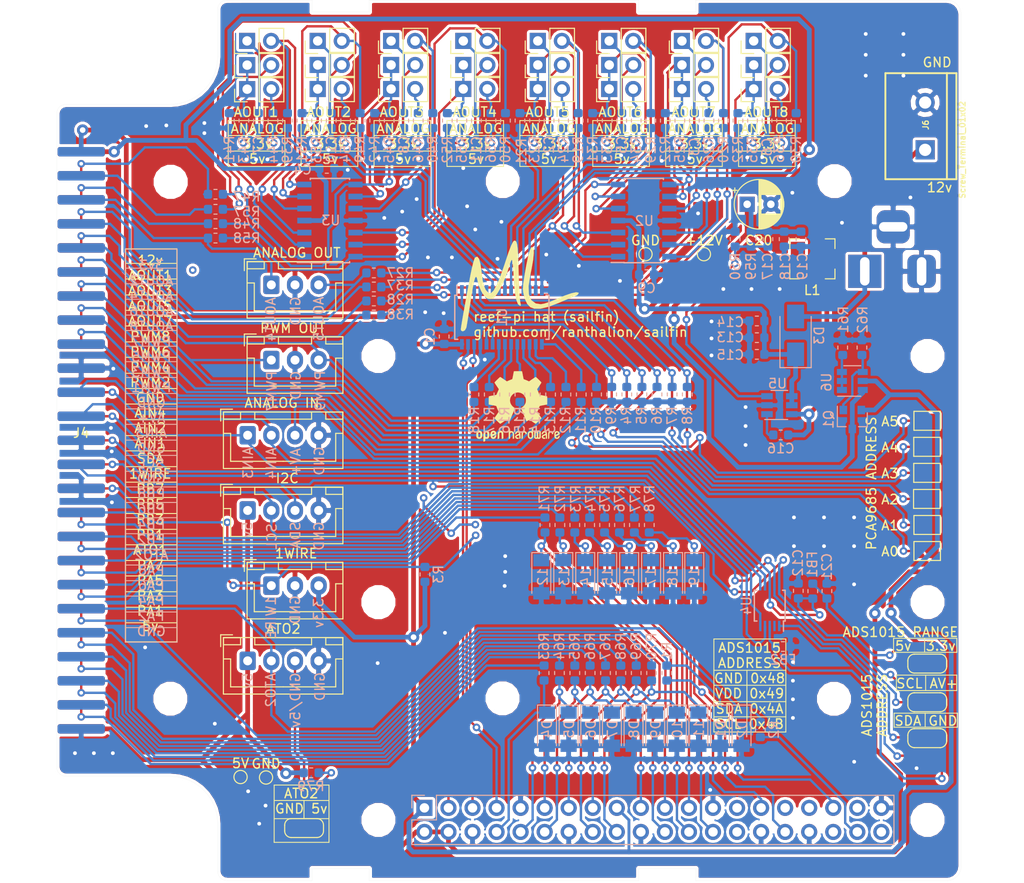
<source format=kicad_pcb>
(kicad_pcb (version 20171130) (host pcbnew "(5.0.1)-3")
  (layers (0 F.Cu signal) (31 B.Cu signal) (34 B.Paste user) (35 F.Paste user) (36 B.SilkS user) (37 F.SilkS user) (38 B.Mask user) (39 F.Mask user) (44 Edge.Cuts user))
  (net 0 "")
  (net 1 +3V3)
  (net 2 GND)
  (net 3 "Net-(C2-Pad1)")
  (net 4 "Net-(C3-Pad1)")
  (net 5 +12V)
  (net 6 "Net-(C5-Pad1)")
  (net 7 "Net-(C6-Pad1)")
  (net 8 "Net-(C7-Pad1)")
  (net 9 "Net-(C8-Pad1)")
  (net 10 "Net-(C10-Pad1)")
  (net 11 "Net-(C11-Pad1)")
  (net 12 "Net-(C16-Pad2)")
  (net 13 "Net-(C16-Pad1)")
  (net 14 "Net-(C17-Pad1)")
  (net 15 "Net-(C17-Pad2)")
  (net 16 "Net-(D3-Pad2)")
  (net 17 +5V)
  (net 18 /SDA)
  (net 19 /SCL)
  (net 20 /1WIRE)
  (net 21 /ATO2)
  (net 22 "Net-(JP9-Pad2)")
  (net 23 "Net-(JP10-Pad1)")
  (net 24 "Net-(JP10-Pad2)")
  (net 25 "Net-(JP11-Pad2)")
  (net 26 "Net-(JP11-Pad1)")
  (net 27 "Net-(JP12-Pad2)")
  (net 28 "Net-(JP15-Pad2)")
  (net 29 "Net-(JP15-Pad1)")
  (net 30 "Net-(JP16-Pad2)")
  (net 31 "Net-(JP17-Pad1)")
  (net 32 "Net-(JP17-Pad2)")
  (net 33 "Net-(JP18-Pad2)")
  (net 34 "Net-(JP21-Pad2)")
  (net 35 "Net-(JP21-Pad1)")
  (net 36 "Net-(JP22-Pad2)")
  (net 37 "Net-(JP23-Pad2)")
  (net 38 "Net-(JP23-Pad1)")
  (net 39 "Net-(JP24-Pad2)")
  (net 40 "Net-(JP27-Pad2)")
  (net 41 "Net-(JP27-Pad1)")
  (net 42 "Net-(JP28-Pad2)")
  (net 43 "Net-(JP29-Pad2)")
  (net 44 "Net-(JP29-Pad1)")
  (net 45 "Net-(JP30-Pad2)")
  (net 46 "Net-(JP31-Pad2)")
  (net 47 "Net-(R10-Pad2)")
  (net 48 "Net-(R11-Pad2)")
  (net 49 "Net-(R12-Pad2)")
  (net 50 "Net-(R13-Pad2)")
  (net 51 "Net-(R14-Pad2)")
  (net 52 "Net-(R15-Pad2)")
  (net 53 "Net-(R16-Pad2)")
  (net 54 "Net-(R17-Pad2)")
  (net 55 "Net-(R18-Pad2)")
  (net 56 "Net-(R61-Pad1)")
  (net 57 "Net-(Q1-Pad1)")
  (net 58 "Net-(JP14-Pad2)")
  (net 59 "Net-(JP26-Pad2)")
  (net 60 "Net-(JP7-Pad2)")
  (net 61 "Net-(JP8-Pad2)")
  (net 62 "Net-(JP13-Pad2)")
  (net 63 "Net-(JP19-Pad2)")
  (net 64 "Net-(JP20-Pad2)")
  (net 65 "Net-(JP25-Pad2)")
  (net 66 /AV+)
  (net 67 /ATO1)
  (net 68 /AOUT1)
  (net 69 /AOUT2)
  (net 70 /AOUT3)
  (net 71 /AOUT4)
  (net 72 /PA1)
  (net 73 /AOUT5)
  (net 74 /PA2)
  (net 75 /AOUT6)
  (net 76 /PA3)
  (net 77 /AOUT7)
  (net 78 /PA4)
  (net 79 /AOUT8)
  (net 80 /PA5)
  (net 81 /PA6)
  (net 82 /PWM1)
  (net 83 /PA7)
  (net 84 /PWM2)
  (net 85 /PA8)
  (net 86 /PWM3)
  (net 87 /PWM4)
  (net 88 /PWM5)
  (net 89 /PB2)
  (net 90 /PWM6)
  (net 91 /PWM7)
  (net 92 /PB4)
  (net 93 /PWM8)
  (net 94 /PB6)
  (net 95 /AIN1)
  (net 96 /AIN2)
  (net 97 /AIN3)
  (net 98 /AIN4)
  (net 99 /PWM/LED4)
  (net 100 /PWM/LED6)
  (net 101 /PWM/LED5)
  (net 102 /PWM/LED7)
  (net 103 /PWM/LED0)
  (net 104 /PWM/LED2)
  (net 105 /PWM/LED1)
  (net 106 /PWM/LED3)
  (net 107 /PB1)
  (net 108 /PB8)
  (net 109 /PWM/A0)
  (net 110 /PWM/A1)
  (net 111 /PWM/A2)
  (net 112 /PWM/A3)
  (net 113 /PWM/A4)
  (net 114 /PWM/A5)
  (net 115 /GPIO14)
  (net 116 /GPIO15)
  (net 117 /GPIO17)
  (net 118 /GPIO18)
  (net 119 /GPIO27)
  (net 120 /GPIO22)
  (net 121 /GPIO23)
  (net 122 /GPIO24)
  (net 123 /GPIO25)
  (net 124 /GPIO11)
  (net 125 /GPIO7)
  (net 126 /GPIO8)
  (net 127 /GPIO10)
  (net 128 /GPIO9)
  (net 129 /GPIO12)
  (net 130 /PB7)
  (net 131 /PB3)
  (net 132 /PB5)
  (net 133 /GPIO5)
  (net 134 /GPIO20)
  (net 135 /GPIO19)
  (net 136 "Net-(J2-Pad3)")
  (net 137 "Net-(JP34-Pad3)")
  (net 138 "Net-(C21-Pad1)")
  (net 139 "Net-(FB2-Pad2)")
  (module "ml_footprints:Edge Connector 50 pin" (layer F.Cu) (at 19.07 143.548)
    (fp_text reference J4 (at 0 0.5) (layer F.SilkS))
    (fp_text value Conn_02x25_Odd_Even)
    (pad 50 smd roundrect (at 0 31.75) (size 5 1) (layers F.Cu F.Mask) (net 17 +5V))
    (pad 49 smd roundrect (at 0 31.75) (size 5 1) (layers B.Cu B.Mask) (net 2 GND))
    (pad 48 smd roundrect (at 0 29.21) (size 5 1) (layers F.Cu F.Mask) (net 72 /PA1))
    (pad 47 smd roundrect (at 0 29.21) (size 5 1) (layers B.Cu B.Mask) (net 74 /PA2))
    (pad 46 smd roundrect (at 0 26.67) (size 5 1) (layers F.Cu F.Mask) (net 76 /PA3))
    (pad 45 smd roundrect (at 0 26.67) (size 5 1) (layers B.Cu B.Mask) (net 78 /PA4))
    (pad 44 smd roundrect (at 0 24.13) (size 5 1) (layers F.Cu F.Mask) (net 80 /PA5))
    (pad 43 smd roundrect (at 0 24.13) (size 5 1) (layers B.Cu B.Mask) (net 81 /PA6))
    (pad 42 smd roundrect (at 0 21.59) (size 5 1) (layers F.Cu F.Mask) (net 83 /PA7))
    (pad 41 smd roundrect (at 0 21.59) (size 5 1) (layers B.Cu B.Mask) (net 85 /PA8))
    (pad 40 smd roundrect (at 0 19.05) (size 5 1) (layers F.Cu F.Mask) (net 67 /ATO1))
    (pad 39 smd roundrect (at 0 19.05) (size 5 1) (layers B.Cu B.Mask) (net 21 /ATO2))
    (pad 38 smd roundrect (at 0 16.51) (size 5 1) (layers F.Cu F.Mask) (net 107 /PB1))
    (pad 37 smd roundrect (at 0 16.51) (size 5 1) (layers B.Cu B.Mask) (net 89 /PB2))
    (pad 36 smd roundrect (at 0 13.97) (size 5 1) (layers F.Cu F.Mask) (net 131 /PB3))
    (pad 35 smd roundrect (at 0 13.97) (size 5 1) (layers B.Cu B.Mask) (net 92 /PB4))
    (pad 34 smd roundrect (at 0 11.43) (size 5 1) (layers F.Cu F.Mask) (net 132 /PB5))
    (pad 33 smd roundrect (at 0 11.43) (size 5 1) (layers B.Cu B.Mask) (net 94 /PB6))
    (pad 32 smd roundrect (at 0 8.89) (size 5 1) (layers F.Cu F.Mask) (net 130 /PB7))
    (pad 31 smd roundrect (at 0 8.89) (size 5 1) (layers B.Cu B.Mask) (net 108 /PB8))
    (pad 30 smd roundrect (at 0 6.35) (size 5 1) (layers F.Cu F.Mask) (net 20 /1WIRE))
    (pad 29 smd roundrect (at 0 6.35) (size 5 1) (layers B.Cu B.Mask) (net 2 GND))
    (pad 28 smd roundrect (at 0 3.81) (size 5 1) (layers F.Cu F.Mask) (net 18 /SDA))
    (pad 27 smd roundrect (at 0 3.81) (size 5 1) (layers B.Cu B.Mask) (net 19 /SCL))
    (pad 26 smd roundrect (at 0 1.27) (size 5 1) (layers F.Cu F.Mask) (net 95 /AIN1))
    (pad 25 smd roundrect (at 0 1.27) (size 5 1) (layers B.Cu B.Mask) (net 2 GND))
    (pad 24 smd roundrect (at 0 -1.27) (size 5 1) (layers F.Cu F.Mask) (net 96 /AIN2))
    (pad 23 smd roundrect (at 0 -1.27) (size 5 1) (layers B.Cu B.Mask) (net 97 /AIN3))
    (pad 22 smd roundrect (at 0 -3.81) (size 5 1) (layers F.Cu F.Mask) (net 98 /AIN4))
    (pad 21 smd roundrect (at 0 -3.81) (size 5 1) (layers B.Cu B.Mask) (net 66 /AV+))
    (pad 20 smd roundrect (at 0 -6.35) (size 5 1) (layers F.Cu F.Mask) (net 2 GND))
    (pad 19 smd roundrect (at 0 -6.35) (size 5 1) (layers B.Cu B.Mask) (net 2 GND))
    (pad 18 smd roundrect (at 0 -8.89) (size 5 1) (layers F.Cu F.Mask) (net 84 /PWM2))
    (pad 17 smd roundrect (at 0 -8.89) (size 5 1) (layers B.Cu B.Mask) (net 82 /PWM1))
    (pad 16 smd roundrect (at 0 -11.43) (size 5 1) (layers F.Cu F.Mask) (net 87 /PWM4))
    (pad 15 smd roundrect (at 0 -11.43) (size 5 1) (layers B.Cu B.Mask) (net 86 /PWM3))
    (pad 14 smd roundrect (at 0 -13.97) (size 5 1) (layers F.Cu F.Mask) (net 90 /PWM6))
    (pad 13 smd roundrect (at 0 -13.97) (size 5 1) (layers B.Cu B.Mask) (net 88 /PWM5))
    (pad 12 smd roundrect (at 0 -16.51) (size 5 1) (layers F.Cu F.Mask) (net 93 /PWM8))
    (pad 11 smd roundrect (at 0 -16.51) (size 5 1) (layers B.Cu B.Mask) (net 91 /PWM7))
    (pad 10 smd roundrect (at 0 -19.05) (size 5 1) (layers F.Cu F.Mask) (net 77 /AOUT7))
    (pad 9 smd roundrect (at 0 -19.05) (size 5 1) (layers B.Cu B.Mask) (net 79 /AOUT8))
    (pad 8 smd roundrect (at 0 -21.59) (size 5 1) (layers F.Cu F.Mask) (net 73 /AOUT5))
    (pad 7 smd roundrect (at 0 -21.59) (size 5 1) (layers B.Cu B.Mask) (net 75 /AOUT6))
    (pad 6 smd roundrect (at 0 -24.13) (size 5 1) (layers *.Mask F.Cu) (net 70 /AOUT3))
    (pad 5 smd roundrect (at 0 -24.13) (size 5 1) (layers B.Cu B.Mask) (net 71 /AOUT4))
    (pad 4 smd roundrect (at 0 -26.67) (size 5 1) (layers *.Mask F.Cu) (net 68 /AOUT1))
    (pad 3 smd roundrect (at 0 -26.67) (size 5 1) (layers B.Cu B.Mask) (net 69 /AOUT2))
    (pad 2 smd roundrect (at 0 -29.21) (size 5 1) (layers *.Mask F.Cu) (net 5 +12V))
    (pad 1 smd roundrect (at 0 -29.21) (size 5 1) (layers B.Cu B.Mask) (net 1 +3V3))
  )
  (module SparkFunConnectors:SCREWTERMINAL-5MM-2 (layer F.Cu) (at 108.204 114.14 90)
    (fp_text reference J6 (at 2.634 0.064 90) (layer F.SilkS) (effects (font (size 0.6096 0.6096) (thickness 0.127))))
    (fp_text value Screw_Terminal_01x02 (at 0 3.937 90) (layer F.SilkS) (effects (font (size 0.6096 0.6096) (thickness 0.127))))
    (pad 2 thru_hole circle (at 4.99872 0 90) (size 2.032 2.032) (drill 1.29794) (layers *.Cu *.Mask) (net 2 GND))
    (pad 1 thru_hole rect (at 0 0 90) (size 2.032 2.032) (drill 1.29794) (layers *.Cu *.Mask) (net 16 "Net-(D3-Pad2)"))
  )
  (module Package_SO:SOIC-14_3.9x8.7mm_P1.27mm (layer B.Cu) (at 78.486 121.61)
    (fp_text reference U2 (at 0.064 0.03) (layer B.SilkS) (effects (justify mirror)))
    (fp_text value LM324)
    (pad 14 smd rect (at 2.7 3.81) (size 1.5 0.6) (layers B.Cu B.Paste B.Mask) (net 32 "Net-(JP17-Pad2)"))
    (pad 13 smd rect (at 2.7 2.54) (size 1.5 0.6) (layers B.Cu B.Paste B.Mask) (net 31 "Net-(JP17-Pad1)"))
    (pad 12 smd rect (at 2.7 1.27) (size 1.5 0.6) (layers B.Cu B.Paste B.Mask) (net 58 "Net-(JP14-Pad2)"))
    (pad 11 smd rect (at 2.7 0) (size 1.5 0.6) (layers B.Cu B.Paste B.Mask) (net 2 GND))
    (pad 10 smd rect (at 2.7 -1.27) (size 1.5 0.6) (layers B.Cu B.Paste B.Mask) (net 61 "Net-(JP8-Pad2)"))
    (pad 9 smd rect (at 2.7 -2.54) (size 1.5 0.6) (layers B.Cu B.Paste B.Mask) (net 26 "Net-(JP11-Pad1)"))
    (pad 8 smd rect (at 2.7 -3.81) (size 1.5 0.6) (layers B.Cu B.Paste B.Mask) (net 25 "Net-(JP11-Pad2)"))
    (pad 7 smd rect (at -2.7 -3.81) (size 1.5 0.6) (layers B.Cu B.Paste B.Mask) (net 28 "Net-(JP15-Pad2)"))
    (pad 6 smd rect (at -2.7 -2.54) (size 1.5 0.6) (layers B.Cu B.Paste B.Mask) (net 29 "Net-(JP15-Pad1)"))
    (pad 5 smd rect (at -2.7 -1.27) (size 1.5 0.6) (layers B.Cu B.Paste B.Mask) (net 62 "Net-(JP13-Pad2)"))
    (pad 4 smd rect (at -2.7 0) (size 1.5 0.6) (layers B.Cu B.Paste B.Mask) (net 5 +12V))
    (pad 3 smd rect (at -2.7 1.27) (size 1.5 0.6) (layers B.Cu B.Paste B.Mask) (net 60 "Net-(JP7-Pad2)"))
    (pad 2 smd rect (at -2.7 2.54) (size 1.5 0.6) (layers B.Cu B.Paste B.Mask) (net 23 "Net-(JP10-Pad1)"))
    (pad 1 smd rect (at -2.7 3.81) (size 1.5 0.6) (layers B.Cu B.Paste B.Mask) (net 22 "Net-(JP9-Pad2)"))
  )
  (module Package_SO:SOIC-14_3.9x8.7mm_P1.27mm (layer B.Cu) (at 45.34 121.61)
    (fp_text reference U3 (at 0.09 -0.02) (layer B.SilkS) (effects (justify mirror)))
    (fp_text value LM324)
    (pad 14 smd rect (at 2.7 3.81) (size 1.5 0.6) (layers B.Cu B.Paste B.Mask) (net 43 "Net-(JP29-Pad2)"))
    (pad 13 smd rect (at 2.7 2.54) (size 1.5 0.6) (layers B.Cu B.Paste B.Mask) (net 44 "Net-(JP29-Pad1)"))
    (pad 12 smd rect (at 2.7 1.27) (size 1.5 0.6) (layers B.Cu B.Paste B.Mask) (net 59 "Net-(JP26-Pad2)"))
    (pad 11 smd rect (at 2.7 0) (size 1.5 0.6) (layers B.Cu B.Paste B.Mask) (net 2 GND))
    (pad 10 smd rect (at 2.7 -1.27) (size 1.5 0.6) (layers B.Cu B.Paste B.Mask) (net 64 "Net-(JP20-Pad2)"))
    (pad 9 smd rect (at 2.7 -2.54) (size 1.5 0.6) (layers B.Cu B.Paste B.Mask) (net 38 "Net-(JP23-Pad1)"))
    (pad 8 smd rect (at 2.7 -3.81) (size 1.5 0.6) (layers B.Cu B.Paste B.Mask) (net 37 "Net-(JP23-Pad2)"))
    (pad 7 smd rect (at -2.7 -3.81) (size 1.5 0.6) (layers B.Cu B.Paste B.Mask) (net 40 "Net-(JP27-Pad2)"))
    (pad 6 smd rect (at -2.7 -2.54) (size 1.5 0.6) (layers B.Cu B.Paste B.Mask) (net 41 "Net-(JP27-Pad1)"))
    (pad 5 smd rect (at -2.7 -1.27) (size 1.5 0.6) (layers B.Cu B.Paste B.Mask) (net 65 "Net-(JP25-Pad2)"))
    (pad 4 smd rect (at -2.7 0) (size 1.5 0.6) (layers B.Cu B.Paste B.Mask) (net 5 +12V))
    (pad 3 smd rect (at -2.7 1.27) (size 1.5 0.6) (layers B.Cu B.Paste B.Mask) (net 63 "Net-(JP19-Pad2)"))
    (pad 2 smd rect (at -2.7 2.54) (size 1.5 0.6) (layers B.Cu B.Paste B.Mask) (net 35 "Net-(JP21-Pad1)"))
    (pad 1 smd rect (at -2.7 3.81) (size 1.5 0.6) (layers B.Cu B.Paste B.Mask) (net 34 "Net-(JP21-Pad2)"))
  )
  (module ml_footprints:SolderJumper-3_P1.3mm_Open_RoundedPad1.0x1.5mm (layer F.Cu) (at 108.428 172.4815 180)
    (fp_text reference JP31 hide)
    (fp_text value SolderJumper_3_Open)
    (pad 2 smd rect (at 0 0 180) (size 1 1.5) (layers F.Cu F.Mask) (net 46 "Net-(JP31-Pad2)"))
    (pad 3 smd custom (at 1.3 0 180) (size 1 0.5) (layers F.Cu F.Mask) (net 19 /SCL) (options (clearance outline) (anchor rect)) (primitives (gr_circle (center 0 0.25) (end 0.5 0.25) (width 0)) (gr_circle (center 0 -0.25) (end 0.5 -0.25) (width 0)) (gr_poly (pts (xy -0.55 -0.75) (xy 0 -0.75) (xy 0 0.75) (xy -0.55 0.75)) (width 0))))
    (pad 1 smd custom (at -1.3 0 180) (size 1 0.5) (layers F.Cu F.Mask) (net 66 /AV+) (options (clearance outline) (anchor rect)) (primitives (gr_circle (center 0 0.25) (end 0.5 0.25) (width 0)) (gr_circle (center 0 -0.25) (end 0.5 -0.25) (width 0)) (gr_poly (pts (xy 0.55 -0.75) (xy 0 -0.75) (xy 0 0.75) (xy 0.55 0.75)) (width 0))))
  )
  (module ml_footprints:SolderJumper-3_P1.3mm_Bridged12_RoundedPad1.0x1.5mm (layer F.Cu) (at 108.428 176.276 180)
    (fp_text reference JP32 hide)
    (fp_text value SolderJumper_3_Bridged12)
    (pad 2 smd rect (at 0 0 180) (size 1 1.5) (layers F.Cu F.Mask) (net 46 "Net-(JP31-Pad2)"))
    (pad 3 smd custom (at 1.3 0 180) (size 1 0.5) (layers F.Cu F.Mask) (net 18 /SDA) (options (clearance outline) (anchor rect)) (primitives (gr_circle (center 0 0.25) (end 0.5 0.25) (width 0)) (gr_circle (center 0 -0.25) (end 0.5 -0.25) (width 0)) (gr_poly (pts (xy -0.55 -0.75) (xy 0 -0.75) (xy 0 0.75) (xy -0.55 0.75)) (width 0))))
    (pad 1 smd custom (at -1.3 0 180) (size 1 0.5) (layers F.Cu F.Mask) (net 139 "Net-(FB2-Pad2)") (options (clearance outline) (anchor rect)) (primitives (gr_circle (center 0 0.25) (end 0.5 0.25) (width 0)) (gr_circle (center 0 -0.25) (end 0.5 -0.25) (width 0)) (gr_poly (pts (xy 0.55 -0.75) (xy 0 -0.75) (xy 0 0.75) (xy 0.55 0.75)) (width 0)) (gr_poly (pts (xy 0.4 -0.3) (xy 0.9 -0.3) (xy 0.9 0.3) (xy 0.4 0.3)) (width 0))))
  )
  (module ml_footprints:SolderJumper-3_P1.3mm_Bridged12_RoundedPad1.0x1.5mm (layer F.Cu) (at 108.428 168.402)
    (fp_text reference JP33 hide)
    (fp_text value SolderJumper_3_Bridged12)
    (pad 2 smd rect (at 0 0) (size 1 1.5) (layers F.Cu F.Mask) (net 138 "Net-(C21-Pad1)"))
    (pad 3 smd custom (at 1.3 0) (size 1 0.5) (layers F.Cu F.Mask) (net 1 +3V3) (options (clearance outline) (anchor rect)) (primitives (gr_circle (center 0 0.25) (end 0.5 0.25) (width 0)) (gr_circle (center 0 -0.25) (end 0.5 -0.25) (width 0)) (gr_poly (pts (xy -0.55 -0.75) (xy 0 -0.75) (xy 0 0.75) (xy -0.55 0.75)) (width 0))))
    (pad 1 smd custom (at -1.3 0) (size 1 0.5) (layers F.Cu F.Mask) (net 17 +5V) (options (clearance outline) (anchor rect)) (primitives (gr_circle (center 0 0.25) (end 0.5 0.25) (width 0)) (gr_circle (center 0 -0.25) (end 0.5 -0.25) (width 0)) (gr_poly (pts (xy 0.55 -0.75) (xy 0 -0.75) (xy 0 0.75) (xy 0.55 0.75)) (width 0)) (gr_poly (pts (xy 0.4 -0.3) (xy 0.9 -0.3) (xy 0.9 0.3) (xy 0.4 0.3)) (width 0))))
  )
  (module ml_footprints:SolderJumper-3_P1.3mm_Bridged12_RoundedPad1.0x1.5mm (layer F.Cu) (at 42.61 185.77)
    (fp_text reference JP34 hide)
    (fp_text value Jumper_3_Bridged12)
    (pad 2 smd rect (at 0 0) (size 1 1.5) (layers F.Cu F.Mask) (net 136 "Net-(J2-Pad3)"))
    (pad 3 smd custom (at 1.3 0) (size 1 0.5) (layers F.Cu F.Mask) (net 137 "Net-(JP34-Pad3)") (options (clearance outline) (anchor rect)) (primitives (gr_circle (center 0 0.25) (end 0.5 0.25) (width 0)) (gr_circle (center 0 -0.25) (end 0.5 -0.25) (width 0)) (gr_poly (pts (xy -0.55 -0.75) (xy 0 -0.75) (xy 0 0.75) (xy -0.55 0.75)) (width 0))))
    (pad 1 smd custom (at -1.3 0) (size 1 0.5) (layers F.Cu F.Mask) (net 2 GND) (options (clearance outline) (anchor rect)) (primitives (gr_circle (center 0 0.25) (end 0.5 0.25) (width 0)) (gr_circle (center 0 -0.25) (end 0.5 -0.25) (width 0)) (gr_poly (pts (xy 0.55 -0.75) (xy 0 -0.75) (xy 0 0.75) (xy 0.55 0.75)) (width 0)) (gr_poly (pts (xy 0.4 -0.3) (xy 0.9 -0.3) (xy 0.9 0.3) (xy 0.4 0.3)) (width 0))))
  )
  (module Package_TO_SOT_SMD:TSOT-23-6 (layer B.Cu) (at 92.81 141.11)
    (fp_text reference U5 (at -0.2 -2.28) (layer B.SilkS) (effects (justify mirror)))
    (fp_text value SY8113BADC)
    (pad 6 smd rect (at 1.31 0.95) (size 1.22 0.65) (layers B.Cu B.Paste B.Mask) (net 13 "Net-(C16-Pad1)"))
    (pad 5 smd rect (at 1.31 0) (size 1.22 0.65) (layers B.Cu B.Paste B.Mask) (net 5 +12V))
    (pad 4 smd rect (at 1.31 -0.95) (size 1.22 0.65) (layers B.Cu B.Paste B.Mask) (net 5 +12V))
    (pad 3 smd rect (at -1.31 -0.95) (size 1.22 0.65) (layers B.Cu B.Paste B.Mask) (net 15 "Net-(C17-Pad2)"))
    (pad 2 smd rect (at -1.31 0) (size 1.22 0.65) (layers B.Cu B.Paste B.Mask) (net 2 GND))
    (pad 1 smd rect (at -1.31 0.95) (size 1.22 0.65) (layers B.Cu B.Paste B.Mask) (net 12 "Net-(C16-Pad2)"))
  )
  (module Diode_SMD:D_SMA (layer B.Cu) (at 94.52 133.74 90)
    (fp_text reference D3 (at 0 2.5 90) (layer B.SilkS) (effects (justify mirror)))
    (fp_text value D_Schottky)
    (pad 2 smd rect (at 2 0 90) (size 2.5 1.8) (layers B.Cu B.Paste B.Mask) (net 16 "Net-(D3-Pad2)"))
    (pad 1 smd rect (at -2 0 90) (size 2.5 1.8) (layers B.Cu B.Paste B.Mask) (net 5 +12V))
  )
  (module ml_footprints:BarrelJack_Horizontal (layer F.Cu) (at 101.83 126.97 180)
    (fp_text reference J19 hide)
    (fp_text value Barrel_Jack_Switch)
    (pad 3 thru_hole roundrect (at -3 4.7 180) (size 3.5 3.5) (drill oval 3 1) (layers *.Cu *.Mask) (net 2 GND))
    (pad 2 thru_hole roundrect (at -6 0 180) (size 3 3.5) (drill oval 1 3) (layers *.Cu *.Mask) (net 2 GND))
    (pad 1 thru_hole rect (at 0 0 180) (size 3.5 3.5) (drill oval 1 3) (layers *.Cu *.Mask) (net 16 "Net-(D3-Pad2)"))
  )
  (module Diode_SMD:D_MiniMELF (layer B.Cu) (at 75.122 175.328528 270)
    (fp_text reference D7 (at 0 -0.062 270) (layer B.SilkS) (effects (justify mirror)))
    (fp_text value z3.3)
    (pad 2 smd rect (at 1.75 0 270) (size 1.3 1.7) (layers B.Cu B.Paste B.Mask) (net 2 GND))
    (pad 1 smd rect (at -1.75 0 270) (size 1.3 1.7) (layers B.Cu B.Paste B.Mask) (net 118 /GPIO18))
  )
  (module Connector_JST:JST_XH_B04B-XH-A_1x04_P2.50mm_Vertical (layer F.Cu) (at 36.65 168.11)
    (fp_text reference J2 hide)
    (fp_text value ATO1)
    (pad 4 thru_hole oval (at 7.5 0) (size 1.7 1.95) (drill 0.95) (layers *.Cu *.Mask) (net 2 GND))
    (pad 3 thru_hole oval (at 5 0) (size 1.7 1.95) (drill 0.95) (layers *.Cu *.Mask) (net 136 "Net-(J2-Pad3)"))
    (pad 2 thru_hole oval (at 2.5 0) (size 1.7 1.95) (drill 0.95) (layers *.Cu *.Mask) (net 21 /ATO2))
    (pad 1 thru_hole roundrect (at 0 0) (size 1.7 1.95) (drill 0.95) (layers *.Cu *.Mask) (roundrect_rratio 0.147059) (net 17 +5V))
  )
  (module Resistor_SMD:R_0603_1608Metric (layer B.Cu) (at 83.08 139.97 270)
    (fp_text reference R8 (at 2.23381 -0.009994 270) (layer B.SilkS) (effects (justify mirror)))
    (fp_text value 10k)
    (pad 1 smd roundrect (at -0.7875 0 270) (size 0.875 0.95) (layers B.Cu B.Paste B.Mask) (net 113 /PWM/A4))
    (pad 2 smd roundrect (at 0.7875 0 270) (size 0.875 0.95) (layers B.Cu B.Paste B.Mask) (net 2 GND))
  )
  (module MountingHole:MountingHole_3mm (layer F.Cu) (at 50.458 161.912 180)
    (fp_text reference REF** hide)
    (fp_text value MountingHole_3mm)
    (pad 1 np_thru_hole circle (at 0 0 180) (size 3 3) (drill 3) (layers *.Cu *.Mask))
  )
  (module Resistor_SMD:R_0603_1608Metric (layer B.Cu) (at 79.226699 111.050132 270)
    (fp_text reference R29 (at 3.0735 0 270) (layer B.SilkS) (effects (justify mirror)))
    (fp_text value 20k)
    (pad 1 smd roundrect (at -0.7875 0 270) (size 0.875 0.95) (layers B.Cu B.Paste B.Mask) (net 62 "Net-(JP13-Pad2)"))
    (pad 2 smd roundrect (at 0.7875 0 270) (size 0.875 0.95) (layers B.Cu B.Paste B.Mask) (net 101 /PWM/LED5))
  )
  (module Resistor_SMD:R_0603_1608Metric (layer B.Cu) (at 34.716658 111.050132 90)
    (fp_text reference R41 (at -3.0225 0 90) (layer B.SilkS) (effects (justify mirror)))
    (fp_text value 100k)
    (pad 1 smd roundrect (at -0.7875 0 90) (size 0.875 0.95) (layers B.Cu B.Paste B.Mask) (net 2 GND))
    (pad 2 smd roundrect (at 0.7875 0 90) (size 0.875 0.95) (layers B.Cu B.Paste B.Mask) (net 35 "Net-(JP21-Pad1)"))
  )
  (module Resistor_SMD:R_0603_1608Metric (layer B.Cu) (at 39.321145 111.050132 270)
    (fp_text reference R44 (at 3.0735 0 270) (layer B.SilkS) (effects (justify mirror)))
    (fp_text value 82k)
    (pad 2 smd roundrect (at 0.7875 0 270) (size 0.875 0.95) (layers B.Cu B.Paste B.Mask) (net 34 "Net-(JP21-Pad2)"))
    (pad 1 smd roundrect (at -0.7875 0 270) (size 0.875 0.95) (layers B.Cu B.Paste B.Mask) (net 36 "Net-(JP22-Pad2)"))
  )
  (module Resistor_SMD:R_0603_1608Metric (layer B.Cu) (at 54.669435 111.050132 270)
    (fp_text reference R46 (at 3.048 0 270) (layer B.SilkS) (effects (justify mirror)))
    (fp_text value 82k)
    (pad 2 smd roundrect (at 0.7875 0 270) (size 0.875 0.95) (layers B.Cu B.Paste B.Mask) (net 37 "Net-(JP23-Pad2)"))
    (pad 1 smd roundrect (at -0.7875 0 270) (size 0.875 0.95) (layers B.Cu B.Paste B.Mask) (net 39 "Net-(JP24-Pad2)"))
  )
  (module Resistor_SMD:R_0603_1608Metric (layer B.Cu) (at 65.413238 111.050132 90)
    (fp_text reference R21 (at -3.299001 0.155001 90) (layer B.SilkS) (effects (justify mirror)))
    (fp_text value 100k)
    (pad 1 smd roundrect (at -0.7875 0 90) (size 0.875 0.95) (layers B.Cu B.Paste B.Mask) (net 2 GND))
    (pad 2 smd roundrect (at 0.7875 0 90) (size 0.875 0.95) (layers B.Cu B.Paste B.Mask) (net 23 "Net-(JP10-Pad1)"))
  )
  (module Resistor_SMD:R_0603_1608Metric (layer B.Cu) (at 80.761528 111.050132 90)
    (fp_text reference R22 (at -3.0225 0 90) (layer B.SilkS) (effects (justify mirror)))
    (fp_text value 100k)
    (pad 2 smd roundrect (at 0.7875 0 90) (size 0.875 0.95) (layers B.Cu B.Paste B.Mask) (net 26 "Net-(JP11-Pad1)"))
    (pad 1 smd roundrect (at -0.7875 0 90) (size 0.875 0.95) (layers B.Cu B.Paste B.Mask) (net 2 GND))
  )
  (module Resistor_SMD:R_0603_1608Metric (layer B.Cu) (at 86.900844 111.050132 270)
    (fp_text reference R20 (at 3.048 0 270) (layer B.SilkS) (effects (justify mirror)))
    (fp_text value 20k)
    (pad 2 smd roundrect (at 0.7875 0 270) (size 0.875 0.95) (layers B.Cu B.Paste B.Mask) (net 100 /PWM/LED6))
    (pad 1 smd roundrect (at -0.7875 0 270) (size 0.875 0.95) (layers B.Cu B.Paste B.Mask) (net 61 "Net-(JP8-Pad2)"))
  )
  (module Resistor_SMD:R_0603_1608Metric (layer B.Cu) (at 66.948067 111.050132 270)
    (fp_text reference R23 (at 3.048 0 270) (layer B.SilkS) (effects (justify mirror)))
    (fp_text value 220k)
    (pad 2 smd roundrect (at 0.7875 0 270) (size 0.875 0.95) (layers B.Cu B.Paste B.Mask) (net 22 "Net-(JP9-Pad2)"))
    (pad 1 smd roundrect (at -0.7875 0 270) (size 0.875 0.95) (layers B.Cu B.Paste B.Mask) (net 23 "Net-(JP10-Pad1)"))
  )
  (module Resistor_SMD:R_0603_1608Metric (layer B.Cu) (at 82.296357 111.050132 270)
    (fp_text reference R25 (at 3.048 0 270) (layer B.SilkS) (effects (justify mirror)))
    (fp_text value 220k)
    (pad 1 smd roundrect (at -0.7875 0 270) (size 0.875 0.95) (layers B.Cu B.Paste B.Mask) (net 26 "Net-(JP11-Pad1)"))
    (pad 2 smd roundrect (at 0.7875 0 270) (size 0.875 0.95) (layers B.Cu B.Paste B.Mask) (net 25 "Net-(JP11-Pad2)"))
  )
  (module Resistor_SMD:R_0603_1608Metric (layer B.Cu) (at 70.017725 111.050132 270)
    (fp_text reference R24 (at 3.0225 0 270) (layer B.SilkS) (effects (justify mirror)))
    (fp_text value 82k)
    (pad 2 smd roundrect (at 0.7875 0 270) (size 0.875 0.95) (layers B.Cu B.Paste B.Mask) (net 22 "Net-(JP9-Pad2)"))
    (pad 1 smd roundrect (at -0.7875 0 270) (size 0.875 0.95) (layers B.Cu B.Paste B.Mask) (net 24 "Net-(JP10-Pad2)"))
  )
  (module Resistor_SMD:R_0603_1608Metric (layer B.Cu) (at 85.37 111.050132 270)
    (fp_text reference R26 (at 3.0735 0 270) (layer B.SilkS) (effects (justify mirror)))
    (fp_text value 82k)
    (pad 1 smd roundrect (at -0.7875 0 270) (size 0.875 0.95) (layers B.Cu B.Paste B.Mask) (net 27 "Net-(JP12-Pad2)"))
    (pad 2 smd roundrect (at 0.7875 0 270) (size 0.875 0.95) (layers B.Cu B.Paste B.Mask) (net 25 "Net-(JP11-Pad2)"))
  )
  (module Resistor_SMD:R_0603_1608Metric (layer B.Cu) (at 71.552554 111.050132 270)
    (fp_text reference R19 (at 3.0735 0 270) (layer B.SilkS) (effects (justify mirror)))
    (fp_text value 20k)
    (pad 1 smd roundrect (at -0.7875 0 270) (size 0.875 0.95) (layers B.Cu B.Paste B.Mask) (net 60 "Net-(JP7-Pad2)"))
    (pad 2 smd roundrect (at 0.7875 0 270) (size 0.875 0.95) (layers B.Cu B.Paste B.Mask) (net 99 /PWM/LED4))
  )
  (module Resistor_SMD:R_0603_1608Metric (layer B.Cu) (at 94.575 111.050132 270)
    (fp_text reference R30 (at 3.048 0 270) (layer B.SilkS) (effects (justify mirror)))
    (fp_text value 20k)
    (pad 2 smd roundrect (at 0.7875 0 270) (size 0.875 0.95) (layers B.Cu B.Paste B.Mask) (net 102 /PWM/LED7))
    (pad 1 smd roundrect (at -0.7875 0 270) (size 0.875 0.95) (layers B.Cu B.Paste B.Mask) (net 58 "Net-(JP14-Pad2)"))
  )
  (module Resistor_SMD:R_0603_1608Metric (layer B.Cu) (at 73.087383 111.050132 90)
    (fp_text reference R31 (at -3.048 0 90) (layer B.SilkS) (effects (justify mirror)))
    (fp_text value 100k)
    (pad 2 smd roundrect (at 0.7875 0 90) (size 0.875 0.95) (layers B.Cu B.Paste B.Mask) (net 29 "Net-(JP15-Pad1)"))
    (pad 1 smd roundrect (at -0.7875 0 90) (size 0.875 0.95) (layers B.Cu B.Paste B.Mask) (net 2 GND))
  )
  (module Resistor_SMD:R_0603_1608Metric (layer B.Cu) (at 74.622212 111.050132 270)
    (fp_text reference R33 (at 3.0735 0.001499 270) (layer B.SilkS) (effects (justify mirror)))
    (fp_text value 220k)
    (pad 1 smd roundrect (at -0.7875 0 270) (size 0.875 0.95) (layers B.Cu B.Paste B.Mask) (net 29 "Net-(JP15-Pad1)"))
    (pad 2 smd roundrect (at 0.7875 0 270) (size 0.875 0.95) (layers B.Cu B.Paste B.Mask) (net 28 "Net-(JP15-Pad2)"))
  )
  (module Resistor_SMD:R_0603_1608Metric (layer B.Cu) (at 77.69187 111.050132 270)
    (fp_text reference R34 (at 3.048 0 270) (layer B.SilkS) (effects (justify mirror)))
    (fp_text value 82k)
    (pad 1 smd roundrect (at -0.7875 0 270) (size 0.875 0.95) (layers B.Cu B.Paste B.Mask) (net 30 "Net-(JP16-Pad2)"))
    (pad 2 smd roundrect (at 0.7875 0 270) (size 0.875 0.95) (layers B.Cu B.Paste B.Mask) (net 28 "Net-(JP15-Pad2)"))
  )
  (module Resistor_SMD:R_0603_1608Metric (layer B.Cu) (at 89.970502 111.050132 270)
    (fp_text reference R35 (at 3.048 0 270) (layer B.SilkS) (effects (justify mirror)))
    (fp_text value 220k)
    (pad 1 smd roundrect (at -0.7875 0 270) (size 0.875 0.95) (layers B.Cu B.Paste B.Mask) (net 31 "Net-(JP17-Pad1)"))
    (pad 2 smd roundrect (at 0.7875 0 270) (size 0.875 0.95) (layers B.Cu B.Paste B.Mask) (net 32 "Net-(JP17-Pad2)"))
  )
  (module Resistor_SMD:R_0603_1608Metric (layer B.Cu) (at 88.435673 111.050132 90)
    (fp_text reference R32 (at -3.048 0 90) (layer B.SilkS) (effects (justify mirror)))
    (fp_text value 100k)
    (pad 2 smd roundrect (at 0.7875 0 90) (size 0.875 0.95) (layers B.Cu B.Paste B.Mask) (net 31 "Net-(JP17-Pad1)"))
    (pad 1 smd roundrect (at -0.7875 0 90) (size 0.875 0.95) (layers B.Cu B.Paste B.Mask) (net 2 GND))
  )
  (module Resistor_SMD:R_0603_1608Metric (layer B.Cu) (at 93.04016 111.050132 270)
    (fp_text reference R36 (at 3.0225 0.254 270) (layer B.SilkS) (effects (justify mirror)))
    (fp_text value 82k)
    (pad 2 smd roundrect (at 0.7875 0 270) (size 0.875 0.95) (layers B.Cu B.Paste B.Mask) (net 32 "Net-(JP17-Pad2)"))
    (pad 1 smd roundrect (at -0.7875 0 270) (size 0.875 0.95) (layers B.Cu B.Paste B.Mask) (net 33 "Net-(JP18-Pad2)"))
  )
  (module Resistor_SMD:R_0603_1608Metric (layer B.Cu) (at 40.855974 111.050132 270)
    (fp_text reference R39 (at 3.0735 0 270) (layer B.SilkS) (effects (justify mirror)))
    (fp_text value 20k)
    (pad 1 smd roundrect (at -0.7875 0 270) (size 0.875 0.95) (layers B.Cu B.Paste B.Mask) (net 63 "Net-(JP19-Pad2)"))
    (pad 2 smd roundrect (at 0.7875 0 270) (size 0.875 0.95) (layers B.Cu B.Paste B.Mask) (net 103 /PWM/LED0))
  )
  (module Resistor_SMD:R_0603_1608Metric (layer B.Cu) (at 56.204264 111.050132 270)
    (fp_text reference R40 (at 3.0225 0 270) (layer B.SilkS) (effects (justify mirror)))
    (fp_text value 20k)
    (pad 1 smd roundrect (at -0.7875 0 270) (size 0.875 0.95) (layers B.Cu B.Paste B.Mask) (net 64 "Net-(JP20-Pad2)"))
    (pad 2 smd roundrect (at 0.7875 0 270) (size 0.875 0.95) (layers B.Cu B.Paste B.Mask) (net 104 /PWM/LED2))
  )
  (module Resistor_SMD:R_0603_1608Metric (layer B.Cu) (at 50.064948 111.050132 90)
    (fp_text reference R42 (at -3.0225 0 90) (layer B.SilkS) (effects (justify mirror)))
    (fp_text value 100k)
    (pad 1 smd roundrect (at -0.7875 0 90) (size 0.875 0.95) (layers B.Cu B.Paste B.Mask) (net 2 GND))
    (pad 2 smd roundrect (at 0.7875 0 90) (size 0.875 0.95) (layers B.Cu B.Paste B.Mask) (net 38 "Net-(JP23-Pad1)"))
  )
  (module Resistor_SMD:R_0603_1608Metric (layer B.Cu) (at 36.251487 111.050132 270)
    (fp_text reference R43 (at 3.0735 0 270) (layer B.SilkS) (effects (justify mirror)))
    (fp_text value 220k)
    (pad 1 smd roundrect (at -0.7875 0 270) (size 0.875 0.95) (layers B.Cu B.Paste B.Mask) (net 35 "Net-(JP21-Pad1)"))
    (pad 2 smd roundrect (at 0.7875 0 270) (size 0.875 0.95) (layers B.Cu B.Paste B.Mask) (net 34 "Net-(JP21-Pad2)"))
  )
  (module Resistor_SMD:R_0603_1608Metric (layer B.Cu) (at 51.599777 111.050132 270)
    (fp_text reference R45 (at 3.0735 0 270) (layer B.SilkS) (effects (justify mirror)))
    (fp_text value 220k)
    (pad 2 smd roundrect (at 0.7875 0 270) (size 0.875 0.95) (layers B.Cu B.Paste B.Mask) (net 37 "Net-(JP23-Pad2)"))
    (pad 1 smd roundrect (at -0.7875 0 270) (size 0.875 0.95) (layers B.Cu B.Paste B.Mask) (net 38 "Net-(JP23-Pad1)"))
  )
  (module Resistor_SMD:R_0603_1608Metric (layer B.Cu) (at 42.390803 111.050132 90)
    (fp_text reference R51 (at -3.048 0 90) (layer B.SilkS) (effects (justify mirror)))
    (fp_text value 100k)
    (pad 1 smd roundrect (at -0.7875 0 90) (size 0.875 0.95) (layers B.Cu B.Paste B.Mask) (net 2 GND))
    (pad 2 smd roundrect (at 0.7875 0 90) (size 0.875 0.95) (layers B.Cu B.Paste B.Mask) (net 41 "Net-(JP27-Pad1)"))
  )
  (module Resistor_SMD:R_0603_1608Metric (layer B.Cu) (at 63.878409 111.050132 270)
    (fp_text reference R50 (at 3.048 0 270) (layer B.SilkS) (effects (justify mirror)))
    (fp_text value 20k)
    (pad 2 smd roundrect (at 0.7875 0 270) (size 0.875 0.95) (layers B.Cu B.Paste B.Mask) (net 106 /PWM/LED3))
    (pad 1 smd roundrect (at -0.7875 0 270) (size 0.875 0.95) (layers B.Cu B.Paste B.Mask) (net 59 "Net-(JP26-Pad2)"))
  )
  (module Resistor_SMD:R_0603_1608Metric (layer B.Cu) (at 57.739093 111.050132 90)
    (fp_text reference R52 (at -3.0735 0 90) (layer B.SilkS) (effects (justify mirror)))
    (fp_text value 100k)
    (pad 2 smd roundrect (at 0.7875 0 90) (size 0.875 0.95) (layers B.Cu B.Paste B.Mask) (net 44 "Net-(JP29-Pad1)"))
    (pad 1 smd roundrect (at -0.7875 0 90) (size 0.875 0.95) (layers B.Cu B.Paste B.Mask) (net 2 GND))
  )
  (module Resistor_SMD:R_0603_1608Metric (layer B.Cu) (at 43.925632 111.050132 270)
    (fp_text reference R53 (at 3.0735 0 270) (layer B.SilkS) (effects (justify mirror)))
    (fp_text value 220k)
    (pad 2 smd roundrect (at 0.7875 0 270) (size 0.875 0.95) (layers B.Cu B.Paste B.Mask) (net 40 "Net-(JP27-Pad2)"))
    (pad 1 smd roundrect (at -0.7875 0 270) (size 0.875 0.95) (layers B.Cu B.Paste B.Mask) (net 41 "Net-(JP27-Pad1)"))
  )
  (module Resistor_SMD:R_0603_1608Metric (layer B.Cu) (at 47 111.050132 270)
    (fp_text reference R54 (at 3.0225 0 270) (layer B.SilkS) (effects (justify mirror)))
    (fp_text value 82k)
    (pad 2 smd roundrect (at 0.7875 0 270) (size 0.875 0.95) (layers B.Cu B.Paste B.Mask) (net 40 "Net-(JP27-Pad2)"))
    (pad 1 smd roundrect (at -0.7875 0 270) (size 0.875 0.95) (layers B.Cu B.Paste B.Mask) (net 42 "Net-(JP28-Pad2)"))
  )
  (module Resistor_SMD:R_0603_1608Metric (layer B.Cu) (at 59.273922 111.050132 270)
    (fp_text reference R55 (at 3.048 0 270) (layer B.SilkS) (effects (justify mirror)))
    (fp_text value 220k)
    (pad 1 smd roundrect (at -0.7875 0 270) (size 0.875 0.95) (layers B.Cu B.Paste B.Mask) (net 44 "Net-(JP29-Pad1)"))
    (pad 2 smd roundrect (at 0.7875 0 270) (size 0.875 0.95) (layers B.Cu B.Paste B.Mask) (net 43 "Net-(JP29-Pad2)"))
  )
  (module Resistor_SMD:R_0603_1608Metric (layer B.Cu) (at 62.34358 111.050132 270)
    (fp_text reference R56 (at 3.0225 0 270) (layer B.SilkS) (effects (justify mirror)))
    (fp_text value 82k)
    (pad 1 smd roundrect (at -0.7875 0 270) (size 0.875 0.95) (layers B.Cu B.Paste B.Mask) (net 45 "Net-(JP30-Pad2)"))
    (pad 2 smd roundrect (at 0.7875 0 270) (size 0.875 0.95) (layers B.Cu B.Paste B.Mask) (net 43 "Net-(JP29-Pad2)"))
  )
  (module Resistor_SMD:R_0603_1608Metric (layer B.Cu) (at 48.530119 111.050132 270)
    (fp_text reference R49 (at 3.0225 0 270) (layer B.SilkS) (effects (justify mirror)))
    (fp_text value 20k)
    (pad 1 smd roundrect (at -0.7875 0 270) (size 0.875 0.95) (layers B.Cu B.Paste B.Mask) (net 65 "Net-(JP25-Pad2)"))
    (pad 2 smd roundrect (at 0.7875 0 270) (size 0.875 0.95) (layers B.Cu B.Paste B.Mask) (net 105 /PWM/LED1))
  )
  (module Capacitor_SMD:C_0603_1608Metric (layer B.Cu) (at 60.808751 111.050132 270)
    (fp_text reference C11 (at 3.0735 0 270) (layer B.SilkS) (effects (justify mirror)))
    (fp_text value 0.1uF)
    (pad 2 smd roundrect (at 0.7875 0 270) (size 0.875 0.95) (layers B.Cu B.Paste B.Mask) (net 2 GND))
    (pad 1 smd roundrect (at -0.7875 0 270) (size 0.875 0.95) (layers B.Cu B.Paste B.Mask) (net 11 "Net-(C11-Pad1)"))
  )
  (module Capacitor_SMD:C_0603_1608Metric (layer B.Cu) (at 76.157041 111.050132 270)
    (fp_text reference C5 (at 2.5655 0 270) (layer B.SilkS) (effects (justify mirror)))
    (fp_text value 0.1uF)
    (pad 1 smd roundrect (at -0.7875 0 270) (size 0.875 0.95) (layers B.Cu B.Paste B.Mask) (net 6 "Net-(C5-Pad1)"))
    (pad 2 smd roundrect (at 0.7875 0 270) (size 0.875 0.95) (layers B.Cu B.Paste B.Mask) (net 2 GND))
  )
  (module Capacitor_SMD:C_0603_1608Metric (layer B.Cu) (at 91.505331 111.050132 270)
    (fp_text reference C6 (at 2.794 0 270) (layer B.SilkS) (effects (justify mirror)))
    (fp_text value 0.1uF)
    (pad 1 smd roundrect (at -0.7875 0 270) (size 0.875 0.95) (layers B.Cu B.Paste B.Mask) (net 7 "Net-(C6-Pad1)"))
    (pad 2 smd roundrect (at 0.7875 0 270) (size 0.875 0.95) (layers B.Cu B.Paste B.Mask) (net 2 GND))
  )
  (module Capacitor_SMD:C_0603_1608Metric (layer B.Cu) (at 45.48 111.050132 270)
    (fp_text reference C10 (at 3.0225 0 270) (layer B.SilkS) (effects (justify mirror)))
    (fp_text value 0.1uF)
    (pad 1 smd roundrect (at -0.7875 0 270) (size 0.875 0.95) (layers B.Cu B.Paste B.Mask) (net 10 "Net-(C10-Pad1)"))
    (pad 2 smd roundrect (at 0.7875 0 270) (size 0.875 0.95) (layers B.Cu B.Paste B.Mask) (net 2 GND))
  )
  (module Capacitor_SMD:C_0603_1608Metric (layer B.Cu) (at 53.134606 111.050132 270)
    (fp_text reference C8 (at 2.54 0 270) (layer B.SilkS) (effects (justify mirror)))
    (fp_text value 0.1uF)
    (pad 2 smd roundrect (at 0.7875 0 270) (size 0.875 0.95) (layers B.Cu B.Paste B.Mask) (net 2 GND))
    (pad 1 smd roundrect (at -0.7875 0 270) (size 0.875 0.95) (layers B.Cu B.Paste B.Mask) (net 9 "Net-(C8-Pad1)"))
  )
  (module Capacitor_SMD:C_0603_1608Metric (layer B.Cu) (at 83.83 111.050132 270)
    (fp_text reference C3 (at 2.7685 0 270) (layer B.SilkS) (effects (justify mirror)))
    (fp_text value 0.1uF)
    (pad 2 smd roundrect (at 0.7875 0 270) (size 0.875 0.95) (layers B.Cu B.Paste B.Mask) (net 2 GND))
    (pad 1 smd roundrect (at -0.7875 0 270) (size 0.875 0.95) (layers B.Cu B.Paste B.Mask) (net 4 "Net-(C3-Pad1)"))
  )
  (module Capacitor_SMD:C_0603_1608Metric (layer B.Cu) (at 68.482896 111.050132 270)
    (fp_text reference C2 (at 2.54 0 270) (layer B.SilkS) (effects (justify mirror)))
    (fp_text value 0.1uF)
    (pad 1 smd roundrect (at -0.7875 0 270) (size 0.875 0.95) (layers B.Cu B.Paste B.Mask) (net 3 "Net-(C2-Pad1)"))
    (pad 2 smd roundrect (at 0.7875 0 270) (size 0.875 0.95) (layers B.Cu B.Paste B.Mask) (net 2 GND))
  )
  (module Capacitor_SMD:C_0603_1608Metric (layer B.Cu) (at 37.786316 111.050132 270)
    (fp_text reference C7 (at 2.5145 0 270) (layer B.SilkS) (effects (justify mirror)))
    (fp_text value 0.1uF)
    (pad 2 smd roundrect (at 0.7875 0 270) (size 0.875 0.95) (layers B.Cu B.Paste B.Mask) (net 2 GND))
    (pad 1 smd roundrect (at -0.7875 0 270) (size 0.875 0.95) (layers B.Cu B.Paste B.Mask) (net 8 "Net-(C7-Pad1)"))
  )
  (module Connector_PinHeader_2.54mm:PinHeader_1x02_P2.54mm_Vertical (layer F.Cu) (at 67.296632 102.634739 90)
    (fp_text reference JP7 hide)
    (fp_text value JP_Analog)
    (pad 2 thru_hole oval (at 0 2.54 90) (size 1.7 1.7) (drill 1) (layers *.Cu *.Mask) (net 60 "Net-(JP7-Pad2)"))
    (pad 1 thru_hole rect (at 0 0 90) (size 1.7 1.7) (drill 1) (layers *.Cu *.Mask) (net 3 "Net-(C2-Pad1)"))
  )
  (module Connector_PinHeader_2.54mm:PinHeader_1x02_P2.54mm_Vertical (layer F.Cu) (at 51.8 107.714739 90)
    (fp_text reference JP24 hide)
    (fp_text value JP_5v)
    (pad 1 thru_hole rect (at 0 0 90) (size 1.7 1.7) (drill 1) (layers *.Cu *.Mask) (net 38 "Net-(JP23-Pad1)"))
    (pad 2 thru_hole oval (at 0 2.54 90) (size 1.7 1.7) (drill 1) (layers *.Cu *.Mask) (net 39 "Net-(JP24-Pad2)"))
  )
  (module Connector_PinHeader_2.54mm:PinHeader_1x02_P2.54mm_Vertical (layer F.Cu) (at 44.048007 102.634739 90)
    (fp_text reference JP25 hide)
    (fp_text value JP_Analog)
    (pad 2 thru_hole oval (at 0 2.54 90) (size 1.7 1.7) (drill 1) (layers *.Cu *.Mask) (net 65 "Net-(JP25-Pad2)"))
    (pad 1 thru_hole rect (at 0 0 90) (size 1.7 1.7) (drill 1) (layers *.Cu *.Mask) (net 10 "Net-(C10-Pad1)"))
  )
  (module Connector_PinHeader_2.54mm:PinHeader_2x20_P2.54mm_Vertical (layer B.Cu) (at 55.32 183.64 270)
    (fp_text reference J3 hide)
    (fp_text value Raspberry_Pi_2_3)
    (pad 40 thru_hole oval (at 2.54 -48.26 270) (size 1.7 1.7) (drill 1) (layers *.Cu *.Mask))
    (pad 39 thru_hole oval (at 0 -48.26 270) (size 1.7 1.7) (drill 1) (layers *.Cu *.Mask) (net 2 GND))
    (pad 38 thru_hole oval (at 2.54 -45.72 270) (size 1.7 1.7) (drill 1) (layers *.Cu *.Mask) (net 134 /GPIO20))
    (pad 37 thru_hole oval (at 0 -45.72 270) (size 1.7 1.7) (drill 1) (layers *.Cu *.Mask))
    (pad 36 thru_hole oval (at 2.54 -43.18 270) (size 1.7 1.7) (drill 1) (layers *.Cu *.Mask))
    (pad 35 thru_hole oval (at 0 -43.18 270) (size 1.7 1.7) (drill 1) (layers *.Cu *.Mask) (net 135 /GPIO19))
    (pad 34 thru_hole oval (at 2.54 -40.64 270) (size 1.7 1.7) (drill 1) (layers *.Cu *.Mask) (net 2 GND))
    (pad 33 thru_hole oval (at 0 -40.64 270) (size 1.7 1.7) (drill 1) (layers *.Cu *.Mask))
    (pad 32 thru_hole oval (at 2.54 -38.1 270) (size 1.7 1.7) (drill 1) (layers *.Cu *.Mask) (net 129 /GPIO12))
    (pad 31 thru_hole oval (at 0 -38.1 270) (size 1.7 1.7) (drill 1) (layers *.Cu *.Mask))
    (pad 30 thru_hole oval (at 2.54 -35.56 270) (size 1.7 1.7) (drill 1) (layers *.Cu *.Mask) (net 2 GND))
    (pad 29 thru_hole oval (at 0 -35.56 270) (size 1.7 1.7) (drill 1) (layers *.Cu *.Mask) (net 133 /GPIO5))
    (pad 28 thru_hole oval (at 2.54 -33.02 270) (size 1.7 1.7) (drill 1) (layers *.Cu *.Mask))
    (pad 27 thru_hole oval (at 0 -33.02 270) (size 1.7 1.7) (drill 1) (layers *.Cu *.Mask))
    (pad 26 thru_hole oval (at 2.54 -30.48 270) (size 1.7 1.7) (drill 1) (layers *.Cu *.Mask) (net 125 /GPIO7))
    (pad 25 thru_hole oval (at 0 -30.48 270) (size 1.7 1.7) (drill 1) (layers *.Cu *.Mask) (net 2 GND))
    (pad 24 thru_hole oval (at 2.54 -27.94 270) (size 1.7 1.7) (drill 1) (layers *.Cu *.Mask) (net 126 /GPIO8))
    (pad 23 thru_hole oval (at 0 -27.94 270) (size 1.7 1.7) (drill 1) (layers *.Cu *.Mask) (net 124 /GPIO11))
    (pad 22 thru_hole oval (at 2.54 -25.4 270) (size 1.7 1.7) (drill 1) (layers *.Cu *.Mask) (net 123 /GPIO25))
    (pad 21 thru_hole oval (at 0 -25.4 270) (size 1.7 1.7) (drill 1) (layers *.Cu *.Mask) (net 128 /GPIO9))
    (pad 20 thru_hole oval (at 2.54 -22.86 270) (size 1.7 1.7) (drill 1) (layers *.Cu *.Mask) (net 2 GND))
    (pad 19 thru_hole oval (at 0 -22.86 270) (size 1.7 1.7) (drill 1) (layers *.Cu *.Mask) (net 127 /GPIO10))
    (pad 18 thru_hole oval (at 2.54 -20.32 270) (size 1.7 1.7) (drill 1) (layers *.Cu *.Mask) (net 122 /GPIO24))
    (pad 17 thru_hole oval (at 0 -20.32 270) (size 1.7 1.7) (drill 1) (layers *.Cu *.Mask) (net 1 +3V3))
    (pad 16 thru_hole oval (at 2.54 -17.78 270) (size 1.7 1.7) (drill 1) (layers *.Cu *.Mask) (net 121 /GPIO23))
    (pad 15 thru_hole oval (at 0 -17.78 270) (size 1.7 1.7) (drill 1) (layers *.Cu *.Mask) (net 120 /GPIO22))
    (pad 14 thru_hole oval (at 2.54 -15.24 270) (size 1.7 1.7) (drill 1) (layers *.Cu *.Mask) (net 2 GND))
    (pad 13 thru_hole oval (at 0 -15.24 270) (size 1.7 1.7) (drill 1) (layers *.Cu *.Mask) (net 119 /GPIO27))
    (pad 12 thru_hole oval (at 2.54 -12.7 270) (size 1.7 1.7) (drill 1) (layers *.Cu *.Mask) (net 118 /GPIO18))
    (pad 11 thru_hole oval (at 0 -12.7 270) (size 1.7 1.7) (drill 1) (layers *.Cu *.Mask) (net 117 /GPIO17))
    (pad 10 thru_hole oval (at 2.54 -10.16 270) (size 1.7 1.7) (drill 1) (layers *.Cu *.Mask) (net 116 /GPIO15))
    (pad 9 thru_hole oval (at 0 -10.16 270) (size 1.7 1.7) (drill 1) (layers *.Cu *.Mask) (net 2 GND))
    (pad 8 thru_hole oval (at 2.54 -7.62 270) (size 1.7 1.7) (drill 1) (layers *.Cu *.Mask) (net 115 /GPIO14))
    (pad 7 thru_hole oval (at 0 -7.62 270) (size 1.7 1.7) (drill 1) (layers *.Cu *.Mask) (net 20 /1WIRE))
    (pad 6 thru_hole oval (at 2.54 -5.08 270) (size 1.7 1.7) (drill 1) (layers *.Cu *.Mask) (net 2 GND))
    (pad 5 thru_hole oval (at 0 -5.08 270) (size 1.7 1.7) (drill 1) (layers *.Cu *.Mask) (net 19 /SCL))
    (pad 4 thru_hole oval (at 2.54 -2.54 270) (size 1.7 1.7) (drill 1) (layers *.Cu *.Mask) (net 17 +5V))
    (pad 3 thru_hole oval (at 0 -2.54 270) (size 1.7 1.7) (drill 1) (layers *.Cu *.Mask) (net 18 /SDA))
    (pad 2 thru_hole oval (at 2.54 0 270) (size 1.7 1.7) (drill 1) (layers *.Cu *.Mask) (net 17 +5V))
    (pad 1 thru_hole rect (at 0 0 270) (size 1.7 1.7) (drill 1) (layers *.Cu *.Mask) (net 1 +3V3))
  )
  (module MountingHole:MountingHole_3mm (layer F.Cu) (at 28.48 172.11 180)
    (fp_text reference REF** hide)
    (fp_text value MountingHole_3mm)
    (pad 1 np_thru_hole circle (at 0 0 180) (size 3 3) (drill 3) (layers *.Cu *.Mask))
  )
  (module MountingHole:MountingHole_3mm (layer F.Cu) (at 98.644 117.446 180)
    (fp_text reference REF** hide)
    (fp_text value MountingHole_3mm)
    (pad 1 np_thru_hole circle (at 0 0 180) (size 3 3) (drill 3) (layers *.Cu *.Mask))
  )
  (module MountingHole:MountingHole_3mm (layer F.Cu) (at 63.594 117.446 180)
    (fp_text reference REF** hide)
    (fp_text value MountingHole_3mm)
    (pad 1 np_thru_hole circle (at 0 0 180) (size 3 3) (drill 3) (layers *.Cu *.Mask))
  )
  (module MountingHole:MountingHole_3mm (layer F.Cu) (at 63.57 172.07 180)
    (fp_text reference REF** hide)
    (fp_text value MountingHole_3mm)
    (pad 1 np_thru_hole circle (at 0 0 180) (size 3 3) (drill 3) (layers *.Cu *.Mask))
  )
  (module MountingHole:MountingHole_3mm (layer F.Cu) (at 28.52 117.52 180)
    (fp_text reference REF** hide)
    (fp_text value MountingHole_3mm)
    (pad 1 np_thru_hole circle (at 0 0 180) (size 3 3) (drill 3) (layers *.Cu *.Mask))
  )
  (module Package_SO:TSSOP-10_3x3mm_P0.5mm (layer B.Cu) (at 91.79 162.28 90)
    (fp_text reference U4 (at 0 -2.47 90) (layer B.SilkS) (effects (justify mirror)))
    (fp_text value ADS1015IDGS)
    (pad 1 smd rect (at -2.15 1 90) (size 1.1 0.25) (layers B.Cu B.Paste B.Mask) (net 46 "Net-(JP31-Pad2)"))
    (pad 2 smd rect (at -2.15 0.5 90) (size 1.1 0.25) (layers B.Cu B.Paste B.Mask))
    (pad 3 smd rect (at -2.15 0 90) (size 1.1 0.25) (layers B.Cu B.Paste B.Mask) (net 139 "Net-(FB2-Pad2)"))
    (pad 4 smd rect (at -2.15 -0.5 90) (size 1.1 0.25) (layers B.Cu B.Paste B.Mask) (net 95 /AIN1))
    (pad 5 smd rect (at -2.15 -1 90) (size 1.1 0.25) (layers B.Cu B.Paste B.Mask) (net 96 /AIN2))
    (pad 6 smd rect (at 2.15 -1 90) (size 1.1 0.25) (layers B.Cu B.Paste B.Mask) (net 97 /AIN3))
    (pad 7 smd rect (at 2.15 -0.5 90) (size 1.1 0.25) (layers B.Cu B.Paste B.Mask) (net 98 /AIN4))
    (pad 8 smd rect (at 2.15 0 90) (size 1.1 0.25) (layers B.Cu B.Paste B.Mask) (net 66 /AV+))
    (pad 9 smd rect (at 2.15 0.5 90) (size 1.1 0.25) (layers B.Cu B.Paste B.Mask) (net 18 /SDA))
    (pad 10 smd rect (at 2.15 1 90) (size 1.1 0.25) (layers B.Cu B.Paste B.Mask) (net 19 /SCL))
  )
  (module Capacitor_SMD:C_0603_1608Metric (layer B.Cu) (at 57.404 133.858 90)
    (fp_text reference C1 (at 0 -1.524 90) (layer B.SilkS) (effects (justify mirror)))
    (fp_text value C)
    (pad 1 smd roundrect (at -0.7875 0 90) (size 0.875 0.95) (layers B.Cu B.Paste B.Mask) (net 1 +3V3))
    (pad 2 smd roundrect (at 0.7875 0 90) (size 0.875 0.95) (layers B.Cu B.Paste B.Mask) (net 2 GND))
  )
  (module Capacitor_SMD:C_0603_1608Metric (layer B.Cu) (at 45.0125 116.1)
    (fp_text reference C4 (at -2.5625 0.13) (layer B.SilkS) (effects (justify mirror)))
    (fp_text value C)
    (pad 1 smd roundrect (at -0.7875 0) (size 0.875 0.95) (layers B.Cu B.Paste B.Mask) (net 5 +12V))
    (pad 2 smd roundrect (at 0.7875 0) (size 0.875 0.95) (layers B.Cu B.Paste B.Mask) (net 2 GND))
  )
  (module Capacitor_SMD:C_0603_1608Metric (layer B.Cu) (at 78.78 127.32)
    (fp_text reference C9 (at 0 1.43) (layer B.SilkS) (effects (justify mirror)))
    (fp_text value C)
    (pad 2 smd roundrect (at 0.7875 0) (size 0.875 0.95) (layers B.Cu B.Paste B.Mask) (net 2 GND))
    (pad 1 smd roundrect (at -0.7875 0) (size 0.875 0.95) (layers B.Cu B.Paste B.Mask) (net 5 +12V))
  )
  (module Capacitor_SMD:C_0603_1608Metric (layer B.Cu) (at 94.81 160.72 90)
    (fp_text reference C12 (at 2.96 -0.04 90) (layer B.SilkS) (effects (justify mirror)))
    (fp_text value 0.1uF)
    (pad 1 smd roundrect (at -0.7875 0 90) (size 0.875 0.95) (layers B.Cu B.Paste B.Mask) (net 66 /AV+))
    (pad 2 smd roundrect (at 0.7875 0 90) (size 0.875 0.95) (layers B.Cu B.Paste B.Mask) (net 2 GND))
  )
  (module Capacitor_SMD:C_0603_1608Metric (layer B.Cu) (at 90.4325 133.976667 180)
    (fp_text reference C13 (at 2.8025 0.036667 180) (layer B.SilkS) (effects (justify mirror)))
    (fp_text value 10uF)
    (pad 2 smd roundrect (at 0.7875 0 180) (size 0.875 0.95) (layers B.Cu B.Paste B.Mask) (net 2 GND))
    (pad 1 smd roundrect (at -0.7875 0 180) (size 0.875 0.95) (layers B.Cu B.Paste B.Mask) (net 5 +12V))
  )
  (module Capacitor_SMD:C_0603_1608Metric (layer B.Cu) (at 90.4325 132.213334 180)
    (fp_text reference C14 (at 2.8025 -0.120666 180) (layer B.SilkS) (effects (justify mirror)))
    (fp_text value 10uF)
    (pad 1 smd roundrect (at -0.7875 0 180) (size 0.875 0.95) (layers B.Cu B.Paste B.Mask) (net 5 +12V))
    (pad 2 smd roundrect (at 0.7875 0 180) (size 0.875 0.95) (layers B.Cu B.Paste B.Mask) (net 2 GND))
  )
  (module Capacitor_SMD:C_0603_1608Metric (layer B.Cu) (at 90.4325 135.74 180)
    (fp_text reference C15 (at 2.8025 -0.05 180) (layer B.SilkS) (effects (justify mirror)))
    (fp_text value 0.1uF)
    (pad 1 smd roundrect (at -0.7875 0 180) (size 0.875 0.95) (layers B.Cu B.Paste B.Mask) (net 5 +12V))
    (pad 2 smd roundrect (at 0.7875 0 180) (size 0.875 0.95) (layers B.Cu B.Paste B.Mask) (net 2 GND))
  )
  (module Capacitor_SMD:C_0603_1608Metric (layer B.Cu) (at 92.95 144.25 180)
    (fp_text reference C16 (at -0.01 -1.43 180) (layer B.SilkS) (effects (justify mirror)))
    (fp_text value 0.1uF)
    (pad 2 smd roundrect (at 0.7875 0 180) (size 0.875 0.95) (layers B.Cu B.Paste B.Mask) (net 12 "Net-(C16-Pad2)"))
    (pad 1 smd roundrect (at -0.7875 0 180) (size 0.875 0.95) (layers B.Cu B.Paste B.Mask) (net 13 "Net-(C16-Pad1)"))
  )
  (module Capacitor_SMD:C_0603_1608Metric (layer B.Cu) (at 91.601058 123.567877 270)
    (fp_text reference C17 (at 2.882123 0.031058 270) (layer B.SilkS) (effects (justify mirror)))
    (fp_text value 22pF)
    (pad 1 smd roundrect (at -0.7875 0 270) (size 0.875 0.95) (layers B.Cu B.Paste B.Mask) (net 14 "Net-(C17-Pad1)"))
    (pad 2 smd roundrect (at 0.7875 0 270) (size 0.875 0.95) (layers B.Cu B.Paste B.Mask) (net 15 "Net-(C17-Pad2)"))
  )
  (module Capacitor_SMD:C_0603_1608Metric (layer B.Cu) (at 93.310942 123.567877 270)
    (fp_text reference C18 (at 2.882123 -0.129058 270) (layer B.SilkS) (effects (justify mirror)))
    (fp_text value 10uF)
    (pad 2 smd roundrect (at 0.7875 0 270) (size 0.875 0.95) (layers B.Cu B.Paste B.Mask) (net 2 GND))
    (pad 1 smd roundrect (at -0.7875 0 270) (size 0.875 0.95) (layers B.Cu B.Paste B.Mask) (net 14 "Net-(C17-Pad1)"))
  )
  (module Capacitor_SMD:C_0603_1608Metric (layer B.Cu) (at 95.088942 123.567877 270)
    (fp_text reference C19 (at 2.882123 -0.161058 270) (layer B.SilkS) (effects (justify mirror)))
    (fp_text value 10uF)
    (pad 2 smd roundrect (at 0.7875 0 270) (size 0.875 0.95) (layers B.Cu B.Paste B.Mask) (net 2 GND))
    (pad 1 smd roundrect (at -0.7875 0 270) (size 0.875 0.95) (layers B.Cu B.Paste B.Mask) (net 14 "Net-(C17-Pad1)"))
  )
  (module Diode_SMD:D_MiniMELF (layer B.Cu) (at 86.53 175.33 270)
    (fp_text reference D1 (at 0 -0.084 270) (layer B.SilkS) (effects (justify mirror)))
    (fp_text value z3.3)
    (pad 2 smd rect (at 1.75 0 270) (size 1.3 1.7) (layers B.Cu B.Paste B.Mask) (net 2 GND))
    (pad 1 smd rect (at -1.75 0 270) (size 1.3 1.7) (layers B.Cu B.Paste B.Mask) (net 67 /ATO1))
  )
  (module Diode_SMD:D_MiniMELF (layer B.Cu) (at 88.81 175.33 270)
    (fp_text reference D2 (at 0 -0.09 270) (layer B.SilkS) (effects (justify mirror)))
    (fp_text value z3.3)
    (pad 2 smd rect (at 1.75 0 270) (size 1.3 1.7) (layers B.Cu B.Paste B.Mask) (net 2 GND))
    (pad 1 smd rect (at -1.75 0 270) (size 1.3 1.7) (layers B.Cu B.Paste B.Mask) (net 21 /ATO2))
  )
  (module Diode_SMD:D_MiniMELF (layer B.Cu) (at 68.264 175.328528 270)
    (fp_text reference D4 (at -0.018528 -0.006 270) (layer B.SilkS) (effects (justify mirror)))
    (fp_text value z3.3)
    (pad 2 smd rect (at 1.75 0 270) (size 1.3 1.7) (layers B.Cu B.Paste B.Mask) (net 2 GND))
    (pad 1 smd rect (at -1.75 0 270) (size 1.3 1.7) (layers B.Cu B.Paste B.Mask) (net 115 /GPIO14))
  )
  (module Diode_SMD:D_MiniMELF (layer B.Cu) (at 70.55 175.328528 270)
    (fp_text reference D5 (at 0 -0.062 270) (layer B.SilkS) (effects (justify mirror)))
    (fp_text value z3.3)
    (pad 1 smd rect (at -1.75 0 270) (size 1.3 1.7) (layers B.Cu B.Paste B.Mask) (net 116 /GPIO15))
    (pad 2 smd rect (at 1.75 0 270) (size 1.3 1.7) (layers B.Cu B.Paste B.Mask) (net 2 GND))
  )
  (module Diode_SMD:D_MiniMELF (layer B.Cu) (at 72.836 175.328528 270)
    (fp_text reference D6 (at 0 -0.062 270) (layer B.SilkS) (effects (justify mirror)))
    (fp_text value z3.3)
    (pad 1 smd rect (at -1.75 0 270) (size 1.3 1.7) (layers B.Cu B.Paste B.Mask) (net 117 /GPIO17))
    (pad 2 smd rect (at 1.75 0 270) (size 1.3 1.7) (layers B.Cu B.Paste B.Mask) (net 2 GND))
  )
  (module Diode_SMD:D_MiniMELF (layer B.Cu) (at 77.408 175.328528 270)
    (fp_text reference D8 (at 0 -0.062 270) (layer B.SilkS) (effects (justify mirror)))
    (fp_text value z3.3)
    (pad 1 smd rect (at -1.75 0 270) (size 1.3 1.7) (layers B.Cu B.Paste B.Mask) (net 119 /GPIO27))
    (pad 2 smd rect (at 1.75 0 270) (size 1.3 1.7) (layers B.Cu B.Paste B.Mask) (net 2 GND))
  )
  (module Diode_SMD:D_MiniMELF (layer B.Cu) (at 79.694 175.328528 270)
    (fp_text reference D9 (at 0 -0.062 270) (layer B.SilkS) (effects (justify mirror)))
    (fp_text value z3.3)
    (pad 2 smd rect (at 1.75 0 270) (size 1.3 1.7) (layers B.Cu B.Paste B.Mask) (net 2 GND))
    (pad 1 smd rect (at -1.75 0 270) (size 1.3 1.7) (layers B.Cu B.Paste B.Mask) (net 121 /GPIO23))
  )
  (module Diode_SMD:D_MiniMELF (layer B.Cu) (at 81.98 175.33 270)
    (fp_text reference 10 (at 0 -0.062 270) (layer B.SilkS) (effects (justify mirror)))
    (fp_text value z3.3)
    (pad 1 smd rect (at -1.75 0 270) (size 1.3 1.7) (layers B.Cu B.Paste B.Mask) (net 120 /GPIO22))
    (pad 2 smd rect (at 1.75 0 270) (size 1.3 1.7) (layers B.Cu B.Paste B.Mask) (net 2 GND))
  )
  (module Diode_SMD:D_MiniMELF (layer B.Cu) (at 84.255 175.33 270)
    (fp_text reference 11 (at 0 -0.073 270) (layer B.SilkS) (effects (justify mirror)))
    (fp_text value z3.3)
    (pad 2 smd rect (at 1.75 0 270) (size 1.3 1.7) (layers B.Cu B.Paste B.Mask) (net 2 GND))
    (pad 1 smd rect (at -1.75 0 270) (size 1.3 1.7) (layers B.Cu B.Paste B.Mask) (net 122 /GPIO24))
  )
  (module Diode_SMD:D_MiniMELF (layer B.Cu) (at 67.663341 159.227804 270)
    (fp_text reference 12 (at 0 -0.154659 270) (layer B.SilkS) (effects (justify mirror)))
    (fp_text value z3.3)
    (pad 1 smd rect (at -1.75 0 270) (size 1.3 1.7) (layers B.Cu B.Paste B.Mask) (net 127 /GPIO10))
    (pad 2 smd rect (at 1.75 0 270) (size 1.3 1.7) (layers B.Cu B.Paste B.Mask) (net 2 GND))
  )
  (module Diode_SMD:D_MiniMELF (layer B.Cu) (at 69.982868 159.227804 270)
    (fp_text reference 13 (at 0.030196 -0.121132 270) (layer B.SilkS) (effects (justify mirror)))
    (fp_text value z3.3)
    (pad 1 smd rect (at -1.75 0 270) (size 1.3 1.7) (layers B.Cu B.Paste B.Mask) (net 123 /GPIO25))
    (pad 2 smd rect (at 1.75 0 270) (size 1.3 1.7) (layers B.Cu B.Paste B.Mask) (net 2 GND))
  )
  (module Diode_SMD:D_MiniMELF (layer B.Cu) (at 72.30239 159.227804 270)
    (fp_text reference 14 (at 0.030196 -0.08761 270) (layer B.SilkS) (effects (justify mirror)))
    (fp_text value z3.3)
    (pad 1 smd rect (at -1.75 0 270) (size 1.3 1.7) (layers B.Cu B.Paste B.Mask) (net 128 /GPIO9))
    (pad 2 smd rect (at 1.75 0 270) (size 1.3 1.7) (layers B.Cu B.Paste B.Mask) (net 2 GND))
  )
  (module Diode_SMD:D_MiniMELF (layer B.Cu) (at 74.621912 159.227804 270)
    (fp_text reference 15 (at 0.030196 -0.054088 270) (layer B.SilkS) (effects (justify mirror)))
    (fp_text value z3.3)
    (pad 2 smd rect (at 1.75 0 270) (size 1.3 1.7) (layers B.Cu B.Paste B.Mask) (net 2 GND))
    (pad 1 smd rect (at -1.75 0 270) (size 1.3 1.7) (layers B.Cu B.Paste B.Mask) (net 126 /GPIO8))
  )
  (module Diode_SMD:D_MiniMELF (layer B.Cu) (at 76.941434 159.227804 270)
    (fp_text reference 16 (at 0.030196 -0.020566 270) (layer B.SilkS) (effects (justify mirror)))
    (fp_text value z3.3)
    (pad 1 smd rect (at -1.75 0 270) (size 1.3 1.7) (layers B.Cu B.Paste B.Mask) (net 124 /GPIO11))
    (pad 2 smd rect (at 1.75 0 270) (size 1.3 1.7) (layers B.Cu B.Paste B.Mask) (net 2 GND))
  )
  (module Diode_SMD:D_MiniMELF (layer B.Cu) (at 79.260956 159.227804 270)
    (fp_text reference 17 (at 0 0.012956 270) (layer B.SilkS) (effects (justify mirror)))
    (fp_text value z3.3)
    (pad 2 smd rect (at 1.75 0 270) (size 1.3 1.7) (layers B.Cu B.Paste B.Mask) (net 2 GND))
    (pad 1 smd rect (at -1.75 0 270) (size 1.3 1.7) (layers B.Cu B.Paste B.Mask) (net 125 /GPIO7))
  )
  (module Diode_SMD:D_MiniMELF (layer B.Cu) (at 81.580478 159.227804 270)
    (fp_text reference 18 (at 0.030196 0.046478 270) (layer B.SilkS) (effects (justify mirror)))
    (fp_text value z3.3)
    (pad 1 smd rect (at -1.75 0 270) (size 1.3 1.7) (layers B.Cu B.Paste B.Mask) (net 133 /GPIO5))
    (pad 2 smd rect (at 1.75 0 270) (size 1.3 1.7) (layers B.Cu B.Paste B.Mask) (net 2 GND))
  )
  (module Diode_SMD:D_MiniMELF (layer B.Cu) (at 83.82 159.23 270)
    (fp_text reference 19 (at 0 0 270) (layer B.SilkS) (effects (justify mirror)))
    (fp_text value z3.3)
    (pad 2 smd rect (at 1.75 0 270) (size 1.3 1.7) (layers B.Cu B.Paste B.Mask) (net 2 GND))
    (pad 1 smd rect (at -1.75 0 270) (size 1.3 1.7) (layers B.Cu B.Paste B.Mask) (net 129 /GPIO12))
  )
  (module Jumper:SolderJumper-2_P1.3mm_Open_TrianglePad1.0x1.5mm (layer F.Cu) (at 108.421 156.51 180)
    (fp_text reference JP1 hide)
    (fp_text value ADDR)
    (pad 1 smd custom (at -0.725 0 180) (size 0.3 0.3) (layers F.Cu F.Mask) (net 1 +3V3) (options (clearance outline) (anchor rect)) (primitives (gr_poly (pts (xy -0.5 -0.75) (xy 0.5 -0.75) (xy 1 0) (xy 0.5 0.75) (xy -0.5 0.75)) (width 0))))
    (pad 2 smd custom (at 0.725 0 180) (size 0.3 0.3) (layers F.Cu F.Mask) (net 109 /PWM/A0) (options (clearance outline) (anchor rect)) (primitives (gr_poly (pts (xy -0.65 -0.75) (xy 0.5 -0.75) (xy 0.5 0.75) (xy -0.65 0.75) (xy -0.15 0)) (width 0))))
  )
  (module Jumper:SolderJumper-2_P1.3mm_Open_TrianglePad1.0x1.5mm (layer F.Cu) (at 108.421 153.7592 180)
    (fp_text reference JP2 hide)
    (fp_text value ADDR)
    (pad 2 smd custom (at 0.725 0 180) (size 0.3 0.3) (layers F.Cu F.Mask) (net 110 /PWM/A1) (options (clearance outline) (anchor rect)) (primitives (gr_poly (pts (xy -0.65 -0.75) (xy 0.5 -0.75) (xy 0.5 0.75) (xy -0.65 0.75) (xy -0.15 0)) (width 0))))
    (pad 1 smd custom (at -0.725 0 180) (size 0.3 0.3) (layers F.Cu F.Mask) (net 1 +3V3) (options (clearance outline) (anchor rect)) (primitives (gr_poly (pts (xy -0.5 -0.75) (xy 0.5 -0.75) (xy 1 0) (xy 0.5 0.75) (xy -0.5 0.75)) (width 0))))
  )
  (module Jumper:SolderJumper-2_P1.3mm_Open_TrianglePad1.0x1.5mm (layer F.Cu) (at 108.381 151.0084 180)
    (fp_text reference JP3 hide)
    (fp_text value ADDR)
    (pad 1 smd custom (at -0.725 0 180) (size 0.3 0.3) (layers F.Cu F.Mask) (net 1 +3V3) (options (clearance outline) (anchor rect)) (primitives (gr_poly (pts (xy -0.5 -0.75) (xy 0.5 -0.75) (xy 1 0) (xy 0.5 0.75) (xy -0.5 0.75)) (width 0))))
    (pad 2 smd custom (at 0.725 0 180) (size 0.3 0.3) (layers F.Cu F.Mask) (net 111 /PWM/A2) (options (clearance outline) (anchor rect)) (primitives (gr_poly (pts (xy -0.65 -0.75) (xy 0.5 -0.75) (xy 0.5 0.75) (xy -0.65 0.75) (xy -0.15 0)) (width 0))))
  )
  (module Jumper:SolderJumper-2_P1.3mm_Open_TrianglePad1.0x1.5mm (layer F.Cu) (at 108.401 148.2576 180)
    (fp_text reference JP4 hide)
    (fp_text value ADDR)
    (pad 2 smd custom (at 0.725 0 180) (size 0.3 0.3) (layers F.Cu F.Mask) (net 112 /PWM/A3) (options (clearance outline) (anchor rect)) (primitives (gr_poly (pts (xy -0.65 -0.75) (xy 0.5 -0.75) (xy 0.5 0.75) (xy -0.65 0.75) (xy -0.15 0)) (width 0))))
    (pad 1 smd custom (at -0.725 0 180) (size 0.3 0.3) (layers F.Cu F.Mask) (net 1 +3V3) (options (clearance outline) (anchor rect)) (primitives (gr_poly (pts (xy -0.5 -0.75) (xy 0.5 -0.75) (xy 1 0) (xy 0.5 0.75) (xy -0.5 0.75)) (width 0))))
  )
  (module Jumper:SolderJumper-2_P1.3mm_Open_TrianglePad1.0x1.5mm (layer F.Cu) (at 108.401 145.5068 180)
    (fp_text reference JP5 hide)
    (fp_text value ADDR)
    (pad 2 smd custom (at 0.725 0 180) (size 0.3 0.3) (layers F.Cu F.Mask) (net 113 /PWM/A4) (options (clearance outline) (anchor rect)) (primitives (gr_poly (pts (xy -0.65 -0.75) (xy 0.5 -0.75) (xy 0.5 0.75) (xy -0.65 0.75) (xy -0.15 0)) (width 0))))
    (pad 1 smd custom (at -0.725 0 180) (size 0.3 0.3) (layers F.Cu F.Mask) (net 1 +3V3) (options (clearance outline) (anchor rect)) (primitives (gr_poly (pts (xy -0.5 -0.75) (xy 0.5 -0.75) (xy 1 0) (xy 0.5 0.75) (xy -0.5 0.75)) (width 0))))
  )
  (module Jumper:SolderJumper-2_P1.3mm_Open_TrianglePad1.0x1.5mm (layer F.Cu) (at 108.421 142.756 180)
    (fp_text reference JP6 hide)
    (fp_text value ADDR)
    (pad 1 smd custom (at -0.725 0 180) (size 0.3 0.3) (layers F.Cu F.Mask) (net 1 +3V3) (options (clearance outline) (anchor rect)) (primitives (gr_poly (pts (xy -0.5 -0.75) (xy 0.5 -0.75) (xy 1 0) (xy 0.5 0.75) (xy -0.5 0.75)) (width 0))))
    (pad 2 smd custom (at 0.725 0 180) (size 0.3 0.3) (layers F.Cu F.Mask) (net 114 /PWM/A5) (options (clearance outline) (anchor rect)) (primitives (gr_poly (pts (xy -0.65 -0.75) (xy 0.5 -0.75) (xy 0.5 0.75) (xy -0.65 0.75) (xy -0.15 0)) (width 0))))
  )
  (module Connector_PinHeader_2.54mm:PinHeader_1x02_P2.54mm_Vertical (layer F.Cu) (at 82.516632 102.634739 90)
    (fp_text reference JP8 hide)
    (fp_text value JP_Analog)
    (pad 1 thru_hole rect (at 0 0 90) (size 1.7 1.7) (drill 1) (layers *.Cu *.Mask) (net 4 "Net-(C3-Pad1)"))
    (pad 2 thru_hole oval (at 0 2.54 90) (size 1.7 1.7) (drill 1) (layers *.Cu *.Mask) (net 61 "Net-(JP8-Pad2)"))
  )
  (module Connector_PinHeader_2.54mm:PinHeader_1x02_P2.54mm_Vertical (layer F.Cu) (at 67.3 105.174739 90)
    (fp_text reference JP9 hide)
    (fp_text value JP_3v3)
    (pad 2 thru_hole oval (at 0 2.54 90) (size 1.7 1.7) (drill 1) (layers *.Cu *.Mask) (net 22 "Net-(JP9-Pad2)"))
    (pad 1 thru_hole rect (at 0 0 90) (size 1.7 1.7) (drill 1) (layers *.Cu *.Mask) (net 23 "Net-(JP10-Pad1)"))
  )
  (module Connector_PinHeader_2.54mm:PinHeader_1x02_P2.54mm_Vertical (layer F.Cu) (at 67.3 107.714739 90)
    (fp_text reference JP10 hide)
    (fp_text value JP_5v)
    (pad 2 thru_hole oval (at 0 2.54 90) (size 1.7 1.7) (drill 1) (layers *.Cu *.Mask) (net 24 "Net-(JP10-Pad2)"))
    (pad 1 thru_hole rect (at 0 0 90) (size 1.7 1.7) (drill 1) (layers *.Cu *.Mask) (net 23 "Net-(JP10-Pad1)"))
  )
  (module Connector_PinHeader_2.54mm:PinHeader_1x02_P2.54mm_Vertical (layer F.Cu) (at 82.52 105.174739 90)
    (fp_text reference JP11 hide)
    (fp_text value JP_3v3)
    (pad 2 thru_hole oval (at 0 2.54 90) (size 1.7 1.7) (drill 1) (layers *.Cu *.Mask) (net 25 "Net-(JP11-Pad2)"))
    (pad 1 thru_hole rect (at 0 0 90) (size 1.7 1.7) (drill 1) (layers *.Cu *.Mask) (net 26 "Net-(JP11-Pad1)"))
  )
  (module Connector_PinHeader_2.54mm:PinHeader_1x02_P2.54mm_Vertical (layer F.Cu) (at 82.52 107.714739 90)
    (fp_text reference JP12 hide)
    (fp_text value JP_5v)
    (pad 1 thru_hole rect (at 0 0 90) (size 1.7 1.7) (drill 1) (layers *.Cu *.Mask) (net 26 "Net-(JP11-Pad1)"))
    (pad 2 thru_hole oval (at 0 2.54 90) (size 1.7 1.7) (drill 1) (layers *.Cu *.Mask) (net 27 "Net-(JP12-Pad2)"))
  )
  (module Connector_PinHeader_2.54mm:PinHeader_1x02_P2.54mm_Vertical (layer F.Cu) (at 74.836632 102.634739 90)
    (fp_text reference JP13 hide)
    (fp_text value JP_Analog)
    (pad 1 thru_hole rect (at 0 0 90) (size 1.7 1.7) (drill 1) (layers *.Cu *.Mask) (net 6 "Net-(C5-Pad1)"))
    (pad 2 thru_hole oval (at 0 2.54 90) (size 1.7 1.7) (drill 1) (layers *.Cu *.Mask) (net 62 "Net-(JP13-Pad2)"))
  )
  (module Connector_PinHeader_2.54mm:PinHeader_1x02_P2.54mm_Vertical (layer F.Cu) (at 90.096632 102.634739 90)
    (fp_text reference JP14 hide)
    (fp_text value JP_Analog)
    (pad 1 thru_hole rect (at 0 0 90) (size 1.7 1.7) (drill 1) (layers *.Cu *.Mask) (net 7 "Net-(C6-Pad1)"))
    (pad 2 thru_hole oval (at 0 2.54 90) (size 1.7 1.7) (drill 1) (layers *.Cu *.Mask) (net 58 "Net-(JP14-Pad2)"))
  )
  (module Connector_PinHeader_2.54mm:PinHeader_1x02_P2.54mm_Vertical (layer F.Cu) (at 74.84 105.174739 90)
    (fp_text reference JP15 hide)
    (fp_text value JP_3v3)
    (pad 2 thru_hole oval (at 0 2.54 90) (size 1.7 1.7) (drill 1) (layers *.Cu *.Mask) (net 28 "Net-(JP15-Pad2)"))
    (pad 1 thru_hole rect (at 0 0 90) (size 1.7 1.7) (drill 1) (layers *.Cu *.Mask) (net 29 "Net-(JP15-Pad1)"))
  )
  (module Connector_PinHeader_2.54mm:PinHeader_1x02_P2.54mm_Vertical (layer F.Cu) (at 74.836632 107.714739 90)
    (fp_text reference JP16 hide)
    (fp_text value JP_5v)
    (pad 2 thru_hole oval (at 0 2.54 90) (size 1.7 1.7) (drill 1) (layers *.Cu *.Mask) (net 30 "Net-(JP16-Pad2)"))
    (pad 1 thru_hole rect (at 0 0 90) (size 1.7 1.7) (drill 1) (layers *.Cu *.Mask) (net 29 "Net-(JP15-Pad1)"))
  )
  (module Connector_PinHeader_2.54mm:PinHeader_1x02_P2.54mm_Vertical (layer F.Cu) (at 90.096632 105.174739 90)
    (fp_text reference JP17 hide)
    (fp_text value JP_3v3)
    (pad 1 thru_hole rect (at 0 0 90) (size 1.7 1.7) (drill 1) (layers *.Cu *.Mask) (net 31 "Net-(JP17-Pad1)"))
    (pad 2 thru_hole oval (at 0 2.54 90) (size 1.7 1.7) (drill 1) (layers *.Cu *.Mask) (net 32 "Net-(JP17-Pad2)"))
  )
  (module Connector_PinHeader_2.54mm:PinHeader_1x02_P2.54mm_Vertical (layer F.Cu) (at 90.096632 107.714739 90)
    (fp_text reference JP18 hide)
    (fp_text value JP_5v)
    (pad 1 thru_hole rect (at 0 0 90) (size 1.7 1.7) (drill 1) (layers *.Cu *.Mask) (net 31 "Net-(JP17-Pad1)"))
    (pad 2 thru_hole oval (at 0 2.54 90) (size 1.7 1.7) (drill 1) (layers *.Cu *.Mask) (net 33 "Net-(JP18-Pad2)"))
  )
  (module Connector_PinHeader_2.54mm:PinHeader_1x02_P2.54mm_Vertical (layer F.Cu) (at 36.588007 102.634739 90)
    (fp_text reference JP19 hide)
    (fp_text value JP_Analog)
    (pad 1 thru_hole rect (at 0 0 90) (size 1.7 1.7) (drill 1) (layers *.Cu *.Mask) (net 8 "Net-(C7-Pad1)"))
    (pad 2 thru_hole oval (at 0 2.54 90) (size 1.7 1.7) (drill 1) (layers *.Cu *.Mask) (net 63 "Net-(JP19-Pad2)"))
  )
  (module Connector_PinHeader_2.54mm:PinHeader_1x02_P2.54mm_Vertical (layer F.Cu) (at 51.798007 102.634739 90)
    (fp_text reference JP20 hide)
    (fp_text value JP_Analog)
    (pad 1 thru_hole rect (at 0 0 90) (size 1.7 1.7) (drill 1) (layers *.Cu *.Mask) (net 9 "Net-(C8-Pad1)"))
    (pad 2 thru_hole oval (at 0 2.54 90) (size 1.7 1.7) (drill 1) (layers *.Cu *.Mask) (net 64 "Net-(JP20-Pad2)"))
  )
  (module Connector_PinHeader_2.54mm:PinHeader_1x02_P2.54mm_Vertical (layer F.Cu) (at 36.6 105.19 90)
    (fp_text reference JP21 hide)
    (fp_text value JP_3v3)
    (pad 2 thru_hole oval (at 0 2.54 90) (size 1.7 1.7) (drill 1) (layers *.Cu *.Mask) (net 34 "Net-(JP21-Pad2)"))
    (pad 1 thru_hole rect (at 0 0 90) (size 1.7 1.7) (drill 1) (layers *.Cu *.Mask) (net 35 "Net-(JP21-Pad1)"))
  )
  (module Connector_PinHeader_2.54mm:PinHeader_1x02_P2.54mm_Vertical (layer F.Cu) (at 36.6 107.73 90)
    (fp_text reference JP22 hide)
    (fp_text value JP_5v)
    (pad 2 thru_hole oval (at 0 2.54 90) (size 1.7 1.7) (drill 1) (layers *.Cu *.Mask) (net 36 "Net-(JP22-Pad2)"))
    (pad 1 thru_hole rect (at 0 0 90) (size 1.7 1.7) (drill 1) (layers *.Cu *.Mask) (net 35 "Net-(JP21-Pad1)"))
  )
  (module Connector_PinHeader_2.54mm:PinHeader_1x02_P2.54mm_Vertical (layer F.Cu) (at 51.8 105.174739 90)
    (fp_text reference JP23 hide)
    (fp_text value JP_3v3)
    (pad 2 thru_hole oval (at 0 2.54 90) (size 1.7 1.7) (drill 1) (layers *.Cu *.Mask) (net 37 "Net-(JP23-Pad2)"))
    (pad 1 thru_hole rect (at 0 0 90) (size 1.7 1.7) (drill 1) (layers *.Cu *.Mask) (net 38 "Net-(JP23-Pad1)"))
  )
  (module Connector_PinHeader_2.54mm:PinHeader_1x02_P2.54mm_Vertical (layer F.Cu) (at 59.428007 102.634739 90)
    (fp_text reference JP26 hide)
    (fp_text value JP_Analog)
    (pad 1 thru_hole rect (at 0 0 90) (size 1.7 1.7) (drill 1) (layers *.Cu *.Mask) (net 11 "Net-(C11-Pad1)"))
    (pad 2 thru_hole oval (at 0 2.54 90) (size 1.7 1.7) (drill 1) (layers *.Cu *.Mask) (net 59 "Net-(JP26-Pad2)"))
  )
  (module Connector_PinHeader_2.54mm:PinHeader_1x02_P2.54mm_Vertical (layer F.Cu) (at 44.048007 105.174739 90)
    (fp_text reference JP27 hide)
    (fp_text value JP_3v3)
    (pad 2 thru_hole oval (at 0 2.54 90) (size 1.7 1.7) (drill 1) (layers *.Cu *.Mask) (net 40 "Net-(JP27-Pad2)"))
    (pad 1 thru_hole rect (at 0 0 90) (size 1.7 1.7) (drill 1) (layers *.Cu *.Mask) (net 41 "Net-(JP27-Pad1)"))
  )
  (module Connector_PinHeader_2.54mm:PinHeader_1x02_P2.54mm_Vertical (layer F.Cu) (at 44.048007 107.714739 90)
    (fp_text reference JP28 hide)
    (fp_text value JP_5v)
    (pad 1 thru_hole rect (at 0 0 90) (size 1.7 1.7) (drill 1) (layers *.Cu *.Mask) (net 41 "Net-(JP27-Pad1)"))
    (pad 2 thru_hole oval (at 0 2.54 90) (size 1.7 1.7) (drill 1) (layers *.Cu *.Mask) (net 42 "Net-(JP28-Pad2)"))
  )
  (module Connector_PinHeader_2.54mm:PinHeader_1x02_P2.54mm_Vertical (layer F.Cu) (at 59.428007 105.175 90)
    (fp_text reference JP29 hide)
    (fp_text value JP_3v3)
    (pad 2 thru_hole oval (at 0 2.54 90) (size 1.7 1.7) (drill 1) (layers *.Cu *.Mask) (net 43 "Net-(JP29-Pad2)"))
    (pad 1 thru_hole rect (at 0 0 90) (size 1.7 1.7) (drill 1) (layers *.Cu *.Mask) (net 44 "Net-(JP29-Pad1)"))
  )
  (module Connector_PinHeader_2.54mm:PinHeader_1x02_P2.54mm_Vertical (layer F.Cu) (at 59.42 107.71 90)
    (fp_text reference JP30 hide)
    (fp_text value JP_5v)
    (pad 1 thru_hole rect (at 0 0 90) (size 1.7 1.7) (drill 1) (layers *.Cu *.Mask) (net 44 "Net-(JP29-Pad1)"))
    (pad 2 thru_hole oval (at 0 2.54 90) (size 1.7 1.7) (drill 1) (layers *.Cu *.Mask) (net 45 "Net-(JP30-Pad2)"))
  )
  (module Inductor_SMD:L_Bourns-SRN4018 (layer F.Cu) (at 96.295 125.65 180)
    (fp_text reference L1 (at 0.015 -3.308 180) (layer F.SilkS))
    (fp_text value 6.8uH)
    (pad 1 smd rect (at -1.525 0 180) (size 1.5 3.6) (layers F.Cu F.Paste F.Mask) (net 13 "Net-(C16-Pad1)"))
    (pad 2 smd rect (at 1.525 0 180) (size 1.5 3.6) (layers F.Cu F.Paste F.Mask) (net 14 "Net-(C17-Pad1)"))
  )
  (module Resistor_SMD:R_0603_1608Metric (layer B.Cu) (at 80.92 169.3975 90)
    (fp_text reference R1 (at 2.3475 0 90) (layer B.SilkS) (effects (justify mirror)))
    (fp_text value 220)
    (pad 2 smd roundrect (at 0.7875 0 90) (size 0.875 0.95) (layers B.Cu B.Paste B.Mask) (net 67 /ATO1))
    (pad 1 smd roundrect (at -0.7875 0 90) (size 0.875 0.95) (layers B.Cu B.Paste B.Mask) (net 135 /GPIO19))
  )
  (module Resistor_SMD:R_0603_1608Metric (layer B.Cu) (at 90.8 175.3725 90)
    (fp_text reference R2 (at 0 1.43 90) (layer B.SilkS) (effects (justify mirror)))
    (fp_text value 220)
    (pad 1 smd roundrect (at -0.7875 0 90) (size 0.875 0.95) (layers B.Cu B.Paste B.Mask) (net 134 /GPIO20))
    (pad 2 smd roundrect (at 0.7875 0 90) (size 0.875 0.95) (layers B.Cu B.Paste B.Mask) (net 21 /ATO2))
  )
  (module Resistor_SMD:R_0603_1608Metric (layer B.Cu) (at 55.372 158.9785 90)
    (fp_text reference R3 (at 0 1.43 90) (layer B.SilkS) (effects (justify mirror)))
    (fp_text value 4.7k)
    (pad 2 smd roundrect (at 0.7875 0 90) (size 0.875 0.95) (layers B.Cu B.Paste B.Mask) (net 20 /1WIRE))
    (pad 1 smd roundrect (at -0.7875 0 90) (size 0.875 0.95) (layers B.Cu B.Paste B.Mask) (net 1 +3V3))
  )
  (module Resistor_SMD:R_0603_1608Metric (layer B.Cu) (at 76.693332 139.97 270)
    (fp_text reference R4 (at 2.23381 0.037622 270) (layer B.SilkS) (effects (justify mirror)))
    (fp_text value 10k)
    (pad 2 smd roundrect (at 0.7875 0 270) (size 0.875 0.95) (layers B.Cu B.Paste B.Mask) (net 2 GND))
    (pad 1 smd roundrect (at -0.7875 0 270) (size 0.875 0.95) (layers B.Cu B.Paste B.Mask) (net 109 /PWM/A0))
  )
  (module Resistor_SMD:R_0603_1608Metric (layer B.Cu) (at 78.289998 139.97 270)
    (fp_text reference R5 (at 2.23381 0.025717 270) (layer B.SilkS) (effects (justify mirror)))
    (fp_text value 10k)
    (pad 1 smd roundrect (at -0.7875 0 270) (size 0.875 0.95) (layers B.Cu B.Paste B.Mask) (net 110 /PWM/A1))
    (pad 2 smd roundrect (at 0.7875 0 270) (size 0.875 0.95) (layers B.Cu B.Paste B.Mask) (net 2 GND))
  )
  (module Resistor_SMD:R_0603_1608Metric (layer B.Cu) (at 79.886664 139.97 270)
    (fp_text reference R6 (at 2.23381 0.013812 270) (layer B.SilkS) (effects (justify mirror)))
    (fp_text value 10k)
    (pad 2 smd roundrect (at 0.7875 0 270) (size 0.875 0.95) (layers B.Cu B.Paste B.Mask) (net 2 GND))
    (pad 1 smd roundrect (at -0.7875 0 270) (size 0.875 0.95) (layers B.Cu B.Paste B.Mask) (net 111 /PWM/A2))
  )
  (module Resistor_SMD:R_0603_1608Metric (layer B.Cu) (at 81.48333 139.97 270)
    (fp_text reference R7 (at 2.23381 0.001907 270) (layer B.SilkS) (effects (justify mirror)))
    (fp_text value 10k)
    (pad 1 smd roundrect (at -0.7875 0 270) (size 0.875 0.95) (layers B.Cu B.Paste B.Mask) (net 112 /PWM/A3))
    (pad 2 smd roundrect (at 0.7875 0 270) (size 0.875 0.95) (layers B.Cu B.Paste B.Mask) (net 2 GND))
  )
  (module Resistor_SMD:R_0603_1608Metric (layer B.Cu) (at 75.096666 139.97 270)
    (fp_text reference R9 (at 2.23381 0.049527 270) (layer B.SilkS) (effects (justify mirror)))
    (fp_text value 10k)
    (pad 2 smd roundrect (at 0.7875 0 270) (size 0.875 0.95) (layers B.Cu B.Paste B.Mask) (net 2 GND))
    (pad 1 smd roundrect (at -0.7875 0 270) (size 0.875 0.95) (layers B.Cu B.Paste B.Mask) (net 114 /PWM/A5))
  )
  (module Resistor_SMD:R_0603_1608Metric (layer B.Cu) (at 73.5 139.97 90)
    (fp_text reference R10 (at -2.71 -0.061432 90) (layer B.SilkS) (effects (justify mirror)))
    (fp_text value 10k)
    (pad 1 smd roundrect (at -0.7875 0 90) (size 0.875 0.95) (layers B.Cu B.Paste B.Mask) (net 2 GND))
    (pad 2 smd roundrect (at 0.7875 0 90) (size 0.875 0.95) (layers B.Cu B.Paste B.Mask) (net 47 "Net-(R10-Pad2)"))
  )
  (module Resistor_SMD:R_0603_1608Metric (layer B.Cu) (at 71.882 139.9795 90)
    (fp_text reference R11 (at -2.7005 -0.052003 90) (layer B.SilkS) (effects (justify mirror)))
    (fp_text value 220)
    (pad 2 smd roundrect (at 0.7875 0 90) (size 0.875 0.95) (layers B.Cu B.Paste B.Mask) (net 48 "Net-(R11-Pad2)"))
    (pad 1 smd roundrect (at -0.7875 0 90) (size 0.875 0.95) (layers B.Cu B.Paste B.Mask) (net 82 /PWM1))
  )
  (module Resistor_SMD:R_0603_1608Metric (layer B.Cu) (at 70.26275 139.9795 90)
    (fp_text reference R12 (at -2.7005 -0.041324 90) (layer B.SilkS) (effects (justify mirror)))
    (fp_text value 220)
    (pad 1 smd roundrect (at -0.7875 0 90) (size 0.875 0.95) (layers B.Cu B.Paste B.Mask) (net 84 /PWM2))
    (pad 2 smd roundrect (at 0.7875 0 90) (size 0.875 0.95) (layers B.Cu B.Paste B.Mask) (net 49 "Net-(R12-Pad2)"))
  )
  (module Resistor_SMD:R_0603_1608Metric (layer B.Cu) (at 68.6435 139.9795 90)
    (fp_text reference R13 (at -2.7005 -0.030645 90) (layer B.SilkS) (effects (justify mirror)))
    (fp_text value 220)
    (pad 2 smd roundrect (at 0.7875 0 90) (size 0.875 0.95) (layers B.Cu B.Paste B.Mask) (net 50 "Net-(R13-Pad2)"))
    (pad 1 smd roundrect (at -0.7875 0 90) (size 0.875 0.95) (layers B.Cu B.Paste B.Mask) (net 86 /PWM3))
  )
  (module Resistor_SMD:R_0603_1608Metric (layer B.Cu) (at 67.02425 139.9795 90)
    (fp_text reference R14 (at -2.7005 -0.019966 90) (layer B.SilkS) (effects (justify mirror)))
    (fp_text value 220)
    (pad 2 smd roundrect (at 0.7875 0 90) (size 0.875 0.95) (layers B.Cu B.Paste B.Mask) (net 51 "Net-(R14-Pad2)"))
    (pad 1 smd roundrect (at -0.7875 0 90) (size 0.875 0.95) (layers B.Cu B.Paste B.Mask) (net 87 /PWM4))
  )
  (module Resistor_SMD:R_0603_1608Metric (layer B.Cu) (at 65.405 139.9795 90)
    (fp_text reference R15 (at -2.7005 -0.009287 90) (layer B.SilkS) (effects (justify mirror)))
    (fp_text value 220)
    (pad 2 smd roundrect (at 0.7875 0 90) (size 0.875 0.95) (layers B.Cu B.Paste B.Mask) (net 52 "Net-(R15-Pad2)"))
    (pad 1 smd roundrect (at -0.7875 0 90) (size 0.875 0.95) (layers B.Cu B.Paste B.Mask) (net 88 /PWM5))
  )
  (module Resistor_SMD:R_0603_1608Metric (layer B.Cu) (at 63.78575 139.9795 90)
    (fp_text reference R16 (at -2.7005 0.001392 90) (layer B.SilkS) (effects (justify mirror)))
    (fp_text value 220)
    (pad 1 smd roundrect (at -0.7875 0 90) (size 0.875 0.95) (layers B.Cu B.Paste B.Mask) (net 90 /PWM6))
    (pad 2 smd roundrect (at 0.7875 0 90) (size 0.875 0.95) (layers B.Cu B.Paste B.Mask) (net 53 "Net-(R16-Pad2)"))
  )
  (module Resistor_SMD:R_0603_1608Metric (layer B.Cu) (at 62.1665 139.9795 90)
    (fp_text reference R17 (at -2.7005 0.012071 90) (layer B.SilkS) (effects (justify mirror)))
    (fp_text value 220)
    (pad 2 smd roundrect (at 0.7875 0 90) (size 0.875 0.95) (layers B.Cu B.Paste B.Mask) (net 54 "Net-(R17-Pad2)"))
    (pad 1 smd roundrect (at -0.7875 0 90) (size 0.875 0.95) (layers B.Cu B.Paste B.Mask) (net 91 /PWM7))
  )
  (module Resistor_SMD:R_0603_1608Metric (layer B.Cu) (at 60.54725 139.9795 90)
    (fp_text reference R18 (at -2.7005 0.02275 90) (layer B.SilkS) (effects (justify mirror)))
    (fp_text value 220)
    (pad 1 smd roundrect (at -0.7875 0 90) (size 0.875 0.95) (layers B.Cu B.Paste B.Mask) (net 93 /PWM8))
    (pad 2 smd roundrect (at 0.7875 0 90) (size 0.875 0.95) (layers B.Cu B.Paste B.Mask) (net 55 "Net-(R18-Pad2)"))
  )
  (module Resistor_SMD:R_0603_1608Metric (layer B.Cu) (at 49.9775 127.14)
    (fp_text reference R27 (at 2.8025 0) (layer B.SilkS) (effects (justify mirror)))
    (fp_text value 220)
    (pad 2 smd roundrect (at 0.7875 0) (size 0.875 0.95) (layers B.Cu B.Paste B.Mask) (net 22 "Net-(JP9-Pad2)"))
    (pad 1 smd roundrect (at -0.7875 0) (size 0.875 0.95) (layers B.Cu B.Paste B.Mask) (net 73 /AOUT5))
  )
  (module Resistor_SMD:R_0603_1608Metric (layer B.Cu) (at 49.9775 130.1)
    (fp_text reference R28 (at 2.8025 -0.15) (layer B.SilkS) (effects (justify mirror)))
    (fp_text value 220)
    (pad 1 smd roundrect (at -0.7875 0) (size 0.875 0.95) (layers B.Cu B.Paste B.Mask) (net 77 /AOUT7))
    (pad 2 smd roundrect (at 0.7875 0) (size 0.875 0.95) (layers B.Cu B.Paste B.Mask) (net 25 "Net-(JP11-Pad2)"))
  )
  (module Resistor_SMD:R_0603_1608Metric (layer B.Cu) (at 49.9775 128.62)
    (fp_text reference R37 (at 2.8025 -0.16) (layer B.SilkS) (effects (justify mirror)))
    (fp_text value 220)
    (pad 2 smd roundrect (at 0.7875 0) (size 0.875 0.95) (layers B.Cu B.Paste B.Mask) (net 28 "Net-(JP15-Pad2)"))
    (pad 1 smd roundrect (at -0.7875 0) (size 0.875 0.95) (layers B.Cu B.Paste B.Mask) (net 75 /AOUT6))
  )
  (module Resistor_SMD:R_0603_1608Metric (layer B.Cu) (at 49.9775 131.58)
    (fp_text reference R38 (at 2.8025 -0.05) (layer B.SilkS) (effects (justify mirror)))
    (fp_text value 220)
    (pad 1 smd roundrect (at -0.7875 0) (size 0.875 0.95) (layers B.Cu B.Paste B.Mask) (net 79 /AOUT8))
    (pad 2 smd roundrect (at 0.7875 0) (size 0.875 0.95) (layers B.Cu B.Paste B.Mask) (net 32 "Net-(JP17-Pad2)"))
  )
  (module Resistor_SMD:R_0603_1608Metric (layer B.Cu) (at 33.25 118.83)
    (fp_text reference R47 (at 3.302 0.254) (layer B.SilkS) (effects (justify mirror)))
    (fp_text value 220)
    (pad 1 smd roundrect (at -0.7875 0) (size 0.875 0.95) (layers B.Cu B.Paste B.Mask) (net 68 /AOUT1))
    (pad 2 smd roundrect (at 0.7875 0) (size 0.875 0.95) (layers B.Cu B.Paste B.Mask) (net 34 "Net-(JP21-Pad2)"))
  )
  (module Resistor_SMD:R_0603_1608Metric (layer B.Cu) (at 33.25 121.94)
    (fp_text reference R48 (at 3.302 0) (layer B.SilkS) (effects (justify mirror)))
    (fp_text value 220)
    (pad 2 smd roundrect (at 0.7875 0) (size 0.875 0.95) (layers B.Cu B.Paste B.Mask) (net 37 "Net-(JP23-Pad2)"))
    (pad 1 smd roundrect (at -0.7875 0) (size 0.875 0.95) (layers B.Cu B.Paste B.Mask) (net 70 /AOUT3))
  )
  (module Resistor_SMD:R_0603_1608Metric (layer B.Cu) (at 33.25 120.42)
    (fp_text reference R57 (at 3.302 0.254) (layer B.SilkS) (effects (justify mirror)))
    (fp_text value 220)
    (pad 2 smd roundrect (at 0.7875 0) (size 0.875 0.95) (layers B.Cu B.Paste B.Mask) (net 40 "Net-(JP27-Pad2)"))
    (pad 1 smd roundrect (at -0.7875 0) (size 0.875 0.95) (layers B.Cu B.Paste B.Mask) (net 69 /AOUT2))
  )
  (module Resistor_SMD:R_0603_1608Metric (layer B.Cu) (at 33.25 123.46)
    (fp_text reference R58 (at 3.302 0) (layer B.SilkS) (effects (justify mirror)))
    (fp_text value 220)
    (pad 1 smd roundrect (at -0.7875 0) (size 0.875 0.95) (layers B.Cu B.Paste B.Mask) (net 71 /AOUT4))
    (pad 2 smd roundrect (at 0.7875 0) (size 0.875 0.95) (layers B.Cu B.Paste B.Mask) (net 43 "Net-(JP29-Pad2)"))
  )
  (module Resistor_SMD:R_0603_1608Metric (layer B.Cu) (at 89.823058 123.567877 270)
    (fp_text reference R59 (at 2.882123 0.013058 270) (layer B.SilkS) (effects (justify mirror)))
    (fp_text value 270k)
    (pad 2 smd roundrect (at 0.7875 0 270) (size 0.875 0.95) (layers B.Cu B.Paste B.Mask) (net 15 "Net-(C17-Pad2)"))
    (pad 1 smd roundrect (at -0.7875 0 270) (size 0.875 0.95) (layers B.Cu B.Paste B.Mask) (net 14 "Net-(C17-Pad1)"))
  )
  (module Resistor_SMD:R_0603_1608Metric (layer B.Cu) (at 88.138 123.567877 90)
    (fp_text reference R60 (at -2.882123 0.012 90) (layer B.SilkS) (effects (justify mirror)))
    (fp_text value 36k)
    (pad 1 smd roundrect (at -0.7875 0 90) (size 0.875 0.95) (layers B.Cu B.Paste B.Mask) (net 15 "Net-(C17-Pad2)"))
    (pad 2 smd roundrect (at 0.7875 0 90) (size 0.875 0.95) (layers B.Cu B.Paste B.Mask) (net 2 GND))
  )
  (module Resistor_SMD:R_0603_1608Metric (layer B.Cu) (at 99.496942 135.022123 90)
    (fp_text reference R61 (at 2.942123 0.071058 90) (layer B.SilkS) (effects (justify mirror)))
    (fp_text value 22)
    (pad 1 smd roundrect (at -0.7875 0 90) (size 0.875 0.95) (layers B.Cu B.Paste B.Mask) (net 56 "Net-(R61-Pad1)"))
    (pad 2 smd roundrect (at 0.7875 0 90) (size 0.875 0.95) (layers B.Cu B.Paste B.Mask) (net 2 GND))
  )
  (module Resistor_SMD:R_0603_1608Metric (layer B.Cu) (at 101.528942 135.022123 90)
    (fp_text reference R62 (at 2.942123 0.071058 90) (layer B.SilkS) (effects (justify mirror)))
    (fp_text value 22)
    (pad 2 smd roundrect (at 0.7875 0 90) (size 0.875 0.95) (layers B.Cu B.Paste B.Mask) (net 2 GND))
    (pad 1 smd roundrect (at -0.7875 0 90) (size 0.875 0.95) (layers B.Cu B.Paste B.Mask) (net 57 "Net-(Q1-Pad1)"))
  )
  (module Resistor_SMD:R_0603_1608Metric (layer B.Cu) (at 67.96 169.393528 90)
    (fp_text reference R63 (at 2.819719 0 90) (layer B.SilkS) (effects (justify mirror)))
    (fp_text value 220)
    (pad 2 smd roundrect (at 0.7875 0 90) (size 0.875 0.95) (layers B.Cu B.Paste B.Mask) (net 72 /PA1))
    (pad 1 smd roundrect (at -0.7875 0 90) (size 0.875 0.95) (layers B.Cu B.Paste B.Mask) (net 115 /GPIO14))
  )
  (module Resistor_SMD:R_0603_1608Metric (layer B.Cu) (at 69.581432 169.393528 90)
    (fp_text reference R64 (at 2.819719 -0.001432 90) (layer B.SilkS) (effects (justify mirror)))
    (fp_text value 220)
    (pad 1 smd roundrect (at -0.7875 0 90) (size 0.875 0.95) (layers B.Cu B.Paste B.Mask) (net 116 /GPIO15))
    (pad 2 smd roundrect (at 0.7875 0 90) (size 0.875 0.95) (layers B.Cu B.Paste B.Mask) (net 74 /PA2))
  )
  (module Resistor_SMD:R_0603_1608Metric (layer B.Cu) (at 71.20286 169.393528 90)
    (fp_text reference R65 (at 2.819719 -0.00286 90) (layer B.SilkS) (effects (justify mirror)))
    (fp_text value 220)
    (pad 2 smd roundrect (at 0.7875 0 90) (size 0.875 0.95) (layers B.Cu B.Paste B.Mask) (net 76 /PA3))
    (pad 1 smd roundrect (at -0.7875 0 90) (size 0.875 0.95) (layers B.Cu B.Paste B.Mask) (net 117 /GPIO17))
  )
  (module Resistor_SMD:R_0603_1608Metric (layer B.Cu) (at 72.824288 169.393528 90)
    (fp_text reference R66 (at 2.819719 -0.004288 90) (layer B.SilkS) (effects (justify mirror)))
    (fp_text value 220)
    (pad 1 smd roundrect (at -0.7875 0 90) (size 0.875 0.95) (layers B.Cu B.Paste B.Mask) (net 118 /GPIO18))
    (pad 2 smd roundrect (at 0.7875 0 90) (size 0.875 0.95) (layers B.Cu B.Paste B.Mask) (net 78 /PA4))
  )
  (module Resistor_SMD:R_0603_1608Metric (layer B.Cu) (at 74.445716 169.393528 90)
    (fp_text reference R67 (at 2.819719 -0.005716 90) (layer B.SilkS) (effects (justify mirror)))
    (fp_text value 220)
    (pad 2 smd roundrect (at 0.7875 0 90) (size 0.875 0.95) (layers B.Cu B.Paste B.Mask) (net 80 /PA5))
    (pad 1 smd roundrect (at -0.7875 0 90) (size 0.875 0.95) (layers B.Cu B.Paste B.Mask) (net 119 /GPIO27))
  )
  (module Resistor_SMD:R_0603_1608Metric (layer B.Cu) (at 76.067144 169.393528 90)
    (fp_text reference R68 (at 2.819719 -0.007144 90) (layer B.SilkS) (effects (justify mirror)))
    (fp_text value 220)
    (pad 1 smd roundrect (at -0.7875 0 90) (size 0.875 0.95) (layers B.Cu B.Paste B.Mask) (net 121 /GPIO23))
    (pad 2 smd roundrect (at 0.7875 0 90) (size 0.875 0.95) (layers B.Cu B.Paste B.Mask) (net 81 /PA6))
  )
  (module Resistor_SMD:R_0603_1608Metric (layer B.Cu) (at 77.688572 169.393528 90)
    (fp_text reference R69 (at 2.819719 -0.008572 90) (layer B.SilkS) (effects (justify mirror)))
    (fp_text value 220)
    (pad 2 smd roundrect (at 0.7875 0 90) (size 0.875 0.95) (layers B.Cu B.Paste B.Mask) (net 83 /PA7))
    (pad 1 smd roundrect (at -0.7875 0 90) (size 0.875 0.95) (layers B.Cu B.Paste B.Mask) (net 120 /GPIO22))
  )
  (module Resistor_SMD:R_0603_1608Metric (layer B.Cu) (at 79.31 169.393528 90)
    (fp_text reference R70 (at 2.819719 -0.01 90) (layer B.SilkS) (effects (justify mirror)))
    (fp_text value 220)
    (pad 1 smd roundrect (at -0.7875 0 90) (size 0.875 0.95) (layers B.Cu B.Paste B.Mask) (net 122 /GPIO24))
    (pad 2 smd roundrect (at 0.7875 0 90) (size 0.875 0.95) (layers B.Cu B.Paste B.Mask) (net 85 /PA8))
  )
  (module Resistor_SMD:R_0603_1608Metric (layer B.Cu) (at 68.05 153.7625 90)
    (fp_text reference R71 (at 2.7825 -0.07 90) (layer B.SilkS) (effects (justify mirror)))
    (fp_text value 220)
    (pad 2 smd roundrect (at 0.7875 0 90) (size 0.875 0.95) (layers B.Cu B.Paste B.Mask) (net 107 /PB1))
    (pad 1 smd roundrect (at -0.7875 0 90) (size 0.875 0.95) (layers B.Cu B.Paste B.Mask) (net 127 /GPIO10))
  )
  (module Resistor_SMD:R_0603_1608Metric (layer B.Cu) (at 69.62429 153.7625 90)
    (fp_text reference R72 (at 2.7825 0.02571 90) (layer B.SilkS) (effects (justify mirror)))
    (fp_text value 220)
    (pad 1 smd roundrect (at -0.7875 0 90) (size 0.875 0.95) (layers B.Cu B.Paste B.Mask) (net 123 /GPIO25))
    (pad 2 smd roundrect (at 0.7875 0 90) (size 0.875 0.95) (layers B.Cu B.Paste B.Mask) (net 89 /PB2))
  )
  (module Resistor_SMD:R_0603_1608Metric (layer B.Cu) (at 71.198575 153.7625 90)
    (fp_text reference R73 (at 2.7825 0.111425 90) (layer B.SilkS) (effects (justify mirror)))
    (fp_text value 220)
    (pad 2 smd roundrect (at 0.7875 0 90) (size 0.875 0.95) (layers B.Cu B.Paste B.Mask) (net 131 /PB3))
    (pad 1 smd roundrect (at -0.7875 0 90) (size 0.875 0.95) (layers B.Cu B.Paste B.Mask) (net 128 /GPIO9))
  )
  (module Resistor_SMD:R_0603_1608Metric (layer B.Cu) (at 72.77286 153.7625 90)
    (fp_text reference R74 (at 2.7825 0.11714 90) (layer B.SilkS) (effects (justify mirror)))
    (fp_text value 220)
    (pad 1 smd roundrect (at -0.7875 0 90) (size 0.875 0.95) (layers B.Cu B.Paste B.Mask) (net 126 /GPIO8))
    (pad 2 smd roundrect (at 0.7875 0 90) (size 0.875 0.95) (layers B.Cu B.Paste B.Mask) (net 92 /PB4))
  )
  (module Resistor_SMD:R_0603_1608Metric (layer B.Cu) (at 74.347145 153.7625 90)
    (fp_text reference R75 (at 2.7825 0.042855 90) (layer B.SilkS) (effects (justify mirror)))
    (fp_text value 220)
    (pad 2 smd roundrect (at 0.7875 0 90) (size 0.875 0.95) (layers B.Cu B.Paste B.Mask) (net 132 /PB5))
    (pad 1 smd roundrect (at -0.7875 0 90) (size 0.875 0.95) (layers B.Cu B.Paste B.Mask) (net 124 /GPIO11))
  )
  (module Resistor_SMD:R_0603_1608Metric (layer B.Cu) (at 75.92143 153.7625 90)
    (fp_text reference R76 (at 2.7825 0.01857 90) (layer B.SilkS) (effects (justify mirror)))
    (fp_text value 220)
    (pad 1 smd roundrect (at -0.7875 0 90) (size 0.875 0.95) (layers B.Cu B.Paste B.Mask) (net 125 /GPIO7))
    (pad 2 smd roundrect (at 0.7875 0 90) (size 0.875 0.95) (layers B.Cu B.Paste B.Mask) (net 94 /PB6))
  )
  (module Resistor_SMD:R_0603_1608Metric (layer B.Cu) (at 77.495715 153.7625 90)
    (fp_text reference R77 (at 2.7825 0.114285 90) (layer B.SilkS) (effects (justify mirror)))
    (fp_text value 220)
    (pad 2 smd roundrect (at 0.7875 0 90) (size 0.875 0.95) (layers B.Cu B.Paste B.Mask) (net 130 /PB7))
    (pad 1 smd roundrect (at -0.7875 0 90) (size 0.875 0.95) (layers B.Cu B.Paste B.Mask) (net 133 /GPIO5))
  )
  (module Resistor_SMD:R_0603_1608Metric (layer B.Cu) (at 79.07 153.7625 90)
    (fp_text reference R78 (at 2.7825 0.03 90) (layer B.SilkS) (effects (justify mirror)))
    (fp_text value 220)
    (pad 1 smd roundrect (at -0.7875 0 90) (size 0.875 0.95) (layers B.Cu B.Paste B.Mask) (net 129 /GPIO12))
    (pad 2 smd roundrect (at 0.7875 0 90) (size 0.875 0.95) (layers B.Cu B.Paste B.Mask) (net 108 /PB8))
  )
  (module Package_SO:TSSOP-28_4.4x9.7mm_P0.65mm (layer B.Cu) (at 63.5 131.826 270)
    (fp_text reference U1 (at -0.006 -0.02 270) (layer B.SilkS) (effects (justify mirror)))
    (fp_text value PCA9685PW)
    (pad 1 smd rect (at -2.85 4.225 270) (size 1.1 0.4) (layers B.Cu B.Paste B.Mask) (net 109 /PWM/A0))
    (pad 2 smd rect (at -2.85 3.575 270) (size 1.1 0.4) (layers B.Cu B.Paste B.Mask) (net 110 /PWM/A1))
    (pad 3 smd rect (at -2.85 2.925 270) (size 1.1 0.4) (layers B.Cu B.Paste B.Mask) (net 111 /PWM/A2))
    (pad 4 smd rect (at -2.85 2.275 270) (size 1.1 0.4) (layers B.Cu B.Paste B.Mask) (net 112 /PWM/A3))
    (pad 5 smd rect (at -2.85 1.625 270) (size 1.1 0.4) (layers B.Cu B.Paste B.Mask) (net 113 /PWM/A4))
    (pad 6 smd rect (at -2.85 0.975 270) (size 1.1 0.4) (layers B.Cu B.Paste B.Mask) (net 103 /PWM/LED0))
    (pad 7 smd rect (at -2.85 0.325 270) (size 1.1 0.4) (layers B.Cu B.Paste B.Mask) (net 105 /PWM/LED1))
    (pad 8 smd rect (at -2.85 -0.325 270) (size 1.1 0.4) (layers B.Cu B.Paste B.Mask) (net 104 /PWM/LED2))
    (pad 9 smd rect (at -2.85 -0.975 270) (size 1.1 0.4) (layers B.Cu B.Paste B.Mask) (net 106 /PWM/LED3))
    (pad 10 smd rect (at -2.85 -1.625 270) (size 1.1 0.4) (layers B.Cu B.Paste B.Mask) (net 99 /PWM/LED4))
    (pad 11 smd rect (at -2.85 -2.275 270) (size 1.1 0.4) (layers B.Cu B.Paste B.Mask) (net 101 /PWM/LED5))
    (pad 12 smd rect (at -2.85 -2.925 270) (size 1.1 0.4) (layers B.Cu B.Paste B.Mask) (net 100 /PWM/LED6))
    (pad 13 smd rect (at -2.85 -3.575 270) (size 1.1 0.4) (layers B.Cu B.Paste B.Mask) (net 102 /PWM/LED7))
    (pad 14 smd rect (at -2.85 -4.225 270) (size 1.1 0.4) (layers B.Cu B.Paste B.Mask) (net 2 GND))
    (pad 15 smd rect (at 2.85 -4.225 270) (size 1.1 0.4) (layers B.Cu B.Paste B.Mask) (net 48 "Net-(R11-Pad2)"))
    (pad 16 smd rect (at 2.85 -3.575 270) (size 1.1 0.4) (layers B.Cu B.Paste B.Mask) (net 49 "Net-(R12-Pad2)"))
    (pad 17 smd rect (at 2.85 -2.925 270) (size 1.1 0.4) (layers B.Cu B.Paste B.Mask) (net 50 "Net-(R13-Pad2)"))
    (pad 18 smd rect (at 2.85 -2.275 270) (size 1.1 0.4) (layers B.Cu B.Paste B.Mask) (net 51 "Net-(R14-Pad2)"))
    (pad 19 smd rect (at 2.85 -1.625 270) (size 1.1 0.4) (layers B.Cu B.Paste B.Mask) (net 52 "Net-(R15-Pad2)"))
    (pad 20 smd rect (at 2.85 -0.975 270) (size 1.1 0.4) (layers B.Cu B.Paste B.Mask) (net 53 "Net-(R16-Pad2)"))
    (pad 21 smd rect (at 2.85 -0.325 270) (size 1.1 0.4) (layers B.Cu B.Paste B.Mask) (net 54 "Net-(R17-Pad2)"))
    (pad 22 smd rect (at 2.85 0.325 270) (size 1.1 0.4) (layers B.Cu B.Paste B.Mask) (net 55 "Net-(R18-Pad2)"))
    (pad 23 smd rect (at 2.85 0.975 270) (size 1.1 0.4) (layers B.Cu B.Paste B.Mask) (net 47 "Net-(R10-Pad2)"))
    (pad 24 smd rect (at 2.85 1.625 270) (size 1.1 0.4) (layers B.Cu B.Paste B.Mask) (net 114 /PWM/A5))
    (pad 25 smd rect (at 2.85 2.275 270) (size 1.1 0.4) (layers B.Cu B.Paste B.Mask) (net 2 GND))
    (pad 26 smd rect (at 2.85 2.925 270) (size 1.1 0.4) (layers B.Cu B.Paste B.Mask) (net 19 /SCL))
    (pad 27 smd rect (at 2.85 3.575 270) (size 1.1 0.4) (layers B.Cu B.Paste B.Mask) (net 18 /SDA))
    (pad 28 smd rect (at 2.85 4.225 270) (size 1.1 0.4) (layers B.Cu B.Paste B.Mask) (net 1 +3V3))
  )
  (module Package_TO_SOT_SMD:SOT-23-6 (layer B.Cu) (at 100.512942 138.552623)
    (fp_text reference U6 (at -2.722942 0.131377 90) (layer B.SilkS) (effects (justify mirror)))
    (fp_text value DMMT5401)
    (pad 1 smd rect (at -1.1 0.95) (size 1.06 0.65) (layers B.Cu B.Paste B.Mask) (net 56 "Net-(R61-Pad1)"))
    (pad 2 smd rect (at -1.1 0) (size 1.06 0.65) (layers B.Cu B.Paste B.Mask) (net 56 "Net-(R61-Pad1)"))
    (pad 3 smd rect (at -1.1 -0.95) (size 1.06 0.65) (layers B.Cu B.Paste B.Mask) (net 56 "Net-(R61-Pad1)"))
    (pad 4 smd rect (at 1.1 -0.95) (size 1.06 0.65) (layers B.Cu B.Paste B.Mask) (net 57 "Net-(Q1-Pad1)"))
    (pad 6 smd rect (at 1.1 0.95) (size 1.06 0.65) (layers B.Cu B.Paste B.Mask) (net 14 "Net-(C17-Pad1)"))
    (pad 5 smd rect (at 1.1 0) (size 1.06 0.65) (layers B.Cu B.Paste B.Mask) (net 17 +5V))
  )
  (module Capacitor_THT:CP_Radial_D5.0mm_P2.50mm (layer F.Cu) (at 89.408 119.888)
    (fp_text reference C20 (at 1.212 3.812) (layer F.SilkS))
    (fp_text value 100uF)
    (pad 1 thru_hole rect (at 0 0) (size 1.6 1.6) (drill 0.8) (layers *.Cu *.Mask) (net 14 "Net-(C17-Pad1)"))
    (pad 2 thru_hole circle (at 2.5 0) (size 1.6 1.6) (drill 0.8) (layers *.Cu *.Mask) (net 2 GND))
  )
  (module Package_TO_SOT_SMD:SOT-23 (layer B.Cu) (at 100.512942 142.616623 270)
    (fp_text reference Q1 (at 0 2.5 270) (layer B.SilkS) (effects (justify mirror)))
    (fp_text value MOSFET_PCH-DMG2307L)
    (pad 1 smd rect (at -1 0.95 270) (size 0.9 0.8) (layers B.Cu B.Paste B.Mask) (net 57 "Net-(Q1-Pad1)"))
    (pad 2 smd rect (at -1 -0.95 270) (size 0.9 0.8) (layers B.Cu B.Paste B.Mask) (net 17 +5V))
    (pad 3 smd rect (at 1 0 270) (size 0.9 0.8) (layers B.Cu B.Paste B.Mask) (net 14 "Net-(C17-Pad1)"))
  )
  (module MountingHole:MountingHole_3mm (layer F.Cu) (at 108.458 184.912 180)
    (fp_text reference REF** hide)
    (fp_text value MountingHole_3mm)
    (pad 1 np_thru_hole circle (at 0 0 180) (size 3 3) (drill 3) (layers *.Cu *.Mask))
  )
  (module MountingHole:MountingHole_3mm (layer F.Cu) (at 98.578 172.118 180)
    (fp_text reference REF** hide)
    (fp_text value MountingHole_3mm)
    (pad 1 np_thru_hole circle (at 0 0 180) (size 3 3) (drill 3) (layers *.Cu *.Mask))
  )
  (module MountingHole:MountingHole_3mm (layer F.Cu) (at 50.458 184.912 180)
    (fp_text reference REF** hide)
    (fp_text value MountingHole_3mm)
    (pad 1 np_thru_hole circle (at 0 0 180) (size 3 3) (drill 3) (layers *.Cu *.Mask))
  )
  (module MountingHole:MountingHole_3mm (layer F.Cu) (at 108.458 161.912 180)
    (fp_text reference REF** hide)
    (fp_text value MountingHole_3mm)
    (pad 1 np_thru_hole circle (at 0 0 180) (size 3 3) (drill 3) (layers *.Cu *.Mask))
  )
  (module MountingHole:MountingHole_3mm (layer F.Cu) (at 108.458 135.912 180)
    (fp_text reference REF** hide)
    (fp_text value MountingHole_3mm)
    (pad 1 np_thru_hole circle (at 0 0 180) (size 3 3) (drill 3) (layers *.Cu *.Mask))
  )
  (module MountingHole:MountingHole_3mm (layer F.Cu) (at 50.458 135.912 180)
    (fp_text reference REF** hide)
    (fp_text value MountingHole_3mm)
    (pad 1 np_thru_hole circle (at 0 0 180) (size 3 3) (drill 3) (layers *.Cu *.Mask))
  )
  (module Connector_JST:JST_XH_B04B-XH-A_1x04_P2.50mm_Vertical (layer F.Cu) (at 36.65 144.284)
    (fp_text reference J1 hide)
    (fp_text value AnalogIn)
    (pad 1 thru_hole roundrect (at 0 0) (size 1.7 1.95) (drill 0.95) (layers *.Cu *.Mask) (roundrect_rratio 0.147059) (net 97 /AIN3))
    (pad 2 thru_hole oval (at 2.5 0) (size 1.7 1.95) (drill 0.95) (layers *.Cu *.Mask) (net 98 /AIN4))
    (pad 3 thru_hole oval (at 5 0) (size 1.7 1.95) (drill 0.95) (layers *.Cu *.Mask) (net 66 /AV+))
    (pad 4 thru_hole oval (at 7.5 0) (size 1.7 1.95) (drill 0.95) (layers *.Cu *.Mask) (net 2 GND))
  )
  (module Connector_JST:JST_XH_B04B-XH-A_1x04_P2.50mm_Vertical (layer F.Cu) (at 36.65 152.226)
    (fp_text reference J5 hide)
    (fp_text value i2c)
    (pad 1 thru_hole roundrect (at 0 0) (size 1.7 1.95) (drill 0.95) (layers *.Cu *.Mask) (roundrect_rratio 0.147059) (net 17 +5V))
    (pad 2 thru_hole oval (at 2.5 0) (size 1.7 1.95) (drill 0.95) (layers *.Cu *.Mask) (net 19 /SCL))
    (pad 3 thru_hole oval (at 5 0) (size 1.7 1.95) (drill 0.95) (layers *.Cu *.Mask) (net 18 /SDA))
    (pad 4 thru_hole oval (at 7.5 0) (size 1.7 1.95) (drill 0.95) (layers *.Cu *.Mask) (net 2 GND))
  )
  (module Connector_JST:JST_XH_B03B-XH-A_1x03_P2.50mm_Vertical (layer F.Cu) (at 39.15 160.168)
    (fp_text reference J7 hide)
    (fp_text value 1wire)
    (pad 1 thru_hole roundrect (at 0 0) (size 1.7 1.95) (drill 0.95) (layers *.Cu *.Mask) (roundrect_rratio 0.147059) (net 20 /1WIRE))
    (pad 2 thru_hole oval (at 2.5 0) (size 1.7 1.95) (drill 0.95) (layers *.Cu *.Mask) (net 2 GND))
    (pad 3 thru_hole oval (at 5 0) (size 1.7 1.95) (drill 0.95) (layers *.Cu *.Mask) (net 1 +3V3))
  )
  (module Connector_JST:JST_XH_B03B-XH-A_1x03_P2.50mm_Vertical (layer F.Cu) (at 39.15 136.342)
    (fp_text reference J8 hide)
    (fp_text value PwmOut)
    (pad 3 thru_hole oval (at 5 0) (size 1.7 1.95) (drill 0.95) (layers *.Cu *.Mask) (net 93 /PWM8))
    (pad 2 thru_hole oval (at 2.5 0) (size 1.7 1.95) (drill 0.95) (layers *.Cu *.Mask) (net 2 GND))
    (pad 1 thru_hole roundrect (at 0 0) (size 1.7 1.95) (drill 0.95) (layers *.Cu *.Mask) (roundrect_rratio 0.147059) (net 91 /PWM7))
  )
  (module Connector_JST:JST_XH_B03B-XH-A_1x03_P2.50mm_Vertical (layer F.Cu) (at 39.15 128.4)
    (fp_text reference J9 hide)
    (fp_text value AnalogOut)
    (pad 1 thru_hole roundrect (at 0 0) (size 1.7 1.95) (drill 0.95) (layers *.Cu *.Mask) (roundrect_rratio 0.147059) (net 71 /AOUT4))
    (pad 2 thru_hole oval (at 2.5 0) (size 1.7 1.95) (drill 0.95) (layers *.Cu *.Mask) (net 2 GND))
    (pad 3 thru_hole oval (at 5 0) (size 1.7 1.95) (drill 0.95) (layers *.Cu *.Mask) (net 73 /AOUT5))
  )
  (module Resistor_SMD:R_0603_1608Metric (layer B.Cu) (at 43.36 179.93 180)
    (fp_text reference R79 (at 0.03 -1.43 180) (layer B.SilkS) (effects (justify mirror)))
    (fp_text value 500)
    (pad 1 smd roundrect (at -0.7875 0 180) (size 0.875 0.95) (layers B.Cu B.Paste B.Mask) (net 137 "Net-(JP34-Pad3)"))
    (pad 2 smd roundrect (at 0.7875 0 180) (size 0.875 0.95) (layers B.Cu B.Paste B.Mask) (net 17 +5V))
  )
  (module ml_logo:ML_Logo (layer F.Cu) (at 65.39 128.43)
    (fp_text reference G*** hide)
    (fp_text value LOGO hide)
  )
  (module Symbol:OSHW-Logo2_9.8x8mm_SilkScreen (layer F.Cu) (at 65.2 141.23)
    (fp_text reference REF** hide)
    (fp_text value OSHW-Logo2_9.8x8mm_SilkScreen hide)
  )
  (module Capacitor_SMD:C_0603_1608Metric (layer B.Cu) (at 97.83 160.7375 90)
    (fp_text reference C21 (at 2.5575 0 90) (layer B.SilkS) (effects (justify mirror)))
    (fp_text value 0.1uF)
    (pad 1 smd roundrect (at -0.7875 0 90) (size 0.875 0.95) (layers B.Cu B.Paste B.Mask) (net 138 "Net-(C21-Pad1)"))
    (pad 2 smd roundrect (at 0.7875 0 90) (size 0.875 0.95) (layers B.Cu B.Paste B.Mask) (net 2 GND))
  )
  (module Resistor_SMD:R_0603_1608Metric (layer B.Cu) (at 96.34 160.7475 90)
    (fp_text reference FB1 (at 2.8275 -0.05 90) (layer B.SilkS) (effects (justify mirror)))
    (fp_text value NBQ160808T-182Y-N)
    (pad 2 smd roundrect (at 0.7875 0 90) (size 0.875 0.95) (layers B.Cu B.Paste B.Mask) (net 138 "Net-(C21-Pad1)"))
    (pad 1 smd roundrect (at -0.7875 0 90) (size 0.875 0.95) (layers B.Cu B.Paste B.Mask) (net 66 /AV+))
  )
  (module Resistor_SMD:R_0603_1608Metric (layer B.Cu) (at 93.18 166.6 180)
    (fp_text reference FB2 (at -0.03 -1.39 180) (layer B.SilkS) (effects (justify mirror)))
    (fp_text value NBQ160808T-182Y-N)
    (pad 1 smd roundrect (at -0.7875 0 180) (size 0.875 0.95) (layers B.Cu B.Paste B.Mask) (net 2 GND))
    (pad 2 smd roundrect (at 0.7875 0 180) (size 0.875 0.95) (layers B.Cu B.Paste B.Mask) (net 139 "Net-(FB2-Pad2)"))
  )
  (module TestPoint:TestPoint_Pad_D1.0mm (layer F.Cu) (at 84.84 125.16)
    (fp_text reference +12V (at 0 -1.448) (layer F.SilkS))
    (fp_text value TestPoint_Pad_D1.0mm)
    (pad 1 smd circle (at 0 0) (size 1 1) (layers F.Cu F.Mask) (net 5 +12V))
  )
  (module TestPoint:TestPoint_Pad_D1.0mm (layer F.Cu) (at 78.67 125.16)
    (fp_text reference GND (at 0 -1.448) (layer F.SilkS))
    (fp_text value TestPoint_Pad_D1.0mm)
    (pad 1 smd circle (at 0 0) (size 1 1) (layers F.Cu F.Mask) (net 2 GND))
  )
  (module TestPoint:TestPoint_Pad_D1.0mm (layer F.Cu) (at 35.9 180.38)
    (fp_text reference 5V (at 0 -1.448) (layer F.SilkS))
    (fp_text value TestPoint_Pad_D1.0mm)
    (pad 1 smd circle (at 0 0) (size 1 1) (layers F.Cu F.Mask) (net 17 +5V))
  )
  (module TestPoint:TestPoint_Pad_D1.0mm (layer F.Cu) (at 38.59 180.43)
    (fp_text reference GND (at 0 -1.448) (layer F.SilkS))
    (fp_text value TestPoint_Pad_D1.0mm)
    (pad 1 smd circle (at 0 0) (size 1 1) (layers F.Cu F.Mask) (net 2 GND))
  )
  (gr_line (start 23.724758 166.141149) (end 23.724758 124.631149) (layer B.SilkS) (width 0.1))
  (gr_line (start 29.204758 166.141149) (end 29.204758 124.641149) (layer B.SilkS) (width 0.1))
  (gr_line (start 23.744758 131.591149) (end 29.2 131.591149) (layer B.SilkS) (width 0.1))
  (gr_line (start 23.734758 136.511149) (end 29.2 136.511149) (layer B.SilkS) (width 0.1))
  (gr_line (start 23.754758 129.921149) (end 29.19 129.921149) (layer B.SilkS) (width 0.1))
  (gr_line (start 23.734758 134.881149) (end 29.2 134.881149) (layer B.SilkS) (width 0.1))
  (gr_line (start 23.724758 128.281149) (end 29.18 128.281149) (layer B.SilkS) (width 0.1))
  (gr_line (start 29.2 166.141149) (end 23.724758 166.141149) (layer B.SilkS) (width 0.1))
  (gr_line (start 23.744758 138.181149) (end 29.2 138.181149) (layer B.SilkS) (width 0.1))
  (gr_line (start 23.744758 133.221149) (end 29.19 133.221149) (layer B.SilkS) (width 0.1))
  (gr_line (start 29.2 126.641149) (end 23.734758 126.641149) (layer B.SilkS) (width 0.1))
  (gr_line (start 23.724758 124.631149) (end 29.2 124.631149) (layer B.SilkS) (width 0.1))
  (gr_line (start 23.724758 152.991149) (end 29.19 152.991149) (layer B.SilkS) (width 0.1))
  (gr_line (start 23.724758 161.271149) (end 29.2 161.271149) (layer B.SilkS) (width 0.1))
  (gr_line (start 23.724758 154.681149) (end 29.2 154.681149) (layer B.SilkS) (width 0.1))
  (gr_line (start 23.734758 164.601149) (end 29.19 164.601149) (layer B.SilkS) (width 0.1))
  (gr_line (start 23.734758 151.381149) (end 29.19 151.381149) (layer B.SilkS) (width 0.1))
  (gr_line (start 23.734758 162.951149) (end 29.2 162.951149) (layer B.SilkS) (width 0.1))
  (gr_line (start 23.744758 139.871149) (end 29.2 139.871149) (layer B.SilkS) (width 0.1))
  (gr_line (start 23.744758 141.491149) (end 29.19 141.491149) (layer B.SilkS) (width 0.1))
  (gr_line (start 23.724758 157.991149) (end 29.19 157.991149) (layer B.SilkS) (width 0.1))
  (gr_line (start 23.734758 143.131149) (end 29.2 143.131149) (layer B.SilkS) (width 0.1))
  (gr_line (start 23.744758 144.801149) (end 29.2 144.801149) (layer B.SilkS) (width 0.1))
  (gr_line (start 23.734758 146.411149) (end 29.2 146.411149) (layer B.SilkS) (width 0.1))
  (gr_line (start 23.724758 159.641149) (end 29.2 159.641149) (layer B.SilkS) (width 0.1))
  (gr_line (start 23.734758 148.091149) (end 29.2 148.091149) (layer B.SilkS) (width 0.1))
  (gr_line (start 23.744758 156.311149) (end 29.2 156.311149) (layer B.SilkS) (width 0.1))
  (gr_line (start 23.734758 149.741149) (end 29.2 149.741149) (layer B.SilkS) (width 0.1))
  (gr_text "3v3\nAOUT2\nAOUT4\nAOUT6\nAOUT8\nPWM7\nPWM5\nPWM3\nPWM1\nGND\nAV+\nAIN3\nGND\nSCL\nGND\nPB8\nPB6\nPB4\nPB2\nATO2\nPA8\nPA6\nPA4\nPA2\nGND" (at 26.474758 145.661149) (layer B.SilkS) (effects (font (size 1 1)) (justify mirror)))
  (gr_text "reef-pi hat (sailfin)\ngithub.com/ranthalion/sailfin" (at 60.4 132.58) (layer F.SilkS) (effects (font (size 1 1)) (justify left)))
  (gr_text GND/5v (at 41.69 172.26 90) (layer B.SilkS) (effects (font (size 1 1)) (justify mirror)))
  (gr_text ATO2 (at 39.09 171.2 90) (layer B.SilkS) (effects (font (size 1 1)) (justify mirror)))
  (gr_text 5v (at 36.64 170.25 90) (layer B.SilkS) (effects (font (size 1 1)) (justify mirror)))
  (gr_text GND (at 44.28 170.83 90) (layer B.SilkS) (effects (font (size 1 1)) (justify mirror)))
  (gr_text 1WIRE (at 39.12 163.56 90) (layer B.SilkS) (effects (font (size 1 1)) (justify mirror)))
  (gr_text GND (at 41.67 162.72 90) (layer B.SilkS) (effects (font (size 1 1)) (justify mirror)))
  (gr_text 3.3v (at 44.14 163.07 90) (layer B.SilkS) (effects (font (size 1 1)) (justify mirror)))
  (gr_text 5v (at 36.61 154.28 90) (layer B.SilkS) (effects (font (size 1 1)) (justify mirror)))
  (gr_text SCL (at 39.2 154.97 90) (layer B.SilkS) (effects (font (size 1 1)) (justify mirror)))
  (gr_text SDA (at 41.7 154.82 90) (layer B.SilkS) (effects (font (size 1 1)) (justify mirror)))
  (gr_text GND (at 44.19 154.93 90) (layer B.SilkS) (effects (font (size 1 1)) (justify mirror)))
  (gr_text AIN3 (at 36.7 147.2 90) (layer B.SilkS) (effects (font (size 1 1)) (justify mirror)))
  (gr_text AIN4 (at 39.15 147.25 90) (layer B.SilkS) (effects (font (size 1 1)) (justify mirror)))
  (gr_text AV+ (at 41.72 147.13 90) (layer B.SilkS) (effects (font (size 1 1)) (justify mirror)))
  (gr_text GND (at 44.22 147 90) (layer B.SilkS) (effects (font (size 1 1)) (justify mirror)))
  (gr_text AOUT4 (at 39.09 132.04 90) (layer B.SilkS) (effects (font (size 1 1)) (justify mirror)))
  (gr_text GND (at 41.71 131.16 90) (layer B.SilkS) (effects (font (size 1 1)) (justify mirror)))
  (gr_text PWM9 (at 44.31 139.58 90) (layer B.SilkS) (effects (font (size 1 1)) (justify mirror)))
  (gr_text GND (at 41.74 139.01 90) (layer B.SilkS) (effects (font (size 1 1)) (justify mirror)))
  (gr_text PWM7 (at 39.2 139.62 90) (layer B.SilkS) (effects (font (size 1 1)) (justify mirror)))
  (gr_text AOUT5 (at 44.16 131.99 90) (layer B.SilkS) (effects (font (size 1 1)) (justify mirror)))
  (gr_text "PCA9685 ADDRESS" (at 102.53 149.36 90) (layer F.SilkS) (effects (font (size 1 1))))
  (gr_text A0 (at 104.48 156.56) (layer F.SilkS) (effects (font (size 1 1))))
  (gr_text A1 (at 104.48 153.814) (layer F.SilkS) (effects (font (size 1 1))))
  (gr_text A2 (at 104.48 151.068) (layer F.SilkS) (effects (font (size 1 1))))
  (gr_text A3 (at 104.48 148.322) (layer F.SilkS) (effects (font (size 1 1))))
  (gr_text A4 (at 104.48 145.576) (layer F.SilkS) (effects (font (size 1 1))))
  (gr_text A5 (at 104.48 142.83) (layer F.SilkS) (effects (font (size 1 1))))
  (gr_line (start 85.89 165.8) (end 93.49 165.8) (layer F.SilkS) (width 0.1))
  (gr_line (start 85.89 174.02) (end 93.48 174.02) (layer F.SilkS) (width 0.1))
  (gr_line (start 93.49 172.42) (end 85.89 172.42) (layer F.SilkS) (width 0.1))
  (gr_line (start 85.91 170.69) (end 93.47 170.69) (layer F.SilkS) (width 0.1))
  (gr_line (start 89.38 169.11) (end 89.38 175.63) (layer F.SilkS) (width 0.1))
  (gr_line (start 85.89 175.63) (end 85.89 165.8) (layer F.SilkS) (width 0.1))
  (gr_line (start 93.49 175.63) (end 85.89 175.63) (layer F.SilkS) (width 0.1))
  (gr_line (start 93.49 165.8) (end 93.49 175.63) (layer F.SilkS) (width 0.1))
  (gr_line (start 85.89 169.11) (end 93.49 169.11) (layer F.SilkS) (width 0.1))
  (gr_text "ADS1015\nADDRESS\nGND 0x48\nVDD 0x49\nSDA 0x4A\nSCL 0x4B" (at 89.66 170.76) (layer F.SilkS) (effects (font (size 1 1))))
  (gr_text "ADS1015 RANGE" (at 105.59 165.08) (layer F.SilkS) (effects (font (size 1 1))))
  (gr_text "ADS1015\nADDRESS" (at 102.86 172.8 90) (layer F.SilkS) (effects (font (size 1 1))))
  (gr_line (start 111.55 167.21) (end 104.87 167.21) (layer F.SilkS) (width 0.1))
  (gr_line (start 111.55 165.73) (end 111.55 167.21) (layer F.SilkS) (width 0.1))
  (gr_line (start 104.87 165.73) (end 111.55 165.73) (layer F.SilkS) (width 0.1))
  (gr_line (start 104.87 167.21) (end 104.87 165.73) (layer F.SilkS) (width 0.1))
  (gr_line (start 108.15 165.73) (end 108.15 167.2) (layer F.SilkS) (width 0.1))
  (gr_text "5v  3.3v" (at 108.23 166.54) (layer F.SilkS) (effects (font (size 1 1))))
  (gr_line (start 108.21 173.64) (end 108.21 175.11) (layer F.SilkS) (width 0.1))
  (gr_line (start 104.93 175.12) (end 104.93 173.64) (layer F.SilkS) (width 0.1))
  (gr_line (start 111.61 175.12) (end 104.93 175.12) (layer F.SilkS) (width 0.1))
  (gr_line (start 111.61 173.64) (end 111.61 175.12) (layer F.SilkS) (width 0.1))
  (gr_line (start 104.93 173.64) (end 111.61 173.64) (layer F.SilkS) (width 0.1))
  (gr_text "SDA GND" (at 108.29 174.45) (layer F.SilkS) (effects (font (size 1 1))))
  (gr_line (start 108.26 171.23) (end 108.26 169.63) (layer F.SilkS) (width 0.1))
  (gr_line (start 105.17 171.25) (end 105.17 169.62) (layer F.SilkS) (width 0.1))
  (gr_line (start 111.54 171.25) (end 105.17 171.25) (layer F.SilkS) (width 0.1))
  (gr_line (start 111.54 169.62) (end 111.54 171.25) (layer F.SilkS) (width 0.1))
  (gr_line (start 105.17 169.62) (end 111.54 169.62) (layer F.SilkS) (width 0.1))
  (gr_text "SCL AV+" (at 108.4 170.5) (layer F.SilkS) (effects (font (size 1 1))))
  (gr_line (start 45.22 184.78) (end 39.46 184.78) (layer F.SilkS) (width 0.1))
  (gr_line (start 42.6 182.9) (end 42.6 184.73) (layer F.SilkS) (width 0.1))
  (gr_line (start 39.47 182.86) (end 45.23 182.86) (layer F.SilkS) (width 0.1))
  (gr_line (start 39.45 187.28) (end 39.45 181.24) (layer F.SilkS) (width 0.1))
  (gr_line (start 45.24 187.28) (end 39.45 187.28) (layer F.SilkS) (width 0.1))
  (gr_line (start 45.24 181.23) (end 45.24 187.28) (layer F.SilkS) (width 0.1))
  (gr_line (start 39.45 181.23) (end 45.24 181.23) (layer F.SilkS) (width 0.1))
  (gr_text "ATO2\nGND 5v" (at 42.31 182.92) (layer F.SilkS) (effects (font (size 1 1))))
  (gr_text ATO2 (at 40.43 164.73) (layer F.SilkS) (effects (font (size 1 1))))
  (gr_text 1WIRE (at 41.78 156.77) (layer F.SilkS) (effects (font (size 1 1))))
  (gr_text I2C (at 40.83 148.84) (layer F.SilkS) (effects (font (size 1 1))))
  (gr_text "ANALOG IN" (at 40.27 140.87) (layer F.SilkS) (effects (font (size 1 1))))
  (gr_text "PWM OUT" (at 41.42 132.97) (layer F.SilkS) (effects (font (size 1 1))))
  (gr_text "ANALOG OUT" (at 41.84 125.01) (layer F.SilkS) (effects (font (size 1 1))))
  (gr_text GND (at 109.474 104.902) (layer F.SilkS) (effects (font (size 1 1))))
  (gr_text 12v (at 109.728 118.11) (layer F.SilkS) (effects (font (size 1 1))))
  (gr_line (start 94.48 111.05) (end 94.48 115.89) (layer F.SilkS) (width 0.1))
  (gr_line (start 86.78 111.05) (end 86.78 115.89) (layer F.SilkS) (width 0.1))
  (gr_line (start 79.08 111.05) (end 79.08 115.89) (layer F.SilkS) (width 0.1))
  (gr_line (start 71.38 111.05) (end 71.38 115.89) (layer F.SilkS) (width 0.1))
  (gr_line (start 63.68 111.05) (end 63.68 115.89) (layer F.SilkS) (width 0.1))
  (gr_line (start 55.98 111.05) (end 55.98 115.89) (layer F.SilkS) (width 0.1))
  (gr_line (start 48.28 111.05) (end 48.28 115.89) (layer F.SilkS) (width 0.1))
  (gr_line (start 88.5 115.89) (end 88.5 111.05) (layer F.SilkS) (width 0.1))
  (gr_line (start 80.8 115.89) (end 80.8 111.05) (layer F.SilkS) (width 0.1))
  (gr_line (start 73.1 115.89) (end 73.1 111.05) (layer F.SilkS) (width 0.1))
  (gr_line (start 65.4 115.89) (end 65.4 111.05) (layer F.SilkS) (width 0.1))
  (gr_line (start 57.7 115.89) (end 57.7 111.05) (layer F.SilkS) (width 0.1))
  (gr_line (start 50 115.89) (end 50 111.05) (layer F.SilkS) (width 0.1))
  (gr_line (start 42.3 115.89) (end 42.3 111.05) (layer F.SilkS) (width 0.1))
  (gr_line (start 88.52 114.27) (end 94.45 114.27) (layer F.SilkS) (width 0.1))
  (gr_line (start 80.82 114.27) (end 86.75 114.27) (layer F.SilkS) (width 0.1))
  (gr_line (start 73.12 114.27) (end 79.05 114.27) (layer F.SilkS) (width 0.1))
  (gr_line (start 65.42 114.27) (end 71.35 114.27) (layer F.SilkS) (width 0.1))
  (gr_line (start 57.72 114.27) (end 63.65 114.27) (layer F.SilkS) (width 0.1))
  (gr_line (start 50.02 114.27) (end 55.95 114.27) (layer F.SilkS) (width 0.1))
  (gr_line (start 42.32 114.27) (end 48.25 114.27) (layer F.SilkS) (width 0.1))
  (gr_line (start 94.48 115.89) (end 88.5 115.89) (layer F.SilkS) (width 0.1))
  (gr_line (start 86.78 115.89) (end 80.8 115.89) (layer F.SilkS) (width 0.1))
  (gr_line (start 79.08 115.89) (end 73.1 115.89) (layer F.SilkS) (width 0.1))
  (gr_line (start 71.38 115.89) (end 65.4 115.89) (layer F.SilkS) (width 0.1))
  (gr_line (start 63.68 115.89) (end 57.7 115.89) (layer F.SilkS) (width 0.1))
  (gr_line (start 55.98 115.89) (end 50 115.89) (layer F.SilkS) (width 0.1))
  (gr_line (start 48.28 115.89) (end 42.3 115.89) (layer F.SilkS) (width 0.1))
  (gr_line (start 88.5 111.05) (end 94.48 111.05) (layer F.SilkS) (width 0.1))
  (gr_line (start 80.8 111.05) (end 86.78 111.05) (layer F.SilkS) (width 0.1))
  (gr_line (start 73.1 111.05) (end 79.08 111.05) (layer F.SilkS) (width 0.1))
  (gr_line (start 65.4 111.05) (end 71.38 111.05) (layer F.SilkS) (width 0.1))
  (gr_line (start 57.7 111.05) (end 63.68 111.05) (layer F.SilkS) (width 0.1))
  (gr_line (start 50 111.05) (end 55.98 111.05) (layer F.SilkS) (width 0.1))
  (gr_line (start 42.3 111.05) (end 48.28 111.05) (layer F.SilkS) (width 0.1))
  (gr_line (start 88.51 112.63) (end 94.46 112.63) (layer F.SilkS) (width 0.1))
  (gr_line (start 80.81 112.63) (end 86.76 112.63) (layer F.SilkS) (width 0.1))
  (gr_line (start 73.11 112.63) (end 79.06 112.63) (layer F.SilkS) (width 0.1))
  (gr_line (start 65.41 112.63) (end 71.36 112.63) (layer F.SilkS) (width 0.1))
  (gr_line (start 57.71 112.63) (end 63.66 112.63) (layer F.SilkS) (width 0.1))
  (gr_line (start 50.01 112.63) (end 55.96 112.63) (layer F.SilkS) (width 0.1))
  (gr_line (start 42.31 112.63) (end 48.26 112.63) (layer F.SilkS) (width 0.1))
  (gr_text "ANALOG\n3.3v\n5v" (at 91.57 113.5) (layer F.SilkS) (effects (font (size 1 1))))
  (gr_text "ANALOG\n3.3v\n5v" (at 83.87 113.5) (layer F.SilkS) (effects (font (size 1 1))))
  (gr_text "ANALOG\n3.3v\n5v" (at 76.17 113.5) (layer F.SilkS) (effects (font (size 1 1))))
  (gr_text "ANALOG\n3.3v\n5v" (at 68.47 113.5) (layer F.SilkS) (effects (font (size 1 1))))
  (gr_text "ANALOG\n3.3v\n5v" (at 60.77 113.5) (layer F.SilkS) (effects (font (size 1 1))))
  (gr_text "ANALOG\n3.3v\n5v" (at 53.07 113.5) (layer F.SilkS) (effects (font (size 1 1))))
  (gr_text "ANALOG\n3.3v\n5v" (at 45.37 113.5) (layer F.SilkS) (effects (font (size 1 1))))
  (gr_line (start 34.62 114.27) (end 40.55 114.27) (layer F.SilkS) (width 0.1))
  (gr_line (start 34.61 112.63) (end 40.56 112.63) (layer F.SilkS) (width 0.1))
  (gr_line (start 34.6 115.89) (end 34.6 111.05) (layer F.SilkS) (width 0.1))
  (gr_line (start 40.58 115.89) (end 34.6 115.89) (layer F.SilkS) (width 0.1))
  (gr_line (start 40.58 111.05) (end 40.58 115.89) (layer F.SilkS) (width 0.1))
  (gr_line (start 34.6 111.05) (end 40.58 111.05) (layer F.SilkS) (width 0.1))
  (gr_text "ANALOG\n3.3v\n5v" (at 37.67 113.5) (layer F.SilkS) (effects (font (size 1 1))))
  (gr_text AOUT8 (at 91.43 110.15) (layer F.SilkS) (effects (font (size 1 1))))
  (gr_text AOUT7 (at 83.73 110.15) (layer F.SilkS) (effects (font (size 1 1))))
  (gr_text AOUT6 (at 76.03 110.15) (layer F.SilkS) (effects (font (size 1 1))))
  (gr_text AOUT5 (at 68.33 110.15) (layer F.SilkS) (effects (font (size 1 1))))
  (gr_text AOUT4 (at 60.63 110.15) (layer F.SilkS) (effects (font (size 1 1))))
  (gr_text AOUT3 (at 52.93 110.15) (layer F.SilkS) (effects (font (size 1 1))))
  (gr_text AOUT2 (at 45.23 110.15) (layer F.SilkS) (effects (font (size 1 1))))
  (gr_text AOUT1 (at 37.53 110.15) (layer F.SilkS) (effects (font (size 1 1))))
  (gr_line (start 23.76 126.12983) (end 29.15 126.12983) (layer F.SilkS) (width 0.1))
  (gr_line (start 23.76 127.77983) (end 29.16 127.77983) (layer F.SilkS) (width 0.1))
  (gr_line (start 23.76 129.45983) (end 29.16 129.45983) (layer F.SilkS) (width 0.1))
  (gr_line (start 23.77 131.08983) (end 29.16 131.08983) (layer F.SilkS) (width 0.1))
  (gr_line (start 23.76 132.73983) (end 29.16 132.73983) (layer F.SilkS) (width 0.1))
  (gr_line (start 23.77 134.41983) (end 29.15 134.41983) (layer F.SilkS) (width 0.1))
  (gr_line (start 23.76 136.04983) (end 29.15 136.04983) (layer F.SilkS) (width 0.1))
  (gr_line (start 23.76 137.73983) (end 29.16 137.73983) (layer F.SilkS) (width 0.1))
  (gr_line (start 23.76 139.34983) (end 29.16 139.34983) (layer F.SilkS) (width 0.1))
  (gr_line (start 23.76 140.98983) (end 29.16 140.98983) (layer F.SilkS) (width 0.1))
  (gr_line (start 23.76 142.63983) (end 29.16 142.63983) (layer F.SilkS) (width 0.1))
  (gr_line (start 23.76 144.31983) (end 29.16 144.31983) (layer F.SilkS) (width 0.1))
  (gr_line (start 23.76 145.92983) (end 29.15 145.92983) (layer F.SilkS) (width 0.1))
  (gr_line (start 23.77 147.59983) (end 29.16 147.59983) (layer F.SilkS) (width 0.1))
  (gr_line (start 23.77 149.23983) (end 29.17 149.23983) (layer F.SilkS) (width 0.1))
  (gr_line (start 23.77 150.85983) (end 29.16 150.85983) (layer F.SilkS) (width 0.1))
  (gr_line (start 23.77 152.54983) (end 29.16 152.54983) (layer F.SilkS) (width 0.1))
  (gr_line (start 23.77 154.21983) (end 29.14 154.21983) (layer F.SilkS) (width 0.1))
  (gr_line (start 23.77 155.84983) (end 29.16 155.84983) (layer F.SilkS) (width 0.1))
  (gr_line (start 23.76 157.50983) (end 29.16 157.50983) (layer F.SilkS) (width 0.1))
  (gr_line (start 23.76 159.13983) (end 29.16 159.13983) (layer F.SilkS) (width 0.1))
  (gr_line (start 23.76 160.80983) (end 29.15 160.80983) (layer F.SilkS) (width 0.1))
  (gr_line (start 23.77 162.44983) (end 29.14 162.44983) (layer F.SilkS) (width 0.1))
  (gr_line (start 29.16 164.08983) (end 23.76 164.08983) (layer F.SilkS) (width 0.1))
  (gr_line (start 23.76 124.58983) (end 23.76 166.08983) (layer F.SilkS) (width 0.1))
  (gr_line (start 29.17 124.58983) (end 23.76 124.58983) (layer F.SilkS) (width 0.1))
  (gr_line (start 29.17 166.09983) (end 29.17 124.58983) (layer F.SilkS) (width 0.1))
  (gr_line (start 23.76 166.09983) (end 29.17 166.09983) (layer F.SilkS) (width 0.1))
  (gr_text "12v\nAOUT1\nAOUT3\nAOUT5\nAOUT7\nPWM8\nPWM6\nPWM4\nPWM2\nGND\nAIN4\nAIN2\nAIN1\nSDA\n1WIRE\nPB7\nPB5\nPB3\nPB1\nATO1\nPA7\nPA5\nPA3\nPA1\n5v" (at 26.36 145.12983) (layer F.SilkS) (effects (font (size 1 1))))
  (gr_arc (start 110.49 189.806) (end 110.49 191.33) (angle -90) (layer Edge.Cuts) (width 0.01))
  (gr_line (start 77.978 190.068) (end 77.978 191.318) (layer Edge.Cuts) (width 0.01))
  (gr_line (start 16.478 110.318) (end 16.478 179.318) (layer Edge.Cuts) (width 0.01))
  (gr_line (start 83.978 190.068) (end 77.978 190.068) (layer Edge.Cuts) (width 0.01))
  (gr_line (start 33.478 99.318) (end 33.478 104.318) (layer Edge.Cuts) (width 0.01))
  (gr_line (start 43.478 98.318) (end 34.478 98.318) (layer Edge.Cuts) (width 0.01))
  (gr_line (start 49.478 190.068) (end 43.478 190.068) (layer Edge.Cuts) (width 0.01))
  (gr_line (start 83.978 191.318) (end 110.48 191.318) (layer Edge.Cuts) (width 0.01))
  (gr_line (start 83.978 191.318) (end 83.978 190.068) (layer Edge.Cuts) (width 0.01))
  (gr_line (start 49.478 99.568) (end 43.478 99.568) (layer Edge.Cuts) (width 0.01))
  (gr_line (start 43.478 190.068) (end 43.478 191.318) (layer Edge.Cuts) (width 0.01))
  (gr_line (start 49.478 191.318) (end 49.478 190.068) (layer Edge.Cuts) (width 0.01))
  (gr_line (start 83.978 99.568) (end 77.978 99.568) (layer Edge.Cuts) (width 0.01))
  (gr_line (start 49.478 191.318) (end 77.978 191.318) (layer Edge.Cuts) (width 0.01))
  (gr_line (start 43.478 99.568) (end 43.478 98.318) (layer Edge.Cuts) (width 0.01))
  (gr_line (start 77.978 98.318) (end 49.478 98.318) (layer Edge.Cuts) (width 0.01))
  (gr_arc (start 17.478 179.318) (end 16.478 179.318) (angle -90) (layer Edge.Cuts) (width 0.01))
  (gr_line (start 33.478 185.318) (end 33.478 190.318) (layer Edge.Cuts) (width 0.01))
  (gr_arc (start 17.478 110.318) (end 17.478 109.318) (angle -90) (layer Edge.Cuts) (width 0.01))
  (gr_arc (start 34.478 99.318) (end 34.478 98.318) (angle -90) (layer Edge.Cuts) (width 0.01))
  (gr_line (start 83.978 98.318) (end 83.978 99.568) (layer Edge.Cuts) (width 0.01))
  (gr_line (start 34.478 191.318) (end 43.478 191.318) (layer Edge.Cuts) (width 0.01))
  (gr_arc (start 28.478 104.318) (end 28.478 109.318) (angle -90) (layer Edge.Cuts) (width 0.01))
  (gr_arc (start 28.478 185.318) (end 33.478 185.318) (angle -90) (layer Edge.Cuts) (width 0.01))
  (gr_line (start 49.478 98.318) (end 49.478 99.568) (layer Edge.Cuts) (width 0.01))
  (gr_line (start 17.478 180.318) (end 28.478 180.318) (layer Edge.Cuts) (width 0.01))
  (gr_line (start 28.478 109.318) (end 17.478 109.318) (layer Edge.Cuts) (width 0.01))
  (gr_arc (start 34.478 190.318) (end 33.478 190.318) (angle -90) (layer Edge.Cuts) (width 0.01))
  (gr_line (start 110.49 98.318) (end 83.978 98.318) (layer Edge.Cuts) (width 0.01))
  (gr_line (start 77.978 99.568) (end 77.978 98.318) (layer Edge.Cuts) (width 0.01))
  (gr_arc (start 110.49 99.842) (end 112.014 99.842) (angle -90) (layer Edge.Cuts) (width 0.01))
  (gr_line (start 112.014 99.822) (end 112.014 189.8) (layer Edge.Cuts) (width 0.01))
  (via (at 30.85 126.84) (size 0.8) (drill 0.4) (layers F.Cu B.Cu) (net 0))
  (segment (start 109.146 145.4868) (end 109.126 145.5068) (width 0.5) (layer F.Cu) (net 1))
  (segment (start 109.146 142.756) (end 109.146 145.4868) (width 0.5) (layer F.Cu) (net 1))
  (segment (start 109.126 148.2576) (end 109.126 145.5068) (width 0.5) (layer F.Cu) (net 1))
  (segment (start 109.106 148.2776) (end 109.126 148.2576) (width 0.5) (layer F.Cu) (net 1))
  (segment (start 109.106 151.0084) (end 109.106 148.2776) (width 0.5) (layer F.Cu) (net 1))
  (segment (start 109.106 153.7192) (end 109.146 153.7592) (width 0.5) (layer F.Cu) (net 1))
  (segment (start 109.106 151.0084) (end 109.106 153.7192) (width 0.5) (layer F.Cu) (net 1))
  (segment (start 109.146 156.51) (end 109.146 153.7592) (width 0.5) (layer F.Cu) (net 1))
  (segment (start 57.4345 134.676) (end 57.404 134.6455) (width 0.5) (layer B.Cu) (net 1))
  (segment (start 59.275 134.676) (end 57.4345 134.676) (width 0.5) (layer B.Cu) (net 1))
  (segment (start 109.728 167.438) (end 109.728 168.402) (width 0.5) (layer F.Cu) (net 1))
  (segment (start 55.32 183.64) (end 55.32 183.35) (width 0.5) (layer F.Cu) (net 1))
  (segment (start 55.32 183.64) (end 55.3 183.64) (width 0.5) (layer B.Cu) (net 1))
  (segment (start 55.3 183.64) (end 53.68 185.26) (width 0.5) (layer B.Cu) (net 1))
  (segment (start 53.68 185.26) (end 53.68 187.86) (width 0.5) (layer B.Cu) (net 1))
  (segment (start 53.68 187.86) (end 54.11 188.29) (width 0.5) (layer B.Cu) (net 1))
  (via (at 104.6 163.05) (size 1.2) (drill 0.6) (layers F.Cu B.Cu) (net 1))
  (segment (start 75.64 183.64) (end 75.61 183.64) (width 0.5) (layer F.Cu) (net 1))
  (segment (start 76.92 184.92) (end 75.64 183.64) (width 0.3) (layer B.Cu) (net 1))
  (segment (start 76.92 188.29) (end 76.92 184.92) (width 0.3) (layer B.Cu) (net 1))
  (segment (start 54.11 188.29) (end 76.92 188.29) (width 0.5) (layer B.Cu) (net 1))
  (segment (start 44.15 161.78) (end 44.15 160.168) (width 0.5) (layer B.Cu) (net 1))
  (segment (start 55.35 183.61) (end 55.32 183.64) (width 0.5) (layer F.Cu) (net 1))
  (segment (start 44.15 161.83) (end 44.15 160.168) (width 0.5) (layer B.Cu) (net 1))
  (segment (start 47.93 165.61) (end 44.15 161.83) (width 0.5) (layer B.Cu) (net 1))
  (segment (start 109.146 157.924) (end 109.146 156.51) (width 0.5) (layer F.Cu) (net 1))
  (segment (start 108.36 158.71) (end 109.146 157.924) (width 0.5) (layer F.Cu) (net 1))
  (segment (start 106.52 158.71) (end 108.36 158.71) (width 0.5) (layer F.Cu) (net 1))
  (segment (start 104.6 163.05) (end 104.6 160.63) (width 0.5) (layer F.Cu) (net 1))
  (segment (start 104.6 160.63) (end 106.52 158.71) (width 0.5) (layer F.Cu) (net 1))
  (segment (start 104.6 163.05) (end 104.6 163.45) (width 0.5) (layer F.Cu) (net 1))
  (segment (start 104.6 163.45) (end 107.43 166.28) (width 0.5) (layer F.Cu) (net 1))
  (segment (start 107.43 166.28) (end 109.15 166.28) (width 0.5) (layer F.Cu) (net 1))
  (segment (start 109.728 166.858) (end 109.728 167.438) (width 0.5) (layer F.Cu) (net 1))
  (segment (start 109.15 166.28) (end 109.728 166.858) (width 0.5) (layer F.Cu) (net 1))
  (segment (start 57.404 134.6455) (end 55.8745 134.6455) (width 0.5) (layer B.Cu) (net 1))
  (via (at 19.22 112.05) (size 1.2) (drill 0.6) (layers F.Cu B.Cu) (net 1))
  (segment (start 19.07 114.338) (end 19.07 112.2) (width 0.5) (layer B.Cu) (net 1))
  (segment (start 19.07 112.2) (end 19.22 112.05) (width 0.5) (layer B.Cu) (net 1))
  (segment (start 104.81 188.29) (end 76.92 188.29) (width 0.5) (layer B.Cu) (net 1))
  (segment (start 105.97 187.13) (end 104.81 188.29) (width 0.5) (layer B.Cu) (net 1))
  (segment (start 105.97 182.16) (end 105.97 187.13) (width 0.5) (layer B.Cu) (net 1))
  (segment (start 106.62 181.48) (end 106.62 181.51) (width 0.5) (layer B.Cu) (net 1))
  (segment (start 110.35 181.48) (end 106.62 181.48) (width 0.5) (layer B.Cu) (net 1))
  (segment (start 104.6 163.05) (end 104.6 163.4) (width 0.5) (layer B.Cu) (net 1))
  (segment (start 106.78 165.58) (end 109.69 165.58) (width 0.5) (layer B.Cu) (net 1))
  (segment (start 109.69 165.58) (end 110.96 166.85) (width 0.5) (layer B.Cu) (net 1))
  (segment (start 110.96 166.85) (end 110.96 180.87) (width 0.5) (layer B.Cu) (net 1))
  (segment (start 106.62 181.51) (end 105.97 182.16) (width 0.5) (layer B.Cu) (net 1))
  (segment (start 104.6 163.4) (end 106.78 165.58) (width 0.5) (layer B.Cu) (net 1))
  (segment (start 110.96 180.87) (end 110.35 181.48) (width 0.5) (layer B.Cu) (net 1))
  (segment (start 22.66 112.05) (end 19.22 112.05) (width 0.5) (layer F.Cu) (net 1))
  (segment (start 23.83 113.22) (end 22.66 112.05) (width 0.5) (layer F.Cu) (net 1))
  (segment (start 54.17 133.99) (end 51.94 131.76) (width 0.5) (layer F.Cu) (net 1))
  (segment (start 51.94 131.76) (end 28.85 131.76) (width 0.5) (layer F.Cu) (net 1))
  (segment (start 28.85 131.76) (end 23.83 126.74) (width 0.5) (layer F.Cu) (net 1))
  (segment (start 23.83 126.74) (end 23.83 113.22) (width 0.5) (layer F.Cu) (net 1))
  (via (at 55.42 134.64) (size 1.2) (drill 0.6) (layers F.Cu B.Cu) (net 1))
  (segment (start 55.8745 134.6455) (end 55.4255 134.6455) (width 0.5) (layer B.Cu) (net 1))
  (segment (start 55.4255 134.6455) (end 55.42 134.64) (width 0.5) (layer B.Cu) (net 1))
  (segment (start 55.41 134.65) (end 54.17 134.65) (width 0.5) (layer F.Cu) (net 1))
  (segment (start 55.42 134.64) (end 55.41 134.65) (width 0.5) (layer F.Cu) (net 1))
  (segment (start 54.17 134.65) (end 54.17 133.99) (width 0.5) (layer F.Cu) (net 1))
  (segment (start 54.17 182.49) (end 55.32 183.64) (width 0.5) (layer F.Cu) (net 1))
  (via (at 54.17 165.61) (size 1.2) (drill 0.6) (layers F.Cu B.Cu) (net 1))
  (segment (start 47.93 165.61) (end 54.17 165.61) (width 0.5) (layer B.Cu) (net 1))
  (segment (start 54.17 134.65) (end 54.17 165.61) (width 0.5) (layer F.Cu) (net 1))
  (segment (start 54.17 165.61) (end 54.17 182.49) (width 0.5) (layer F.Cu) (net 1))
  (segment (start 55.372 164.408) (end 54.17 165.61) (width 0.5) (layer B.Cu) (net 1))
  (segment (start 55.372 159.766) (end 55.372 164.408) (width 0.5) (layer B.Cu) (net 1))
  (via (at 36.51 115.15) (size 0.8) (drill 0.4) (layers F.Cu B.Cu) (net 2))
  (via (at 54.5 119.34) (size 0.8) (drill 0.4) (layers F.Cu B.Cu) (net 2))
  (via (at 59.42 116.07) (size 0.8) (drill 0.4) (layers F.Cu B.Cu) (net 2))
  (via (at 68.326 114.554) (size 0.8) (drill 0.4) (layers F.Cu B.Cu) (net 2))
  (via (at 73.152 113.538) (size 0.8) (drill 0.4) (layers F.Cu B.Cu) (net 2))
  (via (at 91 114.9) (size 0.8) (drill 0.4) (layers F.Cu B.Cu) (net 2))
  (via (at 63.04 125.65) (size 0.8) (drill 0.4) (layers F.Cu B.Cu) (net 2))
  (via (at 63.45 121.74) (size 0.8) (drill 0.4) (layers F.Cu B.Cu) (net 2))
  (via (at 59.83 120.1) (size 0.8) (drill 0.4) (layers F.Cu B.Cu) (net 2))
  (via (at 60.69 122.55) (size 0.8) (drill 0.4) (layers F.Cu B.Cu) (net 2))
  (via (at 80.38 115.3) (size 0.8) (drill 0.4) (layers F.Cu B.Cu) (net 2))
  (via (at 52.97 120.66) (size 0.8) (drill 0.4) (layers F.Cu B.Cu) (net 2))
  (via (at 51.08 121.33) (size 0.8) (drill 0.4) (layers F.Cu B.Cu) (net 2))
  (via (at 55.69 125.5) (size 0.8) (drill 0.4) (layers F.Cu B.Cu) (net 2))
  (via (at 58.22 125.5) (size 0.8) (drill 0.4) (layers F.Cu B.Cu) (net 2))
  (via (at 37.54 115.15) (size 0.8) (drill 0.4) (layers F.Cu B.Cu) (net 2))
  (via (at 38.74 115.15) (size 0.8) (drill 0.4) (layers F.Cu B.Cu) (net 2))
  (via (at 32.08 111.31) (size 0.8) (drill 0.4) (layers F.Cu B.Cu) (net 2))
  (via (at 32.08 112.375) (size 0.8) (drill 0.4) (layers F.Cu B.Cu) (net 2))
  (via (at 94.24 168.24) (size 0.8) (drill 0.4) (layers F.Cu B.Cu) (net 2))
  (via (at 100.71 178.77) (size 0.8) (drill 0.4) (layers F.Cu B.Cu) (net 2))
  (via (at 94.24 170.206666) (size 0.8) (drill 0.4) (layers F.Cu B.Cu) (net 2))
  (via (at 94.35 152.96) (size 0.8) (drill 0.4) (layers F.Cu B.Cu) (net 2))
  (via (at 97.525 152.96) (size 0.8) (drill 0.4) (layers F.Cu B.Cu) (net 2))
  (via (at 100.7 155.995) (size 0.8) (drill 0.4) (layers F.Cu B.Cu) (net 2))
  (via (at 100.7 160.03) (size 0.8) (drill 0.4) (layers F.Cu B.Cu) (net 2))
  (via (at 100.7 152.96) (size 0.8) (drill 0.4) (layers F.Cu B.Cu) (net 2))
  (via (at 97.525 155.995) (size 0.8) (drill 0.4) (layers F.Cu B.Cu) (net 2))
  (via (at 94.35 155.995) (size 0.8) (drill 0.4) (layers F.Cu B.Cu) (net 2))
  (via (at 38.54 183.4) (size 0.8) (drill 0.4) (layers F.Cu B.Cu) (net 2))
  (via (at 36.7 181.89) (size 0.8) (drill 0.4) (layers F.Cu B.Cu) (net 2))
  (via (at 37.87 185.31) (size 0.8) (drill 0.4) (layers F.Cu B.Cu) (net 2))
  (via (at 22.41 177.86) (size 0.8) (drill 0.4) (layers F.Cu B.Cu) (net 2))
  (via (at 20.41 177.86) (size 0.8) (drill 0.4) (layers F.Cu B.Cu) (net 2))
  (via (at 18.41 177.86) (size 0.8) (drill 0.4) (layers F.Cu B.Cu) (net 2))
  (via (at 101.93 101.9) (size 0.8) (drill 0.4) (layers F.Cu B.Cu) (net 2))
  (via (at 101.93 104.1) (size 0.8) (drill 0.4) (layers F.Cu B.Cu) (net 2))
  (via (at 101.93 106.3) (size 0.8) (drill 0.4) (layers F.Cu B.Cu) (net 2))
  (via (at 105.91 101.9) (size 0.8) (drill 0.4) (layers F.Cu B.Cu) (net 2))
  (via (at 105.91 104.1) (size 0.8) (drill 0.4) (layers F.Cu B.Cu) (net 2))
  (via (at 105.91 106.3) (size 0.8) (drill 0.4) (layers F.Cu B.Cu) (net 2))
  (via (at 92.96 114.91) (size 0.8) (drill 0.4) (layers F.Cu B.Cu) (net 2))
  (via (at 89.42 114.94) (size 0.8) (drill 0.4) (layers F.Cu B.Cu) (net 2))
  (via (at 83.31 115.02) (size 0.8) (drill 0.4) (layers F.Cu B.Cu) (net 2))
  (via (at 76.09 114.72) (size 0.8) (drill 0.4) (layers F.Cu B.Cu) (net 2))
  (via (at 74.38 115.04) (size 0.8) (drill 0.4) (layers F.Cu B.Cu) (net 2))
  (via (at 54.69 115.06) (size 0.8) (drill 0.4) (layers F.Cu B.Cu) (net 2))
  (via (at 52.7 115.11) (size 0.8) (drill 0.4) (layers F.Cu B.Cu) (net 2))
  (via (at 50.51 115.03) (size 0.8) (drill 0.4) (layers F.Cu B.Cu) (net 2))
  (via (at 45.2 114.15) (size 0.8) (drill 0.4) (layers F.Cu B.Cu) (net 2))
  (via (at 94.18 118.67) (size 0.8) (drill 0.4) (layers F.Cu B.Cu) (net 2))
  (via (at 50.38 168.35) (size 0.8) (drill 0.4) (layers F.Cu B.Cu) (net 2))
  (via (at 57.49 165.15) (size 0.8) (drill 0.4) (layers F.Cu B.Cu) (net 2))
  (via (at 94.24 172.173332) (size 0.8) (drill 0.4) (layers F.Cu B.Cu) (net 2))
  (via (at 94.24 174.14) (size 0.8) (drill 0.4) (layers F.Cu B.Cu) (net 2))
  (via (at 107.3 179.45) (size 0.8) (drill 0.4) (layers F.Cu B.Cu) (net 2))
  (via (at 25.93 111.63) (size 0.8) (drill 0.4) (layers F.Cu B.Cu) (net 2))
  (via (at 28.06 111.56) (size 0.8) (drill 0.4) (layers F.Cu B.Cu) (net 2))
  (segment (start 38.33 185.77) (end 37.87 185.31) (width 0.25) (layer F.Cu) (net 2))
  (segment (start 41.31 185.77) (end 38.33 185.77) (width 0.25) (layer F.Cu) (net 2))
  (via (at 89.24 145.31) (size 0.8) (drill 0.4) (layers F.Cu B.Cu) (net 2))
  (via (at 89.24 141.31) (size 0.8) (drill 0.4) (layers F.Cu B.Cu) (net 2))
  (via (at 89.24 143.31) (size 0.8) (drill 0.4) (layers F.Cu B.Cu) (net 2))
  (via (at 106.65 119.17) (size 0.8) (drill 0.4) (layers F.Cu B.Cu) (net 2))
  (via (at 86.89 128.84) (size 0.8) (drill 0.4) (layers F.Cu B.Cu) (net 2))
  (via (at 99.42 121.84) (size 0.8) (drill 0.4) (layers F.Cu B.Cu) (net 2))
  (via (at 89.865 128.84) (size 0.8) (drill 0.4) (layers F.Cu B.Cu) (net 2))
  (via (at 84.22 120.85) (size 0.8) (drill 0.4) (layers F.Cu B.Cu) (net 2))
  (via (at 61.69 136.29) (size 0.8) (drill 0.4) (layers F.Cu B.Cu) (net 2))
  (via (at 57.35 131.39) (size 0.8) (drill 0.4) (layers F.Cu B.Cu) (net 2))
  (via (at 55.4 131.29) (size 0.8) (drill 0.4) (layers F.Cu B.Cu) (net 2))
  (via (at 85.64 134.055) (size 0.8) (drill 0.4) (layers F.Cu B.Cu) (net 2))
  (via (at 75.97 127.98) (size 0.8) (drill 0.4) (layers F.Cu B.Cu) (net 2))
  (via (at 71.63 126.39) (size 0.8) (drill 0.4) (layers F.Cu B.Cu) (net 2))
  (via (at 68.19 125.2) (size 0.8) (drill 0.4) (layers F.Cu B.Cu) (net 2))
  (via (at 63.85 157.05) (size 0.8) (drill 0.4) (layers F.Cu B.Cu) (net 2))
  (via (at 63.85 158.71) (size 0.8) (drill 0.4) (layers F.Cu B.Cu) (net 2))
  (via (at 63.79 160.2) (size 0.8) (drill 0.4) (layers F.Cu B.Cu) (net 2))
  (via (at 47.22 116.26) (size 0.8) (drill 0.4) (layers F.Cu B.Cu) (net 2))
  (via (at 85.64 132.26) (size 0.8) (drill 0.4) (layers F.Cu B.Cu) (net 2))
  (via (at 85.64 135.85) (size 0.8) (drill 0.4) (layers F.Cu B.Cu) (net 2))
  (via (at 92.84 128.84) (size 0.8) (drill 0.4) (layers F.Cu B.Cu) (net 2))
  (via (at 22.29 145.99) (size 0.8) (drill 0.4) (layers F.Cu B.Cu) (net 2))
  (via (at 22.21 143.51) (size 0.8) (drill 0.4) (layers F.Cu B.Cu) (net 2))
  (via (at 22.31 151.37) (size 0.8) (drill 0.4) (layers F.Cu B.Cu) (net 2))
  (via (at 22.46 137.25) (size 0.8) (drill 0.4) (layers F.Cu B.Cu) (net 2))
  (via (at 33.18 174.75) (size 0.8) (drill 0.4) (layers F.Cu B.Cu) (net 2))
  (via (at 25.82 166.69) (size 0.8) (drill 0.4) (layers F.Cu B.Cu) (net 2))
  (via (at 85.5 181.74) (size 0.8) (drill 0.4) (layers F.Cu B.Cu) (net 2))
  (segment (start 85.8 182.04) (end 85.5 181.74) (width 0.25) (layer F.Cu) (net 2))
  (segment (start 85.8 183.64) (end 85.8 182.04) (width 0.25) (layer F.Cu) (net 2))
  (segment (start 67.296632 102.634739) (end 67.296632 102.636632) (width 0.25) (layer B.Cu) (net 3))
  (segment (start 67.296632 102.636632) (end 68.53 103.87) (width 0.25) (layer B.Cu) (net 3))
  (segment (start 68.53 110.215528) (end 68.482896 110.262632) (width 0.25) (layer B.Cu) (net 3))
  (segment (start 68.53 103.87) (end 68.53 110.215528) (width 0.25) (layer B.Cu) (net 3))
  (segment (start 82.516632 102.634739) (end 82.544739 102.634739) (width 0.25) (layer B.Cu) (net 4))
  (segment (start 82.544739 102.634739) (end 83.81 103.9) (width 0.25) (layer B.Cu) (net 4))
  (segment (start 83.81 110.242632) (end 83.83 110.262632) (width 0.25) (layer B.Cu) (net 4))
  (segment (start 83.81 103.9) (end 83.81 110.242632) (width 0.25) (layer B.Cu) (net 4))
  (segment (start 91.22 135.74) (end 91.22 133.976667) (width 0.5) (layer B.Cu) (net 5))
  (segment (start 91.22 132.213334) (end 91.22 133.976667) (width 0.5) (layer B.Cu) (net 5))
  (segment (start 86.23 123.73) (end 88.14 121.82) (width 0.5) (layer F.Cu) (net 5))
  (segment (start 88.14 121.82) (end 88.14 118.35) (width 0.5) (layer F.Cu) (net 5))
  (segment (start 88.14 118.35) (end 89.65 116.84) (width 0.5) (layer F.Cu) (net 5))
  (segment (start 89.65 116.84) (end 93.28 116.84) (width 0.5) (layer F.Cu) (net 5))
  (via (at 95.97 114.09) (size 1.2) (drill 0.6) (layers F.Cu B.Cu) (net 5))
  (segment (start 93.28 116.84) (end 95.97 114.15) (width 0.5) (layer F.Cu) (net 5))
  (segment (start 95.97 114.15) (end 95.97 114.09) (width 0.5) (layer F.Cu) (net 5))
  (segment (start 95.97 114.09) (end 95.97 101.45) (width 0.5) (layer B.Cu) (net 5))
  (segment (start 95.97 101.45) (end 94.84 100.32) (width 0.5) (layer B.Cu) (net 5))
  (segment (start 30.136 111.494) (end 34.76 106.87) (width 0.5) (layer B.Cu) (net 5))
  (segment (start 34.76 101.59) (end 36.03 100.32) (width 0.5) (layer B.Cu) (net 5))
  (segment (start 34.76 106.87) (end 34.76 101.59) (width 0.5) (layer B.Cu) (net 5))
  (segment (start 94.84 100.32) (end 36.03 100.32) (width 0.5) (layer B.Cu) (net 5))
  (segment (start 94.52 135.74) (end 91.22 135.74) (width 0.5) (layer B.Cu) (net 5))
  (segment (start 94.12 141.11) (end 94.12 140.16) (width 0.5) (layer B.Cu) (net 5))
  (segment (start 44.225 116.1) (end 44.225 116.825) (width 0.5) (layer B.Cu) (net 5))
  (segment (start 44.225 116.825) (end 44.94 117.54) (width 0.5) (layer B.Cu) (net 5))
  (segment (start 44.94 117.54) (end 44.94 121.12) (width 0.5) (layer B.Cu) (net 5))
  (segment (start 44.45 121.61) (end 42.64 121.61) (width 0.5) (layer B.Cu) (net 5))
  (segment (start 44.94 121.12) (end 44.45 121.61) (width 0.5) (layer B.Cu) (net 5))
  (segment (start 86.23 123.73) (end 85.48 124.48) (width 0.5) (layer F.Cu) (net 5))
  (via (at 78.57 130.93) (size 1.2) (drill 0.6) (layers F.Cu B.Cu) (net 5))
  (segment (start 85.48 124.48) (end 79.03 130.93) (width 0.5) (layer F.Cu) (net 5))
  (segment (start 79.03 130.93) (end 78.57 130.93) (width 0.5) (layer F.Cu) (net 5))
  (segment (start 77.9925 130.3525) (end 78.57 130.93) (width 0.5) (layer B.Cu) (net 5))
  (segment (start 77.9925 127.32) (end 77.9925 130.3525) (width 0.5) (layer B.Cu) (net 5))
  (segment (start 75.786 121.61) (end 77.11 121.61) (width 0.5) (layer B.Cu) (net 5))
  (segment (start 77.9925 122.4925) (end 77.9925 127.32) (width 0.5) (layer B.Cu) (net 5))
  (segment (start 77.11 121.61) (end 77.9925 122.4925) (width 0.5) (layer B.Cu) (net 5))
  (segment (start 94.52 135.72) (end 94.52 135.74) (width 0.5) (layer B.Cu) (net 5))
  (segment (start 91.22 131.33) (end 91.22 132.213334) (width 0.5) (layer B.Cu) (net 5))
  (segment (start 78.57 130.93) (end 90.82 130.93) (width 0.5) (layer B.Cu) (net 5))
  (segment (start 90.82 130.93) (end 91.22 131.33) (width 0.5) (layer B.Cu) (net 5))
  (segment (start 94.52 138.15) (end 94.52 135.74) (width 0.5) (layer B.Cu) (net 5))
  (segment (start 94.12 140.16) (end 94.12 138.55) (width 0.5) (layer B.Cu) (net 5))
  (segment (start 94.12 138.55) (end 94.52 138.15) (width 0.5) (layer B.Cu) (net 5))
  (via (at 22.55 114.338) (size 1.2) (drill 0.6) (layers F.Cu B.Cu) (net 5))
  (segment (start 19.07 114.338) (end 22.528 114.338) (width 0.5) (layer F.Cu) (net 5))
  (segment (start 22.528 114.338) (end 22.55 114.36) (width 0.5) (layer F.Cu) (net 5))
  (segment (start 23.77 113.14) (end 30.136 113.14) (width 0.5) (layer B.Cu) (net 5))
  (segment (start 22.55 114.36) (end 23.77 113.14) (width 0.5) (layer B.Cu) (net 5))
  (segment (start 30.136 113.14) (end 30.136 111.494) (width 0.5) (layer B.Cu) (net 5))
  (segment (start 31.22 113.14) (end 34.18 116.1) (width 0.5) (layer B.Cu) (net 5))
  (segment (start 30.136 113.14) (end 31.22 113.14) (width 0.5) (layer B.Cu) (net 5))
  (segment (start 44.225 116.1) (end 34.18 116.1) (width 0.5) (layer B.Cu) (net 5))
  (segment (start 74.836632 102.634739) (end 74.844739 102.634739) (width 0.25) (layer B.Cu) (net 6))
  (segment (start 74.844739 102.634739) (end 76.09 103.88) (width 0.25) (layer B.Cu) (net 6))
  (segment (start 76.09 110.195591) (end 76.157041 110.262632) (width 0.25) (layer B.Cu) (net 6))
  (segment (start 76.09 103.88) (end 76.09 110.195591) (width 0.25) (layer B.Cu) (net 6))
  (segment (start 90.096632 102.634739) (end 90.144739 102.634739) (width 0.25) (layer B.Cu) (net 7))
  (segment (start 90.144739 102.634739) (end 91.4 103.89) (width 0.25) (layer B.Cu) (net 7))
  (segment (start 91.4 110.157301) (end 91.505331 110.262632) (width 0.25) (layer B.Cu) (net 7))
  (segment (start 91.4 103.89) (end 91.4 110.157301) (width 0.25) (layer B.Cu) (net 7))
  (segment (start 36.588007 102.634739) (end 36.614739 102.634739) (width 0.25) (layer B.Cu) (net 8))
  (segment (start 36.614739 102.634739) (end 37.88 103.9) (width 0.25) (layer B.Cu) (net 8))
  (segment (start 37.88 110.168948) (end 37.786316 110.262632) (width 0.25) (layer B.Cu) (net 8))
  (segment (start 37.88 103.9) (end 37.88 110.168948) (width 0.25) (layer B.Cu) (net 8))
  (segment (start 51.798007 102.634739) (end 51.798007 102.638007) (width 0.25) (layer B.Cu) (net 9))
  (segment (start 53.134606 103.974606) (end 53.134606 110.262632) (width 0.25) (layer B.Cu) (net 9))
  (segment (start 51.798007 102.638007) (end 53.134606 103.974606) (width 0.25) (layer B.Cu) (net 9))
  (segment (start 44.048007 102.634739) (end 44.054739 102.634739) (width 0.25) (layer B.Cu) (net 10))
  (segment (start 44.054739 102.634739) (end 45.33 103.91) (width 0.25) (layer B.Cu) (net 10))
  (segment (start 45.33 110.112632) (end 45.48 110.262632) (width 0.25) (layer B.Cu) (net 10))
  (segment (start 45.33 103.91) (end 45.33 110.112632) (width 0.25) (layer B.Cu) (net 10))
  (segment (start 59.428007 102.634739) (end 59.454739 102.634739) (width 0.25) (layer B.Cu) (net 11))
  (segment (start 59.454739 102.634739) (end 60.69 103.87) (width 0.25) (layer B.Cu) (net 11))
  (segment (start 60.69 110.143881) (end 60.808751 110.262632) (width 0.25) (layer B.Cu) (net 11))
  (segment (start 60.69 103.87) (end 60.69 110.143881) (width 0.25) (layer B.Cu) (net 11))
  (segment (start 91.5 142.06) (end 91.5 144.05) (width 0.25) (layer B.Cu) (net 12))
  (segment (start 91.7 144.25) (end 92.1625 144.25) (width 0.25) (layer B.Cu) (net 12))
  (segment (start 91.5 144.05) (end 91.7 144.25) (width 0.25) (layer B.Cu) (net 12))
  (via (at 95.93 142.06) (size 1.2) (drill 0.6) (layers F.Cu B.Cu) (net 13))
  (segment (start 94.12 142.06) (end 95.93 142.06) (width 0.5) (layer B.Cu) (net 13))
  (segment (start 93.7375 144.25) (end 95.37 144.25) (width 0.5) (layer B.Cu) (net 13))
  (segment (start 95.93 143.69) (end 95.93 142.06) (width 0.5) (layer B.Cu) (net 13))
  (segment (start 95.37 144.25) (end 95.93 143.69) (width 0.5) (layer B.Cu) (net 13))
  (segment (start 97.82 140.17) (end 95.93 142.06) (width 0.5) (layer F.Cu) (net 13))
  (segment (start 97.82 125.65) (end 97.82 140.17) (width 0.5) (layer F.Cu) (net 13))
  (segment (start 95.088942 122.786623) (end 93.310942 122.786623) (width 0.5) (layer B.Cu) (net 14))
  (segment (start 93.310942 122.780377) (end 91.601058 122.780377) (width 0.5) (layer B.Cu) (net 14))
  (segment (start 91.601058 122.780377) (end 89.823058 122.780377) (width 0.5) (layer B.Cu) (net 14))
  (segment (start 89.916 122.687435) (end 89.823058 122.780377) (width 0.5) (layer B.Cu) (net 14))
  (segment (start 100.512942 143.616623) (end 100.512942 140.895058) (width 0.5) (layer B.Cu) (net 14))
  (segment (start 101.612942 139.795058) (end 101.612942 139.502623) (width 0.5) (layer B.Cu) (net 14))
  (segment (start 100.512942 140.895058) (end 101.612942 139.795058) (width 0.5) (layer B.Cu) (net 14))
  (segment (start 89.823058 120.303058) (end 89.408 119.888) (width 0.5) (layer B.Cu) (net 14))
  (segment (start 89.823058 122.780377) (end 89.823058 120.303058) (width 0.5) (layer B.Cu) (net 14))
  (segment (start 89.408 119.888) (end 89.408 122.972) (width 0.5) (layer F.Cu) (net 14))
  (via (at 81.69 132.04) (size 1.2) (drill 0.6) (layers F.Cu B.Cu) (net 14))
  (segment (start 89.408 122.972) (end 81.69 130.69) (width 0.5) (layer F.Cu) (net 14))
  (segment (start 81.69 130.69) (end 81.69 132.04) (width 0.5) (layer F.Cu) (net 14))
  (segment (start 100.5 143.629565) (end 100.512942 143.616623) (width 0.5) (layer B.Cu) (net 14))
  (segment (start 92.086 125.65) (end 89.408 122.972) (width 0.5) (layer F.Cu) (net 14))
  (segment (start 94.77 125.65) (end 92.086 125.65) (width 0.5) (layer F.Cu) (net 14))
  (segment (start 100.512942 146.507058) (end 100.512942 143.616623) (width 0.5) (layer B.Cu) (net 14))
  (segment (start 81.69 134.57) (end 85.38 138.26) (width 0.5) (layer B.Cu) (net 14))
  (segment (start 81.69 132.04) (end 81.69 134.57) (width 0.5) (layer B.Cu) (net 14))
  (segment (start 85.38 138.26) (end 85.38 144.6) (width 0.5) (layer B.Cu) (net 14))
  (segment (start 85.38 144.6) (end 88.44499 147.66499) (width 0.5) (layer B.Cu) (net 14))
  (segment (start 88.44499 147.66499) (end 99.35501 147.66499) (width 0.5) (layer B.Cu) (net 14))
  (segment (start 99.35501 147.66499) (end 100.512942 146.507058) (width 0.5) (layer B.Cu) (net 14))
  (segment (start 91.601058 124.355377) (end 89.823058 124.355377) (width 0.25) (layer B.Cu) (net 15))
  (segment (start 88.138 124.355377) (end 89.823058 124.355377) (width 0.25) (layer B.Cu) (net 15))
  (segment (start 91.5 140.16) (end 91.124 140.16) (width 0.25) (layer B.Cu) (net 15))
  (segment (start 91.5 140.16) (end 88.48 140.16) (width 0.25) (layer B.Cu) (net 15))
  (via (at 82.99 132.07) (size 0.8) (drill 0.4) (layers F.Cu B.Cu) (net 15))
  (segment (start 88.48 140.16) (end 82.99 134.67) (width 0.25) (layer B.Cu) (net 15))
  (segment (start 82.99 134.67) (end 82.99 132.07) (width 0.25) (layer B.Cu) (net 15))
  (via (at 88.11 126.15) (size 0.8) (drill 0.4) (layers F.Cu B.Cu) (net 15))
  (segment (start 82.99 132.07) (end 82.99 131.27) (width 0.25) (layer F.Cu) (net 15))
  (segment (start 82.99 131.27) (end 88.11 126.15) (width 0.25) (layer F.Cu) (net 15))
  (segment (start 88.138 126.122) (end 88.138 124.355377) (width 0.25) (layer B.Cu) (net 15))
  (segment (start 88.11 126.15) (end 88.138 126.122) (width 0.25) (layer B.Cu) (net 15))
  (segment (start 101.83 119.81) (end 101.83 126.97) (width 0.5) (layer F.Cu) (net 16))
  (segment (start 94.52 131.74) (end 99.29 131.74) (width 0.5) (layer B.Cu) (net 16))
  (segment (start 101.83 129.2) (end 101.83 126.97) (width 0.5) (layer B.Cu) (net 16))
  (segment (start 99.29 131.74) (end 101.83 129.2) (width 0.5) (layer B.Cu) (net 16))
  (segment (start 107.5 114.14) (end 101.83 119.81) (width 0.5) (layer F.Cu) (net 16))
  (segment (start 108.204 114.14) (end 107.5 114.14) (width 0.5) (layer F.Cu) (net 16))
  (segment (start 55.32 186.18) (end 57.86 186.18) (width 0.5) (layer F.Cu) (net 17))
  (via (at 102.9 163.09) (size 1.2) (drill 0.6) (layers F.Cu B.Cu) (net 17))
  (segment (start 31.77 178.55) (end 25.388 178.55) (width 0.5) (layer F.Cu) (net 17))
  (segment (start 54.44 186.18) (end 52.23 188.39) (width 0.5) (layer F.Cu) (net 17))
  (segment (start 55.32 186.18) (end 54.44 186.18) (width 0.5) (layer F.Cu) (net 17))
  (segment (start 52.23 188.39) (end 38.24 188.39) (width 0.5) (layer F.Cu) (net 17))
  (segment (start 35.13 185.28) (end 35.13 181.91) (width 0.5) (layer F.Cu) (net 17))
  (segment (start 38.24 188.39) (end 35.13 185.28) (width 0.5) (layer F.Cu) (net 17))
  (segment (start 35.13 181.91) (end 31.77 178.55) (width 0.5) (layer F.Cu) (net 17))
  (segment (start 36.4425 167.62) (end 36.5375 167.525) (width 0.25) (layer B.Cu) (net 17))
  (segment (start 36.65 173.67) (end 31.77 178.55) (width 0.5) (layer F.Cu) (net 17))
  (segment (start 36.65 168.11) (end 36.65 173.67) (width 0.5) (layer F.Cu) (net 17))
  (segment (start 36.65 168.11) (end 36.65 152.226) (width 0.5) (layer F.Cu) (net 17))
  (via (at 40.69 180) (size 1.2) (drill 0.6) (layers F.Cu B.Cu) (net 17))
  (segment (start 42.5725 179.93) (end 40.76 179.93) (width 0.5) (layer B.Cu) (net 17))
  (segment (start 40.76 179.93) (end 40.69 180) (width 0.5) (layer B.Cu) (net 17))
  (segment (start 36.65 175.96) (end 36.65 173.67) (width 0.5) (layer F.Cu) (net 17))
  (segment (start 40.69 180) (end 36.65 175.96) (width 0.5) (layer F.Cu) (net 17))
  (segment (start 35.13 181.15) (end 35.9 180.38) (width 0.5) (layer F.Cu) (net 17))
  (segment (start 35.13 181.91) (end 35.13 181.15) (width 0.5) (layer F.Cu) (net 17))
  (segment (start 101.462942 141.616623) (end 102.853377 141.616623) (width 0.5) (layer B.Cu) (net 17))
  (segment (start 102.853377 141.616623) (end 104.46 140.01) (width 0.5) (layer B.Cu) (net 17))
  (segment (start 104.46 140.01) (end 104.45 140.01) (width 0.5) (layer B.Cu) (net 17))
  (segment (start 102.992623 138.552623) (end 102.81 138.552623) (width 0.5) (layer B.Cu) (net 17))
  (segment (start 104.45 140.01) (end 102.992623 138.552623) (width 0.5) (layer B.Cu) (net 17))
  (segment (start 101.612942 138.552623) (end 102.81 138.552623) (width 0.5) (layer B.Cu) (net 17))
  (segment (start 107.49 140.01) (end 104.46 140.01) (width 0.5) (layer B.Cu) (net 17))
  (segment (start 109.5 142.02) (end 107.49 140.01) (width 0.5) (layer B.Cu) (net 17))
  (segment (start 109.5 156.01) (end 109.5 142.02) (width 0.5) (layer B.Cu) (net 17))
  (segment (start 102.9 163.09) (end 102.9 162.61) (width 0.5) (layer B.Cu) (net 17))
  (segment (start 102.9 162.61) (end 109.5 156.01) (width 0.5) (layer B.Cu) (net 17))
  (segment (start 58.73 188.28) (end 57.86 187.41) (width 0.5) (layer F.Cu) (net 17))
  (segment (start 57.86 187.41) (end 57.86 186.18) (width 0.5) (layer F.Cu) (net 17))
  (segment (start 102.9 177.38) (end 105.62 180.1) (width 0.5) (layer F.Cu) (net 17))
  (segment (start 105.62 187.64) (end 104.99 188.27) (width 0.5) (layer F.Cu) (net 17))
  (segment (start 105.62 180.1) (end 105.62 187.64) (width 0.5) (layer F.Cu) (net 17))
  (segment (start 104.99 188.27) (end 104.99 188.28) (width 0.5) (layer F.Cu) (net 17))
  (segment (start 104.99 188.28) (end 58.73 188.28) (width 0.5) (layer F.Cu) (net 17))
  (segment (start 102.922 168.402) (end 102.9 168.38) (width 0.5) (layer F.Cu) (net 17))
  (segment (start 107.128 168.402) (end 102.922 168.402) (width 0.5) (layer F.Cu) (net 17))
  (segment (start 102.9 163.09) (end 102.9 168.38) (width 0.5) (layer F.Cu) (net 17))
  (segment (start 102.9 168.38) (end 102.9 177.38) (width 0.5) (layer F.Cu) (net 17))
  (segment (start 22.136 175.298) (end 25.388 178.55) (width 0.5) (layer F.Cu) (net 17))
  (segment (start 19.07 175.298) (end 22.136 175.298) (width 0.5) (layer F.Cu) (net 17))
  (segment (start 59.925 134.676) (end 59.925 135.655) (width 0.25) (layer B.Cu) (net 18))
  (via (at 59.436 136.652) (size 0.8) (drill 0.4) (layers F.Cu B.Cu) (net 18))
  (segment (start 59.925 135.655) (end 59.436 136.144) (width 0.25) (layer B.Cu) (net 18))
  (segment (start 59.436 136.144) (end 59.436 136.652) (width 0.25) (layer B.Cu) (net 18))
  (via (at 104.82 176.19) (size 0.8) (drill 0.4) (layers F.Cu B.Cu) (net 18))
  (segment (start 107.042 176.19) (end 107.128 176.276) (width 0.25) (layer F.Cu) (net 18))
  (segment (start 104.82 176.19) (end 107.042 176.19) (width 0.25) (layer F.Cu) (net 18))
  (segment (start 92.29 161.22) (end 92.29 160.13) (width 0.25) (layer B.Cu) (net 18))
  (segment (start 104.82 176.19) (end 104.81 176.19) (width 0.25) (layer B.Cu) (net 18))
  (segment (start 104.81 176.19) (end 104.38 175.76) (width 0.25) (layer B.Cu) (net 18))
  (segment (start 104.38 175.76) (end 104.38 171.51) (width 0.25) (layer B.Cu) (net 18))
  (segment (start 99.21 166.34) (end 97.41 166.34) (width 0.25) (layer B.Cu) (net 18))
  (segment (start 104.38 171.51) (end 99.21 166.34) (width 0.25) (layer B.Cu) (net 18))
  (segment (start 97.41 166.34) (end 92.29 161.22) (width 0.25) (layer B.Cu) (net 18))
  (segment (start 41.65 152.226) (end 41.65 150.93) (width 0.25) (layer B.Cu) (net 18))
  (segment (start 41.65 150.93) (end 40.18 149.46) (width 0.25) (layer B.Cu) (net 18))
  (segment (start 40.18 149.46) (end 42.36 149.46) (width 0.25) (layer B.Cu) (net 18))
  (via (at 88.13 159.64) (size 0.8) (drill 0.4) (layers F.Cu B.Cu) (net 18))
  (via (at 91.6 157.5) (size 0.8) (drill 0.4) (layers F.Cu B.Cu) (net 18))
  (segment (start 88.13 159.64) (end 89.46 159.64) (width 0.25) (layer F.Cu) (net 18))
  (segment (start 89.46 159.64) (end 91.6 157.5) (width 0.25) (layer F.Cu) (net 18))
  (segment (start 92.29 158.19) (end 92.29 160.13) (width 0.25) (layer B.Cu) (net 18))
  (segment (start 91.6 157.5) (end 92.29 158.19) (width 0.25) (layer B.Cu) (net 18))
  (via (at 56.23 149.7) (size 0.8) (drill 0.4) (layers F.Cu B.Cu) (net 18))
  (segment (start 41.65 152.226) (end 41.65 151.46) (width 0.25) (layer F.Cu) (net 18))
  (via (at 22.36 147.358) (size 0.8) (drill 0.4) (layers F.Cu B.Cu) (net 18))
  (segment (start 23.488 147.358) (end 25.59 149.46) (width 0.25) (layer B.Cu) (net 18))
  (segment (start 40.18 149.46) (end 25.59 149.46) (width 0.25) (layer B.Cu) (net 18))
  (segment (start 57.86 183.64) (end 57.86 177.81598) (width 0.25) (layer F.Cu) (net 18))
  (segment (start 57.86 177.81598) (end 59.39998 176.276) (width 0.25) (layer F.Cu) (net 18))
  (segment (start 88.13 159.64) (end 88.13 158.592585) (width 0.25) (layer B.Cu) (net 18))
  (segment (start 88.13 158.592585) (end 78.597335 149.05992) (width 0.25) (layer B.Cu) (net 18))
  (segment (start 43.18 149.46) (end 42.36 149.46) (width 0.25) (layer B.Cu) (net 18))
  (segment (start 43.58008 149.05992) (end 43.18 149.46) (width 0.25) (layer B.Cu) (net 18))
  (segment (start 56.73 149.06992) (end 56.74 149.05992) (width 0.25) (layer B.Cu) (net 18))
  (segment (start 78.597335 149.05992) (end 56.74 149.05992) (width 0.25) (layer B.Cu) (net 18))
  (segment (start 22.36 147.358) (end 23.488 147.358) (width 0.25) (layer B.Cu) (net 18))
  (segment (start 19.07 147.358) (end 22.36 147.358) (width 0.25) (layer F.Cu) (net 18))
  (segment (start 56.23 149.06992) (end 56.22 149.05992) (width 0.25) (layer B.Cu) (net 18))
  (segment (start 56.23 149.7) (end 56.23 149.06992) (width 0.25) (layer B.Cu) (net 18))
  (segment (start 56.74 149.05992) (end 56.22 149.05992) (width 0.25) (layer B.Cu) (net 18))
  (segment (start 56.22 149.05992) (end 43.58008 149.05992) (width 0.25) (layer B.Cu) (net 18))
  (segment (start 59.39998 136.68802) (end 59.436 136.652) (width 0.25) (layer F.Cu) (net 18))
  (segment (start 59.36998 149.7) (end 59.39998 149.67) (width 0.25) (layer F.Cu) (net 18))
  (segment (start 56.23 149.7) (end 59.36998 149.7) (width 0.25) (layer F.Cu) (net 18))
  (segment (start 59.39998 176.276) (end 59.39998 149.67) (width 0.25) (layer F.Cu) (net 18))
  (segment (start 59.39998 149.67) (end 59.39998 136.68802) (width 0.25) (layer F.Cu) (net 18))
  (via (at 60.452 136.398) (size 0.8) (drill 0.4) (layers F.Cu B.Cu) (net 19))
  (segment (start 60.575 134.676) (end 60.575 136.275) (width 0.25) (layer B.Cu) (net 19))
  (segment (start 60.575 136.275) (end 60.452 136.398) (width 0.25) (layer B.Cu) (net 19))
  (segment (start 105.1185 172.4815) (end 107.128 172.4815) (width 0.25) (layer F.Cu) (net 19))
  (segment (start 105.11 172.49) (end 105.1185 172.4815) (width 0.25) (layer F.Cu) (net 19))
  (via (at 105.11 172.49) (size 0.8) (drill 0.4) (layers F.Cu B.Cu) (net 19))
  (segment (start 92.79 161.05) (end 92.79 160.13) (width 0.25) (layer B.Cu) (net 19))
  (segment (start 105.11 172.49) (end 105.11 171.6) (width 0.25) (layer B.Cu) (net 19))
  (segment (start 99.39 165.88) (end 97.62 165.88) (width 0.25) (layer B.Cu) (net 19))
  (segment (start 105.11 171.6) (end 99.39 165.88) (width 0.25) (layer B.Cu) (net 19))
  (segment (start 97.62 165.88) (end 92.79 161.05) (width 0.25) (layer B.Cu) (net 19))
  (segment (start 60.4 136.45) (end 60.452 136.398) (width 0.25) (layer F.Cu) (net 19))
  (segment (start 39.15 152.226) (end 39.15 151.44) (width 0.25) (layer B.Cu) (net 19))
  (via (at 88.07 160.83) (size 0.8) (drill 0.4) (layers F.Cu B.Cu) (net 19))
  (segment (start 88.07 160.83) (end 89.37 160.83) (width 0.25) (layer F.Cu) (net 19))
  (via (at 93.22 157.45) (size 0.8) (drill 0.4) (layers F.Cu B.Cu) (net 19))
  (segment (start 89.37 160.83) (end 89.84 160.83) (width 0.25) (layer F.Cu) (net 19))
  (segment (start 89.84 160.83) (end 93.22 157.45) (width 0.25) (layer F.Cu) (net 19))
  (segment (start 92.79 157.88) (end 92.79 160.13) (width 0.25) (layer B.Cu) (net 19))
  (segment (start 93.22 157.45) (end 92.79 157.88) (width 0.25) (layer B.Cu) (net 19))
  (via (at 60.7 153.72) (size 0.8) (drill 0.4) (layers F.Cu B.Cu) (net 19))
  (via (at 58.15 154.63) (size 0.8) (drill 0.4) (layers F.Cu B.Cu) (net 19))
  (via (at 55.24 150.9) (size 0.8) (drill 0.4) (layers F.Cu B.Cu) (net 19))
  (segment (start 39.15 152.226) (end 39.15 152.75) (width 0.25) (layer F.Cu) (net 19))
  (segment (start 19.07 147.358) (end 19.07 147.85) (width 0.25) (layer B.Cu) (net 19))
  (segment (start 19.75 148.53) (end 22.59 148.53) (width 0.25) (layer B.Cu) (net 19))
  (segment (start 19.07 147.85) (end 19.75 148.53) (width 0.25) (layer B.Cu) (net 19))
  (segment (start 60.452 138.176) (end 60.452 136.398) (width 0.25) (layer F.Cu) (net 19))
  (segment (start 59.77999 138.84801) (end 60.452 138.176) (width 0.25) (layer F.Cu) (net 19))
  (segment (start 60.4 183.64) (end 60.4 176.986) (width 0.25) (layer F.Cu) (net 19))
  (segment (start 60.4 176.986) (end 59.77999 176.36599) (width 0.25) (layer F.Cu) (net 19))
  (segment (start 59.79999 153.72) (end 59.77999 153.7) (width 0.25) (layer F.Cu) (net 19))
  (segment (start 60.7 153.72) (end 59.79999 153.72) (width 0.25) (layer F.Cu) (net 19))
  (segment (start 59.77999 176.36599) (end 59.77999 153.7) (width 0.25) (layer F.Cu) (net 19))
  (segment (start 59.77999 153.7) (end 59.77999 138.84801) (width 0.25) (layer F.Cu) (net 19))
  (segment (start 59.06 153.72) (end 58.15 154.63) (width 0.25) (layer B.Cu) (net 19))
  (segment (start 60.7 153.72) (end 59.06 153.72) (width 0.25) (layer B.Cu) (net 19))
  (segment (start 39.15 152.226) (end 39.15 151.26) (width 0.25) (layer B.Cu) (net 19))
  (segment (start 38.2 150.31) (end 24.37 150.31) (width 0.25) (layer B.Cu) (net 19))
  (segment (start 39.15 151.26) (end 38.2 150.31) (width 0.25) (layer B.Cu) (net 19))
  (segment (start 24.37 150.31) (end 22.59 148.53) (width 0.25) (layer B.Cu) (net 19))
  (segment (start 39.15 154.28) (end 39.15 152.226) (width 0.25) (layer B.Cu) (net 19))
  (segment (start 52.590771 154.76991) (end 39.63991 154.76991) (width 0.25) (layer B.Cu) (net 19))
  (segment (start 87.72 160.83) (end 85.86 158.97) (width 0.25) (layer B.Cu) (net 19))
  (segment (start 39.63991 154.76991) (end 39.15 154.28) (width 0.25) (layer B.Cu) (net 19))
  (segment (start 88.07 160.83) (end 87.72 160.83) (width 0.25) (layer B.Cu) (net 19))
  (segment (start 85.86 158.97) (end 85.86 156.86) (width 0.25) (layer B.Cu) (net 19))
  (segment (start 85.86 156.86) (end 78.43993 149.43993) (width 0.25) (layer B.Cu) (net 19))
  (segment (start 78.43993 149.43993) (end 57.92075 149.43993) (width 0.25) (layer B.Cu) (net 19))
  (segment (start 56.16 151.20068) (end 56.15 151.21068) (width 0.25) (layer B.Cu) (net 19))
  (segment (start 57.92075 149.43993) (end 56.15 151.21068) (width 0.25) (layer B.Cu) (net 19))
  (segment (start 56.16 152.64) (end 58.15 154.63) (width 0.25) (layer F.Cu) (net 19))
  (segment (start 55.24 151.72) (end 56.16 152.64) (width 0.25) (layer F.Cu) (net 19))
  (segment (start 55.24 150.9) (end 55.24 151.72) (width 0.25) (layer F.Cu) (net 19))
  (segment (start 55.24 152.07932) (end 55.26068 152.1) (width 0.25) (layer B.Cu) (net 19))
  (segment (start 55.24 150.9) (end 55.24 152.07932) (width 0.25) (layer B.Cu) (net 19))
  (segment (start 56.15 151.21068) (end 55.26068 152.1) (width 0.25) (layer B.Cu) (net 19))
  (segment (start 55.26068 152.1) (end 52.590771 154.76991) (width 0.25) (layer B.Cu) (net 19))
  (segment (start 62.94 183.64) (end 62.94 180.04) (width 0.25) (layer B.Cu) (net 20))
  (segment (start 62.94 180.04) (end 62.94 180.03) (width 0.25) (layer B.Cu) (net 20))
  (segment (start 38.5745 159.5925) (end 39.15 160.168) (width 0.25) (layer B.Cu) (net 20))
  (segment (start 62.94 180.04) (end 62.94 177.3) (width 0.25) (layer B.Cu) (net 20))
  (via (at 60.82 175.14) (size 0.8) (drill 0.4) (layers F.Cu B.Cu) (net 20))
  (segment (start 62.94 177.3) (end 62.94 177.26) (width 0.25) (layer B.Cu) (net 20))
  (segment (start 62.94 177.26) (end 60.82 175.14) (width 0.25) (layer B.Cu) (net 20))
  (segment (start 60.82 175.14) (end 60.16 174.48) (width 0.25) (layer F.Cu) (net 20))
  (via (at 60.73 154.85) (size 0.8) (drill 0.4) (layers F.Cu B.Cu) (net 20))
  (segment (start 60.16 174.48) (end 60.16 155.42) (width 0.25) (layer F.Cu) (net 20))
  (segment (start 60.16 155.42) (end 60.73 154.85) (width 0.25) (layer F.Cu) (net 20))
  (segment (start 60.73 154.85) (end 60.72 154.86) (width 0.25) (layer B.Cu) (net 20))
  (segment (start 41.128 158.19) (end 39.15 160.168) (width 0.25) (layer B.Cu) (net 20))
  (segment (start 39.15 160.168) (end 39.15 159.54) (width 0.25) (layer F.Cu) (net 20))
  (via (at 22.36 149.898) (size 0.8) (drill 0.4) (layers F.Cu B.Cu) (net 20))
  (via (at 35.13 160.14) (size 0.8) (drill 0.4) (layers F.Cu B.Cu) (net 20))
  (segment (start 39.15 160.168) (end 35.158 160.168) (width 0.25) (layer B.Cu) (net 20))
  (segment (start 35.158 160.168) (end 35.13 160.14) (width 0.25) (layer B.Cu) (net 20))
  (via (at 34.5 153.48) (size 0.8) (drill 0.4) (layers F.Cu B.Cu) (net 20))
  (segment (start 35.13 160.14) (end 34.5 159.51) (width 0.25) (layer F.Cu) (net 20))
  (segment (start 34.5 159.51) (end 34.5 153.48) (width 0.25) (layer F.Cu) (net 20))
  (segment (start 34.5 153.48) (end 26.58 153.48) (width 0.25) (layer B.Cu) (net 20))
  (segment (start 26.58 153.48) (end 22.998 149.898) (width 0.25) (layer B.Cu) (net 20))
  (segment (start 19.07 149.898) (end 22.36 149.898) (width 0.25) (layer F.Cu) (net 20))
  (segment (start 22.36 149.898) (end 22.998 149.898) (width 0.25) (layer B.Cu) (net 20))
  (segment (start 55.371 158.19) (end 55.372 158.191) (width 0.25) (layer B.Cu) (net 20))
  (segment (start 41.128 158.19) (end 55.371 158.19) (width 0.25) (layer B.Cu) (net 20))
  (segment (start 57.389 158.191) (end 60.73 154.85) (width 0.25) (layer B.Cu) (net 20))
  (segment (start 55.372 158.191) (end 57.389 158.191) (width 0.25) (layer B.Cu) (net 20))
  (segment (start 19.07 162.598) (end 23.648 162.598) (width 0.25) (layer B.Cu) (net 21))
  (segment (start 23.648 162.598) (end 35.278 162.598) (width 0.25) (layer B.Cu) (net 21))
  (segment (start 39.15 166.47) (end 39.15 168.11) (width 0.25) (layer B.Cu) (net 21))
  (segment (start 35.278 162.598) (end 39.15 166.47) (width 0.25) (layer B.Cu) (net 21))
  (segment (start 88.81 173.58) (end 90.268 173.58) (width 0.25) (layer B.Cu) (net 21))
  (segment (start 90.8 174.112) (end 90.8 174.585) (width 0.25) (layer B.Cu) (net 21))
  (segment (start 90.268 173.58) (end 90.8 174.112) (width 0.25) (layer B.Cu) (net 21))
  (segment (start 88.81 173.392) (end 88.81 173.58) (width 0.25) (layer B.Cu) (net 21))
  (segment (start 39.15 173.84591) (end 40.894 175.58991) (width 0.25) (layer B.Cu) (net 21))
  (segment (start 39.15 168.11) (end 39.15 173.84591) (width 0.25) (layer B.Cu) (net 21))
  (segment (start 40.894 175.58991) (end 50.0556 175.58991) (width 0.25) (layer B.Cu) (net 21))
  (segment (start 50.0556 175.58991) (end 60.96559 164.67992) (width 0.25) (layer B.Cu) (net 21))
  (segment (start 60.96559 164.67992) (end 80.09792 164.67992) (width 0.25) (layer B.Cu) (net 21))
  (segment (start 80.09792 164.67992) (end 88.81 173.392) (width 0.25) (layer B.Cu) (net 21))
  (via (at 69.96 113.41) (size 0.8) (drill 0.4) (layers F.Cu B.Cu) (net 22))
  (segment (start 70.017725 113.135) (end 69.96 113.192725) (width 0.25) (layer B.Cu) (net 22))
  (segment (start 69.96 113.165) (end 69.93 113.135) (width 0.25) (layer F.Cu) (net 22))
  (via (at 66.93 113.41) (size 0.8) (drill 0.4) (layers F.Cu B.Cu) (net 22))
  (segment (start 66.93 111.855699) (end 66.948067 111.837632) (width 0.25) (layer B.Cu) (net 22))
  (segment (start 70.017725 113.352275) (end 69.96 113.41) (width 0.25) (layer B.Cu) (net 22))
  (segment (start 70.017725 111.837632) (end 70.017725 113.352275) (width 0.25) (layer B.Cu) (net 22))
  (segment (start 66.948067 113.391933) (end 66.93 113.41) (width 0.25) (layer B.Cu) (net 22))
  (segment (start 66.948067 111.837632) (end 66.948067 113.391933) (width 0.25) (layer B.Cu) (net 22))
  (segment (start 69.84 105.174739) (end 69.825261 105.174739) (width 0.25) (layer F.Cu) (net 22))
  (segment (start 69.825261 105.174739) (end 68.57 106.43) (width 0.25) (layer F.Cu) (net 22))
  (segment (start 68.57 111.77) (end 66.93 113.41) (width 0.25) (layer F.Cu) (net 22))
  (segment (start 68.57 106.43) (end 68.57 111.77) (width 0.25) (layer F.Cu) (net 22))
  (segment (start 66.93 113.41) (end 69.96 113.41) (width 0.25) (layer F.Cu) (net 22))
  (via (at 68.834 122.174) (size 0.8) (drill 0.4) (layers F.Cu B.Cu) (net 22))
  (segment (start 71.546 124.886) (end 68.834 122.174) (width 0.25) (layer B.Cu) (net 22))
  (segment (start 69.96 121.048) (end 69.96 113.41) (width 0.25) (layer F.Cu) (net 22))
  (segment (start 68.834 122.174) (end 69.96 121.048) (width 0.25) (layer F.Cu) (net 22))
  (via (at 56.61 127.1) (size 0.8) (drill 0.4) (layers F.Cu B.Cu) (net 22))
  (segment (start 63.908 127.1) (end 68.834 122.174) (width 0.25) (layer F.Cu) (net 22))
  (segment (start 56.61 127.1) (end 63.908 127.1) (width 0.25) (layer F.Cu) (net 22))
  (segment (start 56.61 127.1) (end 56.57 127.06) (width 0.25) (layer B.Cu) (net 22))
  (segment (start 56.57 127.14) (end 56.61 127.1) (width 0.25) (layer B.Cu) (net 22))
  (segment (start 50.765 127.14) (end 56.57 127.14) (width 0.25) (layer B.Cu) (net 22))
  (segment (start 72.08 125.42) (end 71.546 124.886) (width 0.25) (layer B.Cu) (net 22))
  (segment (start 75.786 125.42) (end 72.08 125.42) (width 0.25) (layer B.Cu) (net 22))
  (segment (start 67.3 105.174739) (end 67.3 107.714739) (width 0.25) (layer B.Cu) (net 23))
  (segment (start 65.413238 110.262632) (end 66.948067 110.262632) (width 0.25) (layer B.Cu) (net 23))
  (segment (start 67.3 107.714739) (end 67.3 108.71) (width 0.25) (layer B.Cu) (net 23))
  (segment (start 66.948067 109.061933) (end 66.948067 110.262632) (width 0.25) (layer B.Cu) (net 23))
  (segment (start 67.3 108.71) (end 66.948067 109.061933) (width 0.25) (layer B.Cu) (net 23))
  (via (at 70.104 122.174) (size 0.8) (drill 0.4) (layers F.Cu B.Cu) (net 23))
  (segment (start 72.08 124.15) (end 71.71 123.78) (width 0.25) (layer B.Cu) (net 23))
  (segment (start 75.786 124.15) (end 72.08 124.15) (width 0.25) (layer B.Cu) (net 23))
  (segment (start 71.71 123.78) (end 70.104 122.174) (width 0.25) (layer B.Cu) (net 23))
  (segment (start 71.12 121.158) (end 70.104 122.174) (width 0.25) (layer F.Cu) (net 23))
  (segment (start 71.12 104.394) (end 71.12 121.158) (width 0.25) (layer F.Cu) (net 23))
  (segment (start 70.612 103.886) (end 71.12 104.394) (width 0.25) (layer F.Cu) (net 23))
  (segment (start 67.3 105.174739) (end 68.588739 103.886) (width 0.25) (layer F.Cu) (net 23))
  (segment (start 68.588739 103.886) (end 70.612 103.886) (width 0.25) (layer F.Cu) (net 23))
  (segment (start 69.84 107.714739) (end 69.84 108.94) (width 0.25) (layer B.Cu) (net 24))
  (segment (start 70.017725 109.117725) (end 70.017725 110.262632) (width 0.25) (layer B.Cu) (net 24))
  (segment (start 69.84 108.94) (end 70.017725 109.117725) (width 0.25) (layer B.Cu) (net 24))
  (via (at 85.36 113.41) (size 0.8) (drill 0.4) (layers F.Cu B.Cu) (net 25))
  (segment (start 85.37 113.135) (end 85.36 113.145) (width 0.25) (layer B.Cu) (net 25))
  (segment (start 85.36 113.135) (end 85.3 113.195) (width 0.25) (layer F.Cu) (net 25))
  (via (at 82.23 113.41) (size 0.8) (drill 0.4) (layers F.Cu B.Cu) (net 25))
  (segment (start 82.23 111.903989) (end 82.296357 111.837632) (width 0.25) (layer B.Cu) (net 25))
  (segment (start 85.37 113.4) (end 85.36 113.41) (width 0.25) (layer B.Cu) (net 25))
  (segment (start 85.37 111.837632) (end 85.37 113.4) (width 0.25) (layer B.Cu) (net 25))
  (segment (start 82.296357 113.343643) (end 82.23 113.41) (width 0.25) (layer B.Cu) (net 25))
  (segment (start 82.296357 111.837632) (end 82.296357 113.343643) (width 0.25) (layer B.Cu) (net 25))
  (segment (start 85.06 105.174739) (end 85.035261 105.174739) (width 0.25) (layer F.Cu) (net 25))
  (segment (start 85.035261 105.174739) (end 83.82 106.39) (width 0.25) (layer F.Cu) (net 25))
  (segment (start 83.82 111.82) (end 82.23 113.41) (width 0.25) (layer F.Cu) (net 25))
  (segment (start 83.82 106.39) (end 83.82 111.82) (width 0.25) (layer F.Cu) (net 25))
  (segment (start 82.23 113.41) (end 85.36 113.41) (width 0.25) (layer F.Cu) (net 25))
  (via (at 56.66 128.68) (size 0.8) (drill 0.4) (layers F.Cu B.Cu) (net 25))
  (segment (start 56.66 128.68) (end 73.11 128.68) (width 0.25) (layer F.Cu) (net 25))
  (segment (start 56.66 128.68) (end 52.93 128.68) (width 0.25) (layer B.Cu) (net 25))
  (segment (start 51.51 130.1) (end 50.765 130.1) (width 0.25) (layer B.Cu) (net 25))
  (segment (start 52.93 128.68) (end 51.51 130.1) (width 0.25) (layer B.Cu) (net 25))
  (segment (start 83.28 116.91) (end 82.23 115.86) (width 0.25) (layer F.Cu) (net 25))
  (segment (start 82.23 113.41) (end 82.23 115.86) (width 0.25) (layer F.Cu) (net 25))
  (segment (start 83.28 118.88) (end 83.28 123.115012) (width 0.25) (layer F.Cu) (net 25))
  (segment (start 77.715012 128.68) (end 73.11 128.68) (width 0.25) (layer F.Cu) (net 25))
  (segment (start 83.28 123.115012) (end 77.715012 128.68) (width 0.25) (layer F.Cu) (net 25))
  (via (at 83.28 117.27) (size 0.8) (drill 0.4) (layers F.Cu B.Cu) (net 25))
  (segment (start 82.75 117.8) (end 83.28 117.27) (width 0.25) (layer B.Cu) (net 25))
  (segment (start 81.186 117.8) (end 82.75 117.8) (width 0.25) (layer B.Cu) (net 25))
  (segment (start 83.28 118.88) (end 83.28 117.27) (width 0.25) (layer F.Cu) (net 25))
  (segment (start 83.28 117.27) (end 83.28 116.91) (width 0.25) (layer F.Cu) (net 25))
  (segment (start 82.52 105.174739) (end 82.52 107.714739) (width 0.25) (layer B.Cu) (net 26))
  (segment (start 80.761528 110.262632) (end 82.296357 110.262632) (width 0.25) (layer B.Cu) (net 26))
  (segment (start 82.52 107.714739) (end 82.52 109.32) (width 0.25) (layer B.Cu) (net 26))
  (segment (start 82.296357 109.543643) (end 82.296357 110.262632) (width 0.25) (layer B.Cu) (net 26))
  (segment (start 82.52 109.32) (end 82.296357 109.543643) (width 0.25) (layer B.Cu) (net 26))
  (segment (start 82.52 105.174739) (end 81.769261 105.174739) (width 0.25) (layer F.Cu) (net 26))
  (segment (start 81.05 106.066) (end 80.964 105.98) (width 0.25) (layer F.Cu) (net 26))
  (segment (start 81.769261 105.174739) (end 80.964 105.98) (width 0.25) (layer F.Cu) (net 26))
  (segment (start 81.72 114.27) (end 81.05 113.6) (width 0.25) (layer F.Cu) (net 26))
  (segment (start 81.05 113.6) (end 81.05 106.066) (width 0.25) (layer F.Cu) (net 26))
  (via (at 82.62 119.05) (size 0.8) (drill 0.4) (layers F.Cu B.Cu) (net 26))
  (segment (start 81.186 119.07) (end 82.6 119.07) (width 0.25) (layer B.Cu) (net 26))
  (segment (start 82.6 119.07) (end 82.62 119.05) (width 0.25) (layer B.Cu) (net 26))
  (segment (start 82.62 119.05) (end 82.6 119.03) (width 0.25) (layer F.Cu) (net 26))
  (segment (start 82.6 117.76) (end 81.72 116.88) (width 0.25) (layer F.Cu) (net 26))
  (segment (start 82.6 119.03) (end 82.6 117.76) (width 0.25) (layer F.Cu) (net 26))
  (segment (start 81.72 116.88) (end 81.72 114.27) (width 0.25) (layer F.Cu) (net 26))
  (segment (start 85.06 107.714739) (end 85.06 108.76) (width 0.25) (layer B.Cu) (net 27))
  (segment (start 85.37 109.07) (end 85.37 110.262632) (width 0.25) (layer B.Cu) (net 27))
  (segment (start 85.06 108.76) (end 85.37 109.07) (width 0.25) (layer B.Cu) (net 27))
  (via (at 77.69187 113.41) (size 0.8) (drill 0.4) (layers F.Cu B.Cu) (net 28))
  (via (at 74.61 113.41) (size 0.8) (drill 0.4) (layers F.Cu B.Cu) (net 28))
  (segment (start 74.622212 113.135) (end 74.61 113.147212) (width 0.25) (layer B.Cu) (net 28))
  (segment (start 77.69187 111.837632) (end 77.69187 113.41) (width 0.25) (layer B.Cu) (net 28))
  (segment (start 74.622212 113.397788) (end 74.61 113.41) (width 0.25) (layer B.Cu) (net 28))
  (segment (start 74.622212 111.837632) (end 74.622212 113.397788) (width 0.25) (layer B.Cu) (net 28))
  (segment (start 77.38 105.174739) (end 77.38 105.19) (width 0.25) (layer F.Cu) (net 28))
  (segment (start 77.38 105.19) (end 76.15 106.42) (width 0.25) (layer F.Cu) (net 28))
  (segment (start 76.15 111.87) (end 74.61 113.41) (width 0.25) (layer F.Cu) (net 28))
  (segment (start 76.15 106.42) (end 76.15 111.87) (width 0.25) (layer F.Cu) (net 28))
  (segment (start 74.61 113.41) (end 77.69187 113.41) (width 0.25) (layer F.Cu) (net 28))
  (via (at 73.29 117.79) (size 0.8) (drill 0.4) (layers F.Cu B.Cu) (net 28))
  (via (at 57.38 127.85) (size 0.8) (drill 0.4) (layers F.Cu B.Cu) (net 28))
  (segment (start 57.38 127.85) (end 67.87 127.85) (width 0.25) (layer F.Cu) (net 28))
  (segment (start 57.38 127.85) (end 52.4 127.85) (width 0.25) (layer B.Cu) (net 28))
  (segment (start 51.63 128.62) (end 50.765 128.62) (width 0.25) (layer B.Cu) (net 28))
  (segment (start 52.4 127.85) (end 51.63 128.62) (width 0.25) (layer B.Cu) (net 28))
  (segment (start 74.64187 117.79) (end 77.69187 114.74) (width 0.25) (layer F.Cu) (net 28))
  (segment (start 73.29 117.79) (end 74.64187 117.79) (width 0.25) (layer F.Cu) (net 28))
  (segment (start 77.69187 114.74) (end 77.69187 113.41) (width 0.25) (layer F.Cu) (net 28))
  (segment (start 73.29 117.79) (end 72.95 117.79) (width 0.25) (layer F.Cu) (net 28))
  (segment (start 72.32 118.42) (end 72.32 123.4) (width 0.25) (layer F.Cu) (net 28))
  (segment (start 72.95 117.79) (end 72.32 118.42) (width 0.25) (layer F.Cu) (net 28))
  (segment (start 67.87 127.85) (end 72.32 123.4) (width 0.25) (layer F.Cu) (net 28))
  (segment (start 73.3 117.8) (end 73.29 117.79) (width 0.25) (layer B.Cu) (net 28))
  (segment (start 75.786 117.8) (end 73.3 117.8) (width 0.25) (layer B.Cu) (net 28))
  (segment (start 74.836632 107.714739) (end 74.836632 105.174739) (width 0.25) (layer B.Cu) (net 29))
  (segment (start 74.836632 107.714739) (end 74.836632 108.883368) (width 0.25) (layer B.Cu) (net 29))
  (segment (start 74.622212 109.097788) (end 74.622212 110.262632) (width 0.25) (layer B.Cu) (net 29))
  (segment (start 74.836632 108.883368) (end 74.622212 109.097788) (width 0.25) (layer B.Cu) (net 29))
  (segment (start 73.087383 110.262632) (end 74.622212 110.262632) (width 0.25) (layer B.Cu) (net 29))
  (via (at 73.36 119.06) (size 0.8) (drill 0.4) (layers F.Cu B.Cu) (net 29))
  (segment (start 78.67 104.8) (end 77.8 103.93) (width 0.25) (layer F.Cu) (net 29))
  (segment (start 76.084739 103.93) (end 74.84 105.174739) (width 0.25) (layer F.Cu) (net 29))
  (segment (start 77.8 103.93) (end 76.084739 103.93) (width 0.25) (layer F.Cu) (net 29))
  (segment (start 74.12 119.06) (end 78.67 114.51) (width 0.25) (layer F.Cu) (net 29))
  (segment (start 73.36 119.06) (end 74.12 119.06) (width 0.25) (layer F.Cu) (net 29))
  (segment (start 78.67 114.51) (end 78.67 104.8) (width 0.25) (layer F.Cu) (net 29))
  (segment (start 73.37 119.07) (end 73.36 119.06) (width 0.25) (layer B.Cu) (net 29))
  (segment (start 75.786 119.07) (end 73.37 119.07) (width 0.25) (layer B.Cu) (net 29))
  (segment (start 77.376632 107.714739) (end 77.376632 109.176632) (width 0.25) (layer B.Cu) (net 30))
  (segment (start 77.69187 109.49187) (end 77.69187 110.262632) (width 0.25) (layer B.Cu) (net 30))
  (segment (start 77.376632 109.176632) (end 77.69187 109.49187) (width 0.25) (layer B.Cu) (net 30))
  (segment (start 90.096632 105.174739) (end 90.096632 107.714739) (width 0.25) (layer B.Cu) (net 31))
  (segment (start 88.435673 110.262632) (end 89.970502 110.262632) (width 0.25) (layer B.Cu) (net 31))
  (segment (start 90.096632 107.714739) (end 90.096632 109.053368) (width 0.25) (layer B.Cu) (net 31))
  (segment (start 89.970502 109.179498) (end 89.970502 110.262632) (width 0.25) (layer B.Cu) (net 31))
  (segment (start 90.096632 109.053368) (end 89.970502 109.179498) (width 0.25) (layer B.Cu) (net 31))
  (via (at 86.25 118.84) (size 0.8) (drill 0.4) (layers F.Cu B.Cu) (net 31))
  (segment (start 86.25 121.7) (end 86.25 118.84) (width 0.25) (layer B.Cu) (net 31))
  (segment (start 86.25 118.84) (end 86.25 115.52) (width 0.25) (layer F.Cu) (net 31))
  (segment (start 86.25 115.52) (end 88.17 113.6) (width 0.25) (layer F.Cu) (net 31))
  (segment (start 88.17 113.6) (end 88.17 108.88) (width 0.25) (layer F.Cu) (net 31))
  (segment (start 89.335261 107.714739) (end 90.096632 107.714739) (width 0.25) (layer F.Cu) (net 31))
  (segment (start 88.17 108.88) (end 89.335261 107.714739) (width 0.25) (layer F.Cu) (net 31))
  (segment (start 83.8 124.15) (end 84.03 123.92) (width 0.25) (layer B.Cu) (net 31))
  (segment (start 81.186 124.15) (end 83.8 124.15) (width 0.25) (layer B.Cu) (net 31))
  (segment (start 84.03 123.92) (end 86.25 121.7) (width 0.25) (layer B.Cu) (net 31))
  (segment (start 93.04016 113.135) (end 93.02 113.15516) (width 0.25) (layer B.Cu) (net 32))
  (segment (start 93.02 113.135) (end 93 113.155) (width 0.25) (layer F.Cu) (net 32))
  (segment (start 90.04 111.90713) (end 89.970502 111.837632) (width 0.25) (layer B.Cu) (net 32))
  (via (at 90.04 113.41) (size 0.8) (drill 0.4) (layers F.Cu B.Cu) (net 32))
  (via (at 93.02 113.41) (size 0.8) (drill 0.4) (layers F.Cu B.Cu) (net 32))
  (segment (start 93.04016 113.38984) (end 93.02 113.41) (width 0.25) (layer B.Cu) (net 32))
  (segment (start 93.04016 111.837632) (end 93.04016 113.38984) (width 0.25) (layer B.Cu) (net 32))
  (segment (start 89.970502 113.340502) (end 90.04 113.41) (width 0.25) (layer B.Cu) (net 32))
  (segment (start 89.970502 111.837632) (end 89.970502 113.340502) (width 0.25) (layer B.Cu) (net 32))
  (segment (start 92.636632 105.174739) (end 92.636632 105.203368) (width 0.25) (layer F.Cu) (net 32))
  (segment (start 92.636632 105.203368) (end 91.39 106.45) (width 0.25) (layer F.Cu) (net 32))
  (segment (start 91.39 112.06) (end 90.04 113.41) (width 0.25) (layer F.Cu) (net 32))
  (segment (start 91.39 106.45) (end 91.39 112.06) (width 0.25) (layer F.Cu) (net 32))
  (segment (start 90.04 113.41) (end 93.02 113.41) (width 0.25) (layer F.Cu) (net 32))
  (via (at 87.29 118.81) (size 0.8) (drill 0.4) (layers F.Cu B.Cu) (net 32))
  (segment (start 83.754 124.886) (end 87.29 121.35) (width 0.25) (layer B.Cu) (net 32))
  (segment (start 87.29 121.35) (end 87.29 118.81) (width 0.25) (layer B.Cu) (net 32))
  (segment (start 87.29 118.81) (end 87.29 115.16) (width 0.25) (layer F.Cu) (net 32))
  (segment (start 89.04 113.41) (end 90.04 113.41) (width 0.25) (layer F.Cu) (net 32))
  (segment (start 87.29 115.16) (end 89.04 113.41) (width 0.25) (layer F.Cu) (net 32))
  (via (at 57.37 129.45) (size 0.8) (drill 0.4) (layers F.Cu B.Cu) (net 32))
  (segment (start 57.37 129.45) (end 53.33 129.45) (width 0.25) (layer B.Cu) (net 32))
  (segment (start 51.2 131.58) (end 50.765 131.58) (width 0.25) (layer B.Cu) (net 32))
  (segment (start 53.33 129.45) (end 51.2 131.58) (width 0.25) (layer B.Cu) (net 32))
  (segment (start 83.22 125.42) (end 83.754 124.886) (width 0.25) (layer B.Cu) (net 32))
  (segment (start 81.186 125.42) (end 83.22 125.42) (width 0.25) (layer B.Cu) (net 32))
  (segment (start 87.29 121.44) (end 87.29 118.81) (width 0.25) (layer F.Cu) (net 32))
  (segment (start 57.37 129.45) (end 79.28 129.45) (width 0.25) (layer F.Cu) (net 32))
  (segment (start 79.28 129.45) (end 87.29 121.44) (width 0.25) (layer F.Cu) (net 32))
  (segment (start 92.636632 107.714739) (end 92.636632 108.716632) (width 0.25) (layer B.Cu) (net 33))
  (segment (start 93.04016 109.12016) (end 93.04016 110.262632) (width 0.25) (layer B.Cu) (net 33))
  (segment (start 92.636632 108.716632) (end 93.04016 109.12016) (width 0.25) (layer B.Cu) (net 33))
  (via (at 39.4 113.41) (size 0.8) (drill 0.4) (layers F.Cu B.Cu) (net 34))
  (segment (start 39.321145 113.135) (end 39.4 113.213855) (width 0.25) (layer B.Cu) (net 34))
  (via (at 36.19 113.41) (size 0.8) (drill 0.4) (layers F.Cu B.Cu) (net 34))
  (segment (start 36.19 111.899119) (end 36.251487 111.837632) (width 0.25) (layer B.Cu) (net 34))
  (segment (start 39.321145 113.331145) (end 39.4 113.41) (width 0.25) (layer B.Cu) (net 34))
  (segment (start 39.321145 111.837632) (end 39.321145 113.331145) (width 0.25) (layer B.Cu) (net 34))
  (segment (start 36.251487 113.348513) (end 36.19 113.41) (width 0.25) (layer B.Cu) (net 34))
  (segment (start 36.251487 111.837632) (end 36.251487 113.348513) (width 0.25) (layer B.Cu) (net 34))
  (segment (start 37.89 111.71) (end 36.19 113.41) (width 0.25) (layer F.Cu) (net 34))
  (segment (start 39.14 105.19) (end 37.89 106.44) (width 0.25) (layer F.Cu) (net 34))
  (segment (start 37.89 106.44) (end 37.89 111.71) (width 0.25) (layer F.Cu) (net 34))
  (segment (start 39.4 113.41) (end 36.19 113.41) (width 0.25) (layer F.Cu) (net 34))
  (via (at 35.7 118.3) (size 0.8) (drill 0.4) (layers F.Cu B.Cu) (net 34))
  (segment (start 37.89 106.44) (end 35.546 106.44) (width 0.25) (layer F.Cu) (net 34))
  (segment (start 35.546 106.44) (end 34.036 107.95) (width 0.25) (layer F.Cu) (net 34))
  (segment (start 35.7 117.244) (end 34.036 115.58) (width 0.25) (layer F.Cu) (net 34))
  (segment (start 35.7 118.3) (end 35.7 117.244) (width 0.25) (layer F.Cu) (net 34))
  (segment (start 34.036 107.95) (end 34.036 115.58) (width 0.25) (layer F.Cu) (net 34))
  (segment (start 35.7 118.3) (end 35.7 118.44) (width 0.25) (layer B.Cu) (net 34))
  (segment (start 35.7 118.44) (end 36.6 119.34) (width 0.25) (layer B.Cu) (net 34))
  (segment (start 35.17 118.83) (end 35.7 118.3) (width 0.25) (layer B.Cu) (net 34))
  (segment (start 34.0375 118.83) (end 35.17 118.83) (width 0.25) (layer B.Cu) (net 34))
  (segment (start 40.616 124.886) (end 36.6 120.87) (width 0.25) (layer B.Cu) (net 34))
  (segment (start 36.6 119.34) (end 36.6 120.87) (width 0.25) (layer B.Cu) (net 34))
  (segment (start 41.15 125.42) (end 40.616 124.886) (width 0.25) (layer B.Cu) (net 34))
  (segment (start 42.64 125.42) (end 41.15 125.42) (width 0.25) (layer B.Cu) (net 34))
  (segment (start 36.6 107.73) (end 36.6 108.58) (width 0.25) (layer B.Cu) (net 35))
  (segment (start 36.251487 108.928513) (end 36.251487 110.262632) (width 0.25) (layer B.Cu) (net 35))
  (segment (start 36.6 108.58) (end 36.251487 108.928513) (width 0.25) (layer B.Cu) (net 35))
  (segment (start 34.716658 110.262632) (end 36.251487 110.262632) (width 0.25) (layer B.Cu) (net 35))
  (segment (start 36.6 105.19) (end 36.6 107.73) (width 0.25) (layer B.Cu) (net 35))
  (via (at 36.95 118.3) (size 0.8) (drill 0.4) (layers F.Cu B.Cu) (net 35))
  (segment (start 34.544 109.786) (end 36.6 107.73) (width 0.25) (layer F.Cu) (net 35))
  (segment (start 36.576 117.348) (end 34.544 115.316) (width 0.25) (layer F.Cu) (net 35))
  (segment (start 34.544 115.316) (end 34.544 109.786) (width 0.25) (layer F.Cu) (net 35))
  (segment (start 42.64 124.15) (end 41.7 124.15) (width 0.25) (layer B.Cu) (net 35))
  (segment (start 36.95 118.3) (end 36.95 118.33) (width 0.25) (layer B.Cu) (net 35))
  (segment (start 37.35 118.73) (end 37.35 119.8) (width 0.25) (layer B.Cu) (net 35))
  (segment (start 36.95 118.33) (end 37.35 118.73) (width 0.25) (layer B.Cu) (net 35))
  (segment (start 41.7 124.15) (end 37.35 119.8) (width 0.25) (layer B.Cu) (net 35))
  (segment (start 36.95 117.722) (end 36.576 117.348) (width 0.25) (layer F.Cu) (net 35))
  (segment (start 36.95 118.3) (end 36.95 117.722) (width 0.25) (layer F.Cu) (net 35))
  (segment (start 39.14 107.73) (end 39.14 109.06) (width 0.25) (layer B.Cu) (net 36))
  (segment (start 39.321145 109.241145) (end 39.321145 110.262632) (width 0.25) (layer B.Cu) (net 36))
  (segment (start 39.14 109.06) (end 39.321145 109.241145) (width 0.25) (layer B.Cu) (net 36))
  (via (at 54.62 113.41) (size 0.8) (drill 0.4) (layers F.Cu B.Cu) (net 37))
  (segment (start 54.669435 113.135) (end 54.62 113.184435) (width 0.25) (layer B.Cu) (net 37))
  (via (at 51.56 113.41) (size 0.8) (drill 0.4) (layers F.Cu B.Cu) (net 37))
  (segment (start 54.62 113.135) (end 54.56 113.195) (width 0.25) (layer F.Cu) (net 37))
  (segment (start 51.56 111.877409) (end 51.599777 111.837632) (width 0.25) (layer B.Cu) (net 37))
  (segment (start 54.669435 113.360565) (end 54.62 113.41) (width 0.25) (layer B.Cu) (net 37))
  (segment (start 54.669435 111.837632) (end 54.669435 113.360565) (width 0.25) (layer B.Cu) (net 37))
  (segment (start 51.599777 113.370223) (end 51.56 113.41) (width 0.25) (layer B.Cu) (net 37))
  (segment (start 51.599777 111.837632) (end 51.599777 113.370223) (width 0.25) (layer B.Cu) (net 37))
  (segment (start 54.34 105.174739) (end 54.34 105.18) (width 0.25) (layer F.Cu) (net 37))
  (segment (start 54.34 105.18) (end 53.06 106.46) (width 0.25) (layer F.Cu) (net 37))
  (segment (start 53.06 111.91) (end 51.56 113.41) (width 0.25) (layer F.Cu) (net 37))
  (segment (start 53.06 106.46) (end 53.06 111.91) (width 0.25) (layer F.Cu) (net 37))
  (segment (start 51.56 113.41) (end 54.62 113.41) (width 0.25) (layer F.Cu) (net 37))
  (segment (start 51.61 113.46) (end 51.56 113.41) (width 0.25) (layer F.Cu) (net 37))
  (segment (start 36.72 121.94) (end 34.0375 121.94) (width 0.25) (layer B.Cu) (net 37))
  (via (at 51.61 117.49) (size 0.8) (drill 0.4) (layers F.Cu B.Cu) (net 37))
  (segment (start 51.3 117.8) (end 51.61 117.49) (width 0.25) (layer B.Cu) (net 37))
  (segment (start 48.04 117.8) (end 51.3 117.8) (width 0.25) (layer B.Cu) (net 37))
  (segment (start 51.61 117.49) (end 51.61 113.46) (width 0.25) (layer F.Cu) (net 37))
  (segment (start 44.53 126.40999) (end 41.21999 126.40999) (width 0.25) (layer B.Cu) (net 37))
  (segment (start 41.21999 126.40999) (end 36.72 121.94) (width 0.25) (layer B.Cu) (net 37))
  (segment (start 45.17 122.49) (end 45.17 125.76999) (width 0.25) (layer B.Cu) (net 37))
  (segment (start 48.04 117.8) (end 47 117.8) (width 0.25) (layer B.Cu) (net 37))
  (segment (start 47 117.8) (end 45.93 118.87) (width 0.25) (layer B.Cu) (net 37))
  (segment (start 45.17 125.76999) (end 44.53 126.40999) (width 0.25) (layer B.Cu) (net 37))
  (segment (start 45.93 118.87) (end 45.93 121.73) (width 0.25) (layer B.Cu) (net 37))
  (segment (start 45.93 121.73) (end 45.17 122.49) (width 0.25) (layer B.Cu) (net 37))
  (segment (start 50.064948 110.262632) (end 51.599777 110.262632) (width 0.25) (layer B.Cu) (net 38))
  (segment (start 51.8 105.174739) (end 51.8 107.714739) (width 0.25) (layer B.Cu) (net 38))
  (segment (start 51.8 107.714739) (end 51.8 108.82) (width 0.25) (layer B.Cu) (net 38))
  (segment (start 51.599777 109.020223) (end 51.599777 110.262632) (width 0.25) (layer B.Cu) (net 38))
  (segment (start 51.8 108.82) (end 51.599777 109.020223) (width 0.25) (layer B.Cu) (net 38))
  (segment (start 49.56 115.54) (end 48.76 114.74) (width 0.25) (layer F.Cu) (net 38))
  (segment (start 48.76 110.754739) (end 51.8 107.714739) (width 0.25) (layer F.Cu) (net 38))
  (segment (start 48.76 114.74) (end 48.76 110.754739) (width 0.25) (layer F.Cu) (net 38))
  (via (at 50.66 118.77) (size 0.8) (drill 0.4) (layers F.Cu B.Cu) (net 38))
  (segment (start 48.04 119.07) (end 50.36 119.07) (width 0.25) (layer B.Cu) (net 38))
  (segment (start 50.36 119.07) (end 50.66 118.77) (width 0.25) (layer B.Cu) (net 38))
  (segment (start 49.56 117.67) (end 49.56 117.26) (width 0.25) (layer F.Cu) (net 38))
  (segment (start 50.66 118.77) (end 49.56 117.67) (width 0.25) (layer F.Cu) (net 38))
  (segment (start 49.56 117.26) (end 49.56 115.54) (width 0.25) (layer F.Cu) (net 38))
  (segment (start 54.34 107.714739) (end 54.34 108.76) (width 0.25) (layer B.Cu) (net 39))
  (segment (start 54.669435 109.089435) (end 54.669435 110.262632) (width 0.25) (layer B.Cu) (net 39))
  (segment (start 54.34 108.76) (end 54.669435 109.089435) (width 0.25) (layer B.Cu) (net 39))
  (via (at 46.96 113.41) (size 0.8) (drill 0.4) (layers F.Cu B.Cu) (net 40))
  (segment (start 47 113.135) (end 46.96 113.175) (width 0.25) (layer B.Cu) (net 40))
  (via (at 43.84 113.41) (size 0.8) (drill 0.4) (layers F.Cu B.Cu) (net 40))
  (segment (start 46.96 113.135) (end 46.93 113.165) (width 0.25) (layer F.Cu) (net 40))
  (segment (start 43.84 111.923264) (end 43.925632 111.837632) (width 0.25) (layer B.Cu) (net 40))
  (segment (start 47 113.37) (end 46.96 113.41) (width 0.25) (layer B.Cu) (net 40))
  (segment (start 47 111.837632) (end 47 113.37) (width 0.25) (layer B.Cu) (net 40))
  (segment (start 43.925632 113.324368) (end 43.84 113.41) (width 0.25) (layer B.Cu) (net 40))
  (segment (start 43.925632 111.837632) (end 43.925632 113.324368) (width 0.25) (layer B.Cu) (net 40))
  (segment (start 46.588007 105.174739) (end 46.588007 105.201993) (width 0.25) (layer F.Cu) (net 40))
  (segment (start 46.588007 105.201993) (end 45.32 106.47) (width 0.25) (layer F.Cu) (net 40))
  (segment (start 45.32 111.93) (end 43.84 113.41) (width 0.25) (layer F.Cu) (net 40))
  (segment (start 45.32 106.47) (end 45.32 111.93) (width 0.25) (layer F.Cu) (net 40))
  (segment (start 43.84 113.41) (end 46.96 113.41) (width 0.25) (layer F.Cu) (net 40))
  (segment (start 46.588007 105.174739) (end 46.717261 105.174739) (width 0.25) (layer F.Cu) (net 40))
  (segment (start 46.717261 105.174739) (end 48.006 103.886) (width 0.25) (layer F.Cu) (net 40))
  (segment (start 48.006 103.886) (end 48.006 101.854) (width 0.25) (layer F.Cu) (net 40))
  (segment (start 48.006 101.854) (end 46.736 100.584) (width 0.25) (layer F.Cu) (net 40))
  (segment (start 46.736 100.584) (end 36.068 100.584) (width 0.25) (layer F.Cu) (net 40))
  (segment (start 36.068 100.584) (end 35.052 101.6) (width 0.25) (layer F.Cu) (net 40))
  (segment (start 35.052 101.6) (end 35.052 106.172) (width 0.25) (layer F.Cu) (net 40))
  (segment (start 35.052 106.172) (end 33.528 107.696) (width 0.25) (layer F.Cu) (net 40))
  (segment (start 33.528 107.696) (end 33.528 109.22) (width 0.25) (layer F.Cu) (net 40))
  (via (at 35.77 119.79) (size 0.8) (drill 0.4) (layers F.Cu B.Cu) (net 40))
  (segment (start 34.798 117.03) (end 33.528 115.76) (width 0.25) (layer F.Cu) (net 40))
  (segment (start 33.528 109.22) (end 33.528 115.76) (width 0.25) (layer F.Cu) (net 40))
  (segment (start 35.77 119.552) (end 34.798 118.58) (width 0.25) (layer F.Cu) (net 40))
  (segment (start 35.77 119.79) (end 35.77 119.552) (width 0.25) (layer F.Cu) (net 40))
  (segment (start 34.798 118.58) (end 34.798 117.03) (width 0.25) (layer F.Cu) (net 40))
  (segment (start 35.14 120.42) (end 35.77 119.79) (width 0.25) (layer B.Cu) (net 40))
  (segment (start 34.0375 120.42) (end 35.14 120.42) (width 0.25) (layer B.Cu) (net 40))
  (via (at 41.1 117.78) (size 0.8) (drill 0.4) (layers F.Cu B.Cu) (net 40))
  (segment (start 42.64 117.8) (end 41.12 117.8) (width 0.25) (layer B.Cu) (net 40))
  (segment (start 41.12 117.8) (end 41.1 117.78) (width 0.25) (layer B.Cu) (net 40))
  (segment (start 41.1 117.16) (end 41.1 117.78) (width 0.25) (layer F.Cu) (net 40))
  (segment (start 43.84 113.41) (end 43.84 114.42) (width 0.25) (layer F.Cu) (net 40))
  (segment (start 43.84 114.42) (end 41.1 117.16) (width 0.25) (layer F.Cu) (net 40))
  (segment (start 44.048007 105.174739) (end 44.048007 107.714739) (width 0.25) (layer B.Cu) (net 41))
  (segment (start 44.048007 107.714739) (end 44.048007 109.251993) (width 0.25) (layer B.Cu) (net 41))
  (segment (start 43.925632 109.374368) (end 43.925632 110.262632) (width 0.25) (layer B.Cu) (net 41))
  (segment (start 44.048007 109.251993) (end 43.925632 109.374368) (width 0.25) (layer B.Cu) (net 41))
  (segment (start 43.925632 110.262632) (end 42.390803 110.262632) (width 0.25) (layer B.Cu) (net 41))
  (segment (start 44.048007 111.145993) (end 44.048007 107.714739) (width 0.25) (layer F.Cu) (net 41))
  (segment (start 42.672 112.522) (end 44.048007 111.145993) (width 0.25) (layer F.Cu) (net 41))
  (segment (start 40.7 116.882) (end 42.672 114.91) (width 0.25) (layer F.Cu) (net 41))
  (segment (start 42.672 114.91) (end 42.672 112.522) (width 0.25) (layer F.Cu) (net 41))
  (segment (start 40.7 116.882) (end 40.698 116.882) (width 0.25) (layer F.Cu) (net 41))
  (via (at 40.39 118.66) (size 0.8) (drill 0.4) (layers F.Cu B.Cu) (net 41))
  (segment (start 40.698 116.882) (end 40.39 117.19) (width 0.25) (layer F.Cu) (net 41))
  (segment (start 40.39 117.19) (end 40.39 118.66) (width 0.25) (layer F.Cu) (net 41))
  (segment (start 40.8 119.07) (end 42.64 119.07) (width 0.25) (layer B.Cu) (net 41))
  (segment (start 40.39 118.66) (end 40.8 119.07) (width 0.25) (layer B.Cu) (net 41))
  (segment (start 46.588007 107.714739) (end 46.588007 109.058007) (width 0.25) (layer B.Cu) (net 42))
  (segment (start 47 109.47) (end 47 110.262632) (width 0.25) (layer B.Cu) (net 42))
  (segment (start 46.588007 109.058007) (end 47 109.47) (width 0.25) (layer B.Cu) (net 42))
  (via (at 62.39 113.41) (size 0.8) (drill 0.4) (layers F.Cu B.Cu) (net 43))
  (segment (start 62.34358 113.135) (end 62.39 113.18142) (width 0.25) (layer B.Cu) (net 43))
  (via (at 59.24 113.41) (size 0.8) (drill 0.4) (layers F.Cu B.Cu) (net 43))
  (segment (start 59.273922 113.135) (end 59.24 113.168922) (width 0.25) (layer B.Cu) (net 43))
  (segment (start 62.34358 113.36358) (end 62.39 113.41) (width 0.25) (layer B.Cu) (net 43))
  (segment (start 62.34358 111.837632) (end 62.34358 113.36358) (width 0.25) (layer B.Cu) (net 43))
  (segment (start 59.273922 113.376078) (end 59.24 113.41) (width 0.25) (layer B.Cu) (net 43))
  (segment (start 59.273922 111.837632) (end 59.273922 113.376078) (width 0.25) (layer B.Cu) (net 43))
  (segment (start 61.968007 105.175) (end 61.935 105.175) (width 0.25) (layer F.Cu) (net 43))
  (segment (start 61.935 105.175) (end 60.69 106.42) (width 0.25) (layer F.Cu) (net 43))
  (segment (start 60.69 111.96) (end 59.24 113.41) (width 0.25) (layer F.Cu) (net 43))
  (segment (start 60.69 106.42) (end 60.69 111.96) (width 0.25) (layer F.Cu) (net 43))
  (segment (start 59.24 113.41) (end 62.39 113.41) (width 0.25) (layer F.Cu) (net 43))
  (segment (start 59.24 113.41) (end 58.07 113.41) (width 0.25) (layer F.Cu) (net 43))
  (segment (start 58.07 113.41) (end 57.34 114.14) (width 0.25) (layer F.Cu) (net 43))
  (segment (start 57.34 114.14) (end 57.34 121.18) (width 0.25) (layer F.Cu) (net 43))
  (via (at 52.98 125.41) (size 0.8) (drill 0.4) (layers F.Cu B.Cu) (net 43))
  (segment (start 46.22 126.79) (end 46.9 126.11) (width 0.25) (layer B.Cu) (net 43))
  (segment (start 40.54 126.79) (end 46.22 126.79) (width 0.25) (layer B.Cu) (net 43))
  (segment (start 34.0375 123.46) (end 37.21 123.46) (width 0.25) (layer B.Cu) (net 43))
  (segment (start 37.21 123.46) (end 40.54 126.79) (width 0.25) (layer B.Cu) (net 43))
  (segment (start 47.59 125.42) (end 46.9 126.11) (width 0.25) (layer B.Cu) (net 43))
  (segment (start 48.04 125.42) (end 47.59 125.42) (width 0.25) (layer B.Cu) (net 43))
  (segment (start 52.97 125.42) (end 52.98 125.41) (width 0.25) (layer B.Cu) (net 43))
  (segment (start 48.04 125.42) (end 52.97 125.42) (width 0.25) (layer B.Cu) (net 43))
  (segment (start 53.11 125.41) (end 57.34 121.18) (width 0.25) (layer F.Cu) (net 43))
  (segment (start 52.98 125.41) (end 53.11 125.41) (width 0.25) (layer F.Cu) (net 43))
  (segment (start 59.428007 105.295342) (end 59.428007 107.835342) (width 0.25) (layer B.Cu) (net 44))
  (segment (start 59.42 107.71) (end 59.42 109.17) (width 0.25) (layer B.Cu) (net 44))
  (segment (start 59.273922 109.316078) (end 59.273922 110.262632) (width 0.25) (layer B.Cu) (net 44))
  (segment (start 59.42 109.17) (end 59.273922 109.316078) (width 0.25) (layer B.Cu) (net 44))
  (segment (start 57.739093 110.262632) (end 59.273922 110.262632) (width 0.25) (layer B.Cu) (net 44))
  (via (at 52.98 124.115) (size 0.8) (drill 0.4) (layers F.Cu B.Cu) (net 44))
  (segment (start 56.87 110.26) (end 59.42 107.71) (width 0.25) (layer F.Cu) (net 44))
  (segment (start 56.87 121.01) (end 56.87 110.26) (width 0.25) (layer F.Cu) (net 44))
  (segment (start 52.945 124.15) (end 52.98 124.115) (width 0.25) (layer B.Cu) (net 44))
  (segment (start 48.04 124.15) (end 52.945 124.15) (width 0.25) (layer B.Cu) (net 44))
  (segment (start 53.765 124.115) (end 56.87 121.01) (width 0.25) (layer F.Cu) (net 44))
  (segment (start 52.98 124.115) (end 53.765 124.115) (width 0.25) (layer F.Cu) (net 44))
  (segment (start 61.96 107.71) (end 61.96 108.76) (width 0.25) (layer B.Cu) (net 45))
  (segment (start 62.34358 109.14358) (end 62.34358 110.262632) (width 0.25) (layer B.Cu) (net 45))
  (segment (start 61.96 108.76) (end 62.34358 109.14358) (width 0.25) (layer B.Cu) (net 45))
  (segment (start 108.428 176.276) (end 108.428 172.4815) (width 0.25) (layer F.Cu) (net 46))
  (segment (start 92.79 164.43) (end 94.86359 164.43) (width 0.25) (layer B.Cu) (net 46))
  (segment (start 94.86359 164.43) (end 97.22359 166.79) (width 0.25) (layer B.Cu) (net 46))
  (segment (start 97.22359 166.79) (end 99.02 166.79) (width 0.25) (layer B.Cu) (net 46))
  (segment (start 99.02 166.79) (end 103.93 171.7) (width 0.25) (layer B.Cu) (net 46))
  (segment (start 103.93 171.7) (end 103.93 176.85) (width 0.25) (layer B.Cu) (net 46))
  (via (at 105.25 178.17) (size 0.8) (drill 0.4) (layers F.Cu B.Cu) (net 46))
  (segment (start 103.93 176.85) (end 105.25 178.17) (width 0.25) (layer B.Cu) (net 46))
  (segment (start 105.25 178.17) (end 105.29 178.13) (width 0.25) (layer F.Cu) (net 46))
  (segment (start 105.29 178.13) (end 107.57 178.13) (width 0.25) (layer F.Cu) (net 46))
  (segment (start 108.428 177.272) (end 108.428 176.276) (width 0.25) (layer F.Cu) (net 46))
  (segment (start 107.57 178.13) (end 108.428 177.272) (width 0.25) (layer F.Cu) (net 46))
  (segment (start 62.525 134.676) (end 62.525 133.775) (width 0.25) (layer B.Cu) (net 47))
  (segment (start 62.525 133.775) (end 63.125 133.175) (width 0.25) (layer B.Cu) (net 47))
  (segment (start 63.125 133.175) (end 68.775 133.175) (width 0.25) (layer B.Cu) (net 47))
  (segment (start 73.5 137.9) (end 73.5 139.192) (width 0.25) (layer B.Cu) (net 47))
  (segment (start 68.775 133.175) (end 73.5 137.9) (width 0.25) (layer B.Cu) (net 47))
  (segment (start 67.725 134.676) (end 69.144 134.676) (width 0.25) (layer B.Cu) (net 48))
  (segment (start 71.882 137.414) (end 71.882 139.192) (width 0.25) (layer B.Cu) (net 48))
  (segment (start 69.144 134.676) (end 71.882 137.414) (width 0.25) (layer B.Cu) (net 48))
  (segment (start 67.075 134.676) (end 67.075 135.909) (width 0.25) (layer B.Cu) (net 49))
  (segment (start 67.075 135.909) (end 67.31 136.144) (width 0.25) (layer B.Cu) (net 49))
  (segment (start 67.31 136.144) (end 68.834 136.144) (width 0.25) (layer B.Cu) (net 49))
  (segment (start 70.26275 137.57275) (end 70.26275 139.192) (width 0.25) (layer B.Cu) (net 49))
  (segment (start 68.834 136.144) (end 70.26275 137.57275) (width 0.25) (layer B.Cu) (net 49))
  (segment (start 66.425 134.676) (end 66.425 136.021) (width 0.25) (layer B.Cu) (net 50))
  (segment (start 66.425 136.021) (end 67.056 136.652) (width 0.25) (layer B.Cu) (net 50))
  (segment (start 67.056 136.652) (end 67.564 136.652) (width 0.25) (layer B.Cu) (net 50))
  (segment (start 68.6435 137.7315) (end 68.6435 139.192) (width 0.25) (layer B.Cu) (net 50))
  (segment (start 67.564 136.652) (end 68.6435 137.7315) (width 0.25) (layer B.Cu) (net 50))
  (segment (start 65.775 134.676) (end 65.775 136.133) (width 0.25) (layer B.Cu) (net 51))
  (segment (start 67.02425 137.38225) (end 67.02425 139.192) (width 0.25) (layer B.Cu) (net 51))
  (segment (start 65.775 136.133) (end 67.02425 137.38225) (width 0.25) (layer B.Cu) (net 51))
  (segment (start 65.125 134.676) (end 65.125 136.499) (width 0.25) (layer B.Cu) (net 52))
  (segment (start 65.405 136.779) (end 65.405 139.192) (width 0.25) (layer B.Cu) (net 52))
  (segment (start 65.125 136.499) (end 65.405 136.779) (width 0.25) (layer B.Cu) (net 52))
  (segment (start 64.475 134.676) (end 64.475 136.439) (width 0.25) (layer B.Cu) (net 53))
  (segment (start 63.78575 137.12825) (end 63.78575 139.192) (width 0.25) (layer B.Cu) (net 53))
  (segment (start 64.475 136.439) (end 63.78575 137.12825) (width 0.25) (layer B.Cu) (net 53))
  (segment (start 63.825 134.676) (end 63.825 136.327) (width 0.25) (layer B.Cu) (net 54))
  (segment (start 62.1665 137.9855) (end 62.1665 139.192) (width 0.25) (layer B.Cu) (net 54))
  (segment (start 63.825 136.327) (end 62.1665 137.9855) (width 0.25) (layer B.Cu) (net 54))
  (segment (start 63.175 134.676) (end 63.175 136.215) (width 0.25) (layer B.Cu) (net 55))
  (segment (start 60.54725 138.84275) (end 60.54725 139.192) (width 0.25) (layer B.Cu) (net 55))
  (segment (start 63.175 136.215) (end 60.54725 138.84275) (width 0.25) (layer B.Cu) (net 55))
  (segment (start 99.412942 137.602623) (end 99.412942 138.552623) (width 0.25) (layer B.Cu) (net 56))
  (segment (start 99.412942 139.502623) (end 99.412942 138.552623) (width 0.25) (layer B.Cu) (net 56))
  (segment (start 99.412942 135.893623) (end 99.496942 135.809623) (width 0.25) (layer B.Cu) (net 56))
  (segment (start 99.412942 137.602623) (end 99.412942 135.893623) (width 0.25) (layer B.Cu) (net 56))
  (segment (start 101.612942 135.893623) (end 101.528942 135.809623) (width 0.25) (layer B.Cu) (net 57))
  (segment (start 101.612942 137.602623) (end 101.612942 135.893623) (width 0.25) (layer B.Cu) (net 57))
  (segment (start 99.562942 141.026623) (end 99.562942 141.616623) (width 0.25) (layer B.Cu) (net 57))
  (segment (start 100.512942 140.076623) (end 99.562942 141.026623) (width 0.25) (layer B.Cu) (net 57))
  (segment (start 100.512942 138.044623) (end 100.512942 140.076623) (width 0.25) (layer B.Cu) (net 57))
  (segment (start 101.612942 137.602623) (end 100.954942 137.602623) (width 0.25) (layer B.Cu) (net 57))
  (segment (start 100.954942 137.602623) (end 100.512942 138.044623) (width 0.25) (layer B.Cu) (net 57))
  (segment (start 92.636632 102.634739) (end 93.494739 102.634739) (width 0.25) (layer B.Cu) (net 58))
  (segment (start 94.575 103.715) (end 94.575 110.262632) (width 0.25) (layer B.Cu) (net 58))
  (segment (start 93.494739 102.634739) (end 94.575 103.715) (width 0.25) (layer B.Cu) (net 58))
  (via (at 85.14 118.94) (size 0.8) (drill 0.4) (layers F.Cu B.Cu) (net 58))
  (segment (start 85.14 122.17) (end 85.14 118.94) (width 0.25) (layer B.Cu) (net 58))
  (segment (start 85.14 118.94) (end 85.14 115.826999) (width 0.25) (layer F.Cu) (net 58))
  (segment (start 85.14 115.826999) (end 87.45 113.516999) (width 0.25) (layer F.Cu) (net 58))
  (segment (start 87.45 113.516999) (end 87.45 102.27) (width 0.25) (layer F.Cu) (net 58))
  (segment (start 87.45 102.27) (end 88.83 100.89) (width 0.25) (layer F.Cu) (net 58))
  (segment (start 90.891893 100.89) (end 92.636632 102.634739) (width 0.25) (layer F.Cu) (net 58))
  (segment (start 88.83 100.89) (end 90.891893 100.89) (width 0.25) (layer F.Cu) (net 58))
  (segment (start 84.43 122.88) (end 84.68 122.63) (width 0.25) (layer B.Cu) (net 58))
  (segment (start 81.186 122.88) (end 84.43 122.88) (width 0.25) (layer B.Cu) (net 58))
  (segment (start 84.68 122.63) (end 85.14 122.17) (width 0.25) (layer B.Cu) (net 58))
  (segment (start 63.878409 110.262632) (end 63.878409 103.618409) (width 0.25) (layer B.Cu) (net 59))
  (segment (start 62.894739 102.634739) (end 61.968007 102.634739) (width 0.25) (layer B.Cu) (net 59))
  (segment (start 63.878409 103.618409) (end 62.894739 102.634739) (width 0.25) (layer B.Cu) (net 59))
  (segment (start 61.968007 102.598007) (end 61.968007 102.634739) (width 0.25) (layer F.Cu) (net 59))
  (segment (start 56.39 120.85) (end 56.39 102.94) (width 0.25) (layer F.Cu) (net 59))
  (segment (start 56.39 102.94) (end 58.02 101.31) (width 0.25) (layer F.Cu) (net 59))
  (segment (start 58.02 101.31) (end 60.68 101.31) (width 0.25) (layer F.Cu) (net 59))
  (segment (start 60.68 101.31) (end 61.968007 102.598007) (width 0.25) (layer F.Cu) (net 59))
  (via (at 52.98 122.87) (size 0.8) (drill 0.4) (layers F.Cu B.Cu) (net 59))
  (segment (start 48.04 122.88) (end 52.97 122.88) (width 0.25) (layer B.Cu) (net 59))
  (segment (start 52.97 122.88) (end 52.98 122.87) (width 0.25) (layer B.Cu) (net 59))
  (segment (start 54.37 122.87) (end 54.5 122.74) (width 0.25) (layer F.Cu) (net 59))
  (segment (start 52.98 122.87) (end 54.37 122.87) (width 0.25) (layer F.Cu) (net 59))
  (segment (start 54.5 122.74) (end 56.39 120.85) (width 0.25) (layer F.Cu) (net 59))
  (segment (start 71.552554 110.262632) (end 71.552554 103.672554) (width 0.25) (layer B.Cu) (net 60))
  (segment (start 70.514739 102.634739) (end 69.836632 102.634739) (width 0.25) (layer B.Cu) (net 60))
  (segment (start 71.552554 103.672554) (end 70.514739 102.634739) (width 0.25) (layer B.Cu) (net 60))
  (via (at 71.374 122.174) (size 0.8) (drill 0.4) (layers F.Cu B.Cu) (net 60))
  (segment (start 72.08 122.88) (end 71.374 122.174) (width 0.25) (layer B.Cu) (net 60))
  (segment (start 75.786 122.88) (end 72.08 122.88) (width 0.25) (layer B.Cu) (net 60))
  (segment (start 71.628 121.92) (end 71.374 122.174) (width 0.25) (layer F.Cu) (net 60))
  (segment (start 71.628 103.886) (end 71.628 121.92) (width 0.25) (layer F.Cu) (net 60))
  (segment (start 69.836632 102.634739) (end 70.376739 102.634739) (width 0.25) (layer F.Cu) (net 60))
  (segment (start 70.376739 102.634739) (end 71.628 103.886) (width 0.25) (layer F.Cu) (net 60))
  (segment (start 85.056632 102.634739) (end 86.084739 102.634739) (width 0.25) (layer B.Cu) (net 61))
  (segment (start 86.900844 103.450844) (end 86.900844 110.262632) (width 0.25) (layer B.Cu) (net 61))
  (segment (start 86.084739 102.634739) (end 86.900844 103.450844) (width 0.25) (layer B.Cu) (net 61))
  (via (at 84.04 118.95) (size 0.8) (drill 0.4) (layers F.Cu B.Cu) (net 61))
  (segment (start 81.186 120.34) (end 82.81 120.34) (width 0.25) (layer B.Cu) (net 61))
  (segment (start 84.04 119.11) (end 82.81 120.34) (width 0.25) (layer B.Cu) (net 61))
  (segment (start 84.04 118.95) (end 84.04 119.11) (width 0.25) (layer B.Cu) (net 61))
  (segment (start 86.124739 102.634739) (end 85.056632 102.634739) (width 0.25) (layer F.Cu) (net 61))
  (segment (start 86.868 103.378) (end 86.124739 102.634739) (width 0.25) (layer F.Cu) (net 61))
  (segment (start 86.868 113.284) (end 86.868 103.378) (width 0.25) (layer F.Cu) (net 61))
  (segment (start 84.04 118.95) (end 84.04 116.112) (width 0.25) (layer F.Cu) (net 61))
  (segment (start 84.04 116.112) (end 86.868 113.284) (width 0.25) (layer F.Cu) (net 61))
  (segment (start 79.226699 110.262632) (end 79.226699 103.796699) (width 0.25) (layer B.Cu) (net 62))
  (segment (start 78.064739 102.634739) (end 77.376632 102.634739) (width 0.25) (layer B.Cu) (net 62))
  (segment (start 79.226699 103.796699) (end 78.064739 102.634739) (width 0.25) (layer B.Cu) (net 62))
  (via (at 73.46 120.35) (size 0.8) (drill 0.4) (layers F.Cu B.Cu) (net 62))
  (segment (start 79.22 104.478107) (end 77.376632 102.634739) (width 0.25) (layer F.Cu) (net 62))
  (segment (start 73.71 120.35) (end 79.22 114.84) (width 0.25) (layer F.Cu) (net 62))
  (segment (start 73.46 120.35) (end 73.71 120.35) (width 0.25) (layer F.Cu) (net 62))
  (segment (start 79.22 114.84) (end 79.22 104.478107) (width 0.25) (layer F.Cu) (net 62))
  (segment (start 73.47 120.34) (end 73.46 120.35) (width 0.25) (layer B.Cu) (net 62))
  (segment (start 75.786 120.34) (end 73.47 120.34) (width 0.25) (layer B.Cu) (net 62))
  (segment (start 40.855974 110.262632) (end 40.855974 103.525974) (width 0.25) (layer B.Cu) (net 63))
  (segment (start 39.964739 102.634739) (end 39.128007 102.634739) (width 0.25) (layer B.Cu) (net 63))
  (segment (start 40.855974 103.525974) (end 39.964739 102.634739) (width 0.25) (layer B.Cu) (net 63))
  (via (at 38.2 118.3) (size 0.8) (drill 0.4) (layers F.Cu B.Cu) (net 63))
  (segment (start 38.2 117.89) (end 38.2 118.3) (width 0.25) (layer F.Cu) (net 63))
  (segment (start 41.656 114.434) (end 38.2 117.89) (width 0.25) (layer F.Cu) (net 63))
  (segment (start 41.656 103.378) (end 41.656 114.434) (width 0.25) (layer F.Cu) (net 63))
  (segment (start 39.128007 102.634739) (end 40.912739 102.634739) (width 0.25) (layer F.Cu) (net 63))
  (segment (start 40.912739 102.634739) (end 41.656 103.378) (width 0.25) (layer F.Cu) (net 63))
  (segment (start 41.49 122.88) (end 38.1 119.49) (width 0.25) (layer B.Cu) (net 63))
  (segment (start 42.64 122.88) (end 41.49 122.88) (width 0.25) (layer B.Cu) (net 63))
  (segment (start 38.1 119.49) (end 38.1 118.364) (width 0.25) (layer B.Cu) (net 63))
  (segment (start 56.204264 110.262632) (end 56.204264 103.704264) (width 0.25) (layer B.Cu) (net 64))
  (segment (start 55.134739 102.634739) (end 54.338007 102.634739) (width 0.25) (layer B.Cu) (net 64))
  (segment (start 56.204264 103.704264) (end 55.134739 102.634739) (width 0.25) (layer B.Cu) (net 64))
  (segment (start 55.93 104.226732) (end 54.338007 102.634739) (width 0.25) (layer F.Cu) (net 64))
  (via (at 53.35 117.55) (size 0.8) (drill 0.4) (layers F.Cu B.Cu) (net 64))
  (segment (start 48.04 120.34) (end 50.56 120.34) (width 0.25) (layer B.Cu) (net 64))
  (segment (start 50.56 120.34) (end 53.35 117.55) (width 0.25) (layer B.Cu) (net 64))
  (segment (start 55.93 114.97) (end 55.93 114.45) (width 0.25) (layer F.Cu) (net 64))
  (segment (start 53.35 117.55) (end 55.93 114.97) (width 0.25) (layer F.Cu) (net 64))
  (segment (start 55.93 114.45) (end 55.93 104.226732) (width 0.25) (layer F.Cu) (net 64))
  (segment (start 48.530119 110.262632) (end 48.530119 103.290119) (width 0.25) (layer B.Cu) (net 65))
  (segment (start 47.874739 102.634739) (end 46.588007 102.634739) (width 0.25) (layer B.Cu) (net 65))
  (segment (start 48.530119 103.290119) (end 47.874739 102.634739) (width 0.25) (layer B.Cu) (net 65))
  (segment (start 46.588007 102.634739) (end 46.588007 102.214007) (width 0.25) (layer F.Cu) (net 65))
  (segment (start 46.588007 102.214007) (end 45.466 101.092) (width 0.25) (layer F.Cu) (net 65))
  (segment (start 45.466 101.092) (end 42.926 101.092) (width 0.25) (layer F.Cu) (net 65))
  (segment (start 42.926 101.092) (end 42.418 101.6) (width 0.25) (layer F.Cu) (net 65))
  (segment (start 42.418 101.6) (end 42.418 112.014) (width 0.25) (layer F.Cu) (net 65))
  (segment (start 42.418 112.014) (end 42.164 112.268) (width 0.25) (layer F.Cu) (net 65))
  (via (at 39.45 118.3) (size 0.8) (drill 0.4) (layers F.Cu B.Cu) (net 65))
  (segment (start 39.45 117.344) (end 42.164 114.63) (width 0.25) (layer F.Cu) (net 65))
  (segment (start 39.45 118.3) (end 39.45 117.344) (width 0.25) (layer F.Cu) (net 65))
  (segment (start 42.164 112.268) (end 42.164 114.63) (width 0.25) (layer F.Cu) (net 65))
  (segment (start 40.55 120.34) (end 39.45 119.24) (width 0.25) (layer B.Cu) (net 65))
  (segment (start 42.64 120.34) (end 40.55 120.34) (width 0.25) (layer B.Cu) (net 65))
  (segment (start 39.45 119.24) (end 39.45 118.3) (width 0.25) (layer B.Cu) (net 65))
  (via (at 91.86 162.21) (size 0.8) (drill 0.4) (layers F.Cu B.Cu) (net 66))
  (segment (start 91.79 160.13) (end 91.79 162.14) (width 0.25) (layer B.Cu) (net 66))
  (segment (start 91.79 162.14) (end 91.86 162.21) (width 0.25) (layer B.Cu) (net 66))
  (via (at 104.55 169.56) (size 0.8) (drill 0.4) (layers F.Cu B.Cu) (net 66))
  (segment (start 108.428 170.382) (end 108.42 170.39) (width 0.25) (layer F.Cu) (net 66))
  (segment (start 109.728 171.698) (end 108.42 170.39) (width 0.25) (layer F.Cu) (net 66))
  (segment (start 109.728 172.4815) (end 109.728 171.698) (width 0.25) (layer F.Cu) (net 66))
  (segment (start 97.88 165.42) (end 99.57 165.42) (width 0.25) (layer B.Cu) (net 66))
  (segment (start 94.81 162.35) (end 97.88 165.42) (width 0.25) (layer B.Cu) (net 66))
  (segment (start 94.81 161.5075) (end 94.81 162.35) (width 0.25) (layer B.Cu) (net 66))
  (segment (start 103.71 169.56) (end 103.64 169.49) (width 0.25) (layer B.Cu) (net 66))
  (segment (start 104.55 169.56) (end 103.71 169.56) (width 0.25) (layer B.Cu) (net 66))
  (segment (start 99.57 165.42) (end 103.64 169.49) (width 0.25) (layer B.Cu) (net 66))
  (segment (start 105.38 170.39) (end 104.55 169.56) (width 0.25) (layer F.Cu) (net 66))
  (segment (start 108.42 170.39) (end 105.38 170.39) (width 0.25) (layer F.Cu) (net 66))
  (segment (start 96.3125 161.5075) (end 96.34 161.535) (width 0.25) (layer B.Cu) (net 66))
  (segment (start 94.81 161.5075) (end 96.3125 161.5075) (width 0.25) (layer B.Cu) (net 66))
  (via (at 97.07 163.25) (size 0.8) (drill 0.4) (layers F.Cu B.Cu) (net 66))
  (segment (start 96.34 161.535) (end 96.34 162.52) (width 0.25) (layer B.Cu) (net 66))
  (segment (start 96.34 162.52) (end 97.07 163.25) (width 0.25) (layer B.Cu) (net 66))
  (segment (start 92.91 163.26) (end 91.86 162.21) (width 0.25) (layer F.Cu) (net 66))
  (segment (start 97.07 163.25) (end 97.06 163.26) (width 0.25) (layer F.Cu) (net 66))
  (segment (start 97.06 163.26) (end 92.91 163.26) (width 0.25) (layer F.Cu) (net 66))
  (segment (start 19.07 139.738) (end 19.07 139.23) (width 0.25) (layer B.Cu) (net 66))
  (segment (start 19.07 139.23) (end 19.73 138.57) (width 0.25) (layer B.Cu) (net 66))
  (segment (start 19.73 138.57) (end 22.67 138.57) (width 0.25) (layer B.Cu) (net 66))
  (segment (start 25.34007 141.24007) (end 25.17 141.07) (width 0.25) (layer B.Cu) (net 66))
  (segment (start 49.996 146.767415) (end 44.468655 141.24007) (width 0.25) (layer B.Cu) (net 66))
  (segment (start 22.67 138.57) (end 25.17 141.07) (width 0.25) (layer B.Cu) (net 66))
  (segment (start 91.79 160.13) (end 91.79 158.82) (width 0.25) (layer B.Cu) (net 66))
  (segment (start 91.79 158.82) (end 79.74 146.77) (width 0.25) (layer B.Cu) (net 66))
  (segment (start 79.74 146.77) (end 49.996 146.77) (width 0.25) (layer B.Cu) (net 66))
  (segment (start 49.996 146.77) (end 49.996 146.767415) (width 0.25) (layer B.Cu) (net 66))
  (segment (start 41.65 141.26007) (end 41.63 141.24007) (width 0.25) (layer B.Cu) (net 66))
  (segment (start 41.65 144.284) (end 41.65 141.26007) (width 0.25) (layer B.Cu) (net 66))
  (segment (start 44.468655 141.24007) (end 41.63 141.24007) (width 0.25) (layer B.Cu) (net 66))
  (segment (start 41.63 141.24007) (end 25.34007 141.24007) (width 0.25) (layer B.Cu) (net 66))
  (via (at 19.07 163.868) (size 0.8) (drill 0.4) (layers F.Cu B.Cu) (net 67))
  (segment (start 19.07 162.598) (end 19.07 163.868) (width 0.25) (layer F.Cu) (net 67))
  (segment (start 25.508 163.868) (end 19.07 163.868) (width 0.25) (layer B.Cu) (net 67))
  (segment (start 50.213005 175.96992) (end 37.60992 175.96992) (width 0.25) (layer B.Cu) (net 67))
  (segment (start 37.60992 175.96992) (end 25.508 163.868) (width 0.25) (layer B.Cu) (net 67))
  (segment (start 80.92 168.61) (end 80.92 167.93) (width 0.25) (layer B.Cu) (net 67))
  (segment (start 80.92 167.93) (end 78.04993 165.05993) (width 0.25) (layer B.Cu) (net 67))
  (segment (start 61.122995 165.05993) (end 59.922925 166.26) (width 0.25) (layer B.Cu) (net 67))
  (segment (start 78.04993 165.05993) (end 61.122995 165.05993) (width 0.25) (layer B.Cu) (net 67))
  (segment (start 59.922925 166.26) (end 50.213005 175.96992) (width 0.25) (layer B.Cu) (net 67))
  (segment (start 86.53 173.58) (end 86.53 172.128) (width 0.25) (layer B.Cu) (net 67))
  (segment (start 83.012 168.61) (end 80.92 168.61) (width 0.25) (layer B.Cu) (net 67))
  (segment (start 86.53 172.128) (end 83.012 168.61) (width 0.25) (layer B.Cu) (net 67))
  (via (at 19.07 115.608) (size 0.8) (drill 0.4) (layers F.Cu B.Cu) (net 68))
  (segment (start 19.07 116.878) (end 19.07 115.608) (width 0.25) (layer F.Cu) (net 68))
  (segment (start 32.048 118.83) (end 32.4625 118.83) (width 0.25) (layer B.Cu) (net 68))
  (segment (start 32.4625 118.83) (end 32.4625 116.1725) (width 0.25) (layer B.Cu) (net 68))
  (segment (start 32.4625 116.1725) (end 30.17 113.88) (width 0.25) (layer B.Cu) (net 68))
  (segment (start 30.17 113.88) (end 25.79 113.88) (width 0.25) (layer B.Cu) (net 68))
  (segment (start 24.062 115.608) (end 19.07 115.608) (width 0.25) (layer B.Cu) (net 68))
  (segment (start 25.79 113.88) (end 24.062 115.608) (width 0.25) (layer B.Cu) (net 68))
  (segment (start 19.07 116.878) (end 22.398 116.878) (width 0.25) (layer B.Cu) (net 69))
  (segment (start 32.4625 120.42) (end 31.07 120.42) (width 0.25) (layer B.Cu) (net 69))
  (segment (start 31.07 120.42) (end 30.51 120.98) (width 0.25) (layer B.Cu) (net 69))
  (segment (start 30.51 120.98) (end 27 120.98) (width 0.25) (layer B.Cu) (net 69))
  (segment (start 22.898 116.878) (end 22.398 116.878) (width 0.25) (layer B.Cu) (net 69))
  (segment (start 27 120.98) (end 22.898 116.878) (width 0.25) (layer B.Cu) (net 69))
  (via (at 19.07 118.148) (size 0.8) (drill 0.4) (layers F.Cu B.Cu) (net 70))
  (segment (start 19.07 119.418) (end 19.07 118.148) (width 0.25) (layer F.Cu) (net 70))
  (segment (start 19.07 118.148) (end 22.438 118.148) (width 0.25) (layer B.Cu) (net 70))
  (segment (start 26.23 121.94) (end 22.438 118.148) (width 0.25) (layer B.Cu) (net 70))
  (segment (start 32.4625 121.94) (end 26.23 121.94) (width 0.25) (layer B.Cu) (net 70))
  (segment (start 39.15 128.4) (end 39.15 126.04) (width 0.25) (layer B.Cu) (net 71))
  (segment (start 39.15 126.04) (end 37.69 124.58) (width 0.25) (layer B.Cu) (net 71))
  (segment (start 37.69 124.58) (end 32.9 124.58) (width 0.25) (layer B.Cu) (net 71))
  (segment (start 32.4625 124.1425) (end 32.4625 123.46) (width 0.25) (layer B.Cu) (net 71))
  (segment (start 32.9 124.58) (end 32.4625 124.1425) (width 0.25) (layer B.Cu) (net 71))
  (segment (start 32.4625 123.46) (end 26.73 123.46) (width 0.25) (layer B.Cu) (net 71))
  (segment (start 22.688 119.418) (end 19.07 119.418) (width 0.25) (layer B.Cu) (net 71))
  (segment (start 26.73 123.46) (end 22.688 119.418) (width 0.25) (layer B.Cu) (net 71))
  (via (at 19.07 174.028) (size 0.8) (drill 0.4) (layers F.Cu B.Cu) (net 72))
  (segment (start 19.07 172.758) (end 19.07 174.028) (width 0.25) (layer F.Cu) (net 72))
  (segment (start 19.07 174.028) (end 21.438 174.028) (width 0.25) (layer B.Cu) (net 72))
  (segment (start 26.42 179.01) (end 26.78 179.01) (width 0.25) (layer B.Cu) (net 72))
  (segment (start 21.438 174.028) (end 26.42 179.01) (width 0.25) (layer B.Cu) (net 72))
  (segment (start 51.48 179.01) (end 26.78 179.01) (width 0.25) (layer B.Cu) (net 72))
  (segment (start 61.883972 168.606028) (end 61.6 168.89) (width 0.25) (layer B.Cu) (net 72))
  (segment (start 67.96 168.606028) (end 61.883972 168.606028) (width 0.25) (layer B.Cu) (net 72))
  (segment (start 61.6 168.89) (end 51.48 179.01) (width 0.25) (layer B.Cu) (net 72))
  (segment (start 44.2325 128.7) (end 43.43 128.7) (width 0.25) (layer B.Cu) (net 73))
  (segment (start 49.19 127.14) (end 48.97 127.14) (width 0.25) (layer B.Cu) (net 73))
  (segment (start 49.19 127.14) (end 49.18997 127.14) (width 0.25) (layer B.Cu) (net 73))
  (segment (start 47.81003 128.4) (end 47.87 128.45997) (width 0.25) (layer B.Cu) (net 73))
  (segment (start 44.15 128.4) (end 47.81003 128.4) (width 0.25) (layer B.Cu) (net 73))
  (segment (start 49.18997 127.14) (end 47.87 128.45997) (width 0.25) (layer B.Cu) (net 73))
  (via (at 19.07 120.688) (size 0.8) (drill 0.4) (layers F.Cu B.Cu) (net 73))
  (segment (start 19.07 121.958) (end 19.07 120.688) (width 0.25) (layer F.Cu) (net 73))
  (segment (start 19.07 120.688) (end 22.338 120.688) (width 0.25) (layer B.Cu) (net 73))
  (segment (start 22.338 120.688) (end 24.2 122.55) (width 0.25) (layer B.Cu) (net 73))
  (segment (start 24.2 122.55) (end 24.2 124.79) (width 0.25) (layer B.Cu) (net 73))
  (segment (start 30.89 131.48) (end 44.84997 131.48) (width 0.25) (layer B.Cu) (net 73))
  (segment (start 24.2 124.79) (end 30.89 131.48) (width 0.25) (layer B.Cu) (net 73))
  (segment (start 47.87 128.45997) (end 44.84997 131.48) (width 0.25) (layer B.Cu) (net 73))
  (segment (start 19.07 172.758) (end 21.758 172.758) (width 0.25) (layer B.Cu) (net 74))
  (segment (start 21.758 172.758) (end 22.18 173.18) (width 0.25) (layer B.Cu) (net 74))
  (segment (start 22.18 173.18) (end 22.18 174.11) (width 0.25) (layer B.Cu) (net 74))
  (segment (start 22.18 174.11) (end 26.69999 178.62999) (width 0.25) (layer B.Cu) (net 74))
  (segment (start 26.69999 178.62999) (end 51.32001 178.62999) (width 0.25) (layer B.Cu) (net 74))
  (segment (start 69.581432 168.606028) (end 69.581432 167.931432) (width 0.25) (layer B.Cu) (net 74))
  (segment (start 69.581432 167.931432) (end 69.37 167.72) (width 0.25) (layer B.Cu) (net 74))
  (segment (start 62.23 167.72) (end 62.18 167.77) (width 0.25) (layer B.Cu) (net 74))
  (segment (start 69.37 167.72) (end 62.23 167.72) (width 0.25) (layer B.Cu) (net 74))
  (segment (start 51.32001 178.62999) (end 62.18 167.77) (width 0.25) (layer B.Cu) (net 74))
  (segment (start 49.19 128.62) (end 49.09 128.62) (width 0.25) (layer B.Cu) (net 75))
  (segment (start 48.46998 128.62) (end 49.19 128.62) (width 0.25) (layer B.Cu) (net 75))
  (segment (start 19.07 121.958) (end 20.782 121.958) (width 0.25) (layer B.Cu) (net 75))
  (segment (start 19.07 121.958) (end 22.118 121.958) (width 0.25) (layer B.Cu) (net 75))
  (segment (start 22.118 121.958) (end 23.66 123.5) (width 0.25) (layer B.Cu) (net 75))
  (segment (start 23.66 123.5) (end 23.66 124.9) (width 0.25) (layer B.Cu) (net 75))
  (segment (start 23.66 124.9) (end 30.79 132.03) (width 0.25) (layer B.Cu) (net 75))
  (segment (start 45.05998 132.03) (end 45.12 131.96998) (width 0.25) (layer B.Cu) (net 75))
  (segment (start 30.79 132.03) (end 45.05998 132.03) (width 0.25) (layer B.Cu) (net 75))
  (segment (start 45.12 131.96998) (end 48.46998 128.62) (width 0.25) (layer B.Cu) (net 75))
  (via (at 19.07 171.488) (size 0.8) (drill 0.4) (layers F.Cu B.Cu) (net 76))
  (segment (start 19.07 170.218) (end 19.07 171.488) (width 0.25) (layer F.Cu) (net 76))
  (segment (start 22.67 172.61) (end 22.55 172.49) (width 0.25) (layer B.Cu) (net 76))
  (segment (start 22.67 174.062586) (end 22.67 172.61) (width 0.25) (layer B.Cu) (net 76))
  (segment (start 51.162606 178.24998) (end 26.857394 178.24998) (width 0.25) (layer B.Cu) (net 76))
  (segment (start 26.857394 178.24998) (end 22.67 174.062586) (width 0.25) (layer B.Cu) (net 76))
  (segment (start 21.548 171.488) (end 21.66 171.6) (width 0.25) (layer B.Cu) (net 76))
  (segment (start 19.07 171.488) (end 21.548 171.488) (width 0.25) (layer B.Cu) (net 76))
  (segment (start 21.66 171.6) (end 22.55 172.49) (width 0.25) (layer B.Cu) (net 76))
  (segment (start 71.20286 168.606028) (end 71.20286 167.75286) (width 0.25) (layer B.Cu) (net 76))
  (segment (start 71.20286 167.75286) (end 70.78999 167.33999) (width 0.25) (layer B.Cu) (net 76))
  (segment (start 62.072596 167.33999) (end 61.8 167.612586) (width 0.25) (layer B.Cu) (net 76))
  (segment (start 70.78999 167.33999) (end 62.072596 167.33999) (width 0.25) (layer B.Cu) (net 76))
  (segment (start 61.8 167.612586) (end 51.162606 178.24998) (width 0.25) (layer B.Cu) (net 76))
  (segment (start 49.19 130.1) (end 48.88 130.1) (width 0.25) (layer B.Cu) (net 77))
  (via (at 19.07 123.228) (size 0.8) (drill 0.4) (layers F.Cu B.Cu) (net 77))
  (segment (start 19.07 124.498) (end 19.07 123.228) (width 0.25) (layer F.Cu) (net 77))
  (segment (start 19.07 123.228) (end 22.058 123.228) (width 0.25) (layer B.Cu) (net 77))
  (segment (start 22.058 123.228) (end 23.11 124.28) (width 0.25) (layer B.Cu) (net 77))
  (segment (start 23.11 124.28) (end 23.11 125.22) (width 0.25) (layer B.Cu) (net 77))
  (segment (start 23.11 125.22) (end 30.35 132.46) (width 0.25) (layer B.Cu) (net 77))
  (segment (start 46.52 132.46) (end 46.75 132.23) (width 0.25) (layer B.Cu) (net 77))
  (segment (start 30.35 132.46) (end 46.52 132.46) (width 0.25) (layer B.Cu) (net 77))
  (segment (start 48.88 130.1) (end 46.75 132.23) (width 0.25) (layer B.Cu) (net 77))
  (segment (start 19.07 170.218) (end 21.888 170.218) (width 0.25) (layer B.Cu) (net 78))
  (segment (start 51.00003 177.86997) (end 27.014798 177.86997) (width 0.25) (layer B.Cu) (net 78))
  (segment (start 27.014798 177.86997) (end 23.05001 173.905182) (width 0.25) (layer B.Cu) (net 78))
  (segment (start 23.05001 171.38001) (end 21.888 170.218) (width 0.25) (layer B.Cu) (net 78))
  (segment (start 23.05001 173.905182) (end 23.05001 171.38001) (width 0.25) (layer B.Cu) (net 78))
  (segment (start 72.824288 168.606028) (end 72.824288 167.884288) (width 0.25) (layer B.Cu) (net 78))
  (segment (start 72.824288 167.884288) (end 71.89998 166.95998) (width 0.25) (layer B.Cu) (net 78))
  (segment (start 61.91002 166.95998) (end 61.52 167.35) (width 0.25) (layer B.Cu) (net 78))
  (segment (start 71.89998 166.95998) (end 61.91002 166.95998) (width 0.25) (layer B.Cu) (net 78))
  (segment (start 61.52 167.35) (end 51.00003 177.86997) (width 0.25) (layer B.Cu) (net 78))
  (segment (start 49.19 131.58) (end 48.49 131.58) (width 0.25) (layer B.Cu) (net 79))
  (segment (start 48.49 131.58) (end 46.19 133.88) (width 0.25) (layer B.Cu) (net 79))
  (segment (start 46.19 133.88) (end 30.404 133.88) (width 0.25) (layer B.Cu) (net 79))
  (segment (start 19.07 124.498) (end 21.628 124.498) (width 0.25) (layer B.Cu) (net 79))
  (segment (start 22.264 125.134) (end 22.264 125.74) (width 0.25) (layer B.Cu) (net 79))
  (segment (start 21.628 124.498) (end 22.264 125.134) (width 0.25) (layer B.Cu) (net 79))
  (segment (start 30.404 133.88) (end 22.264 125.74) (width 0.25) (layer B.Cu) (net 79))
  (via (at 19.07 168.948) (size 0.8) (drill 0.4) (layers F.Cu B.Cu) (net 80))
  (segment (start 19.07 167.678) (end 19.07 168.948) (width 0.25) (layer F.Cu) (net 80))
  (segment (start 50.842625 177.48996) (end 27.172202 177.48996) (width 0.25) (layer B.Cu) (net 80))
  (segment (start 27.172202 177.48996) (end 23.43002 173.747778) (width 0.25) (layer B.Cu) (net 80))
  (segment (start 23.43002 173.747778) (end 23.43002 170.07002) (width 0.25) (layer B.Cu) (net 80))
  (segment (start 22.308 168.948) (end 19.07 168.948) (width 0.25) (layer B.Cu) (net 80))
  (segment (start 23.43002 170.07002) (end 22.308 168.948) (width 0.25) (layer B.Cu) (net 80))
  (segment (start 74.445716 168.606028) (end 74.445716 167.975716) (width 0.25) (layer B.Cu) (net 80))
  (segment (start 74.445716 167.975716) (end 73.04997 166.57997) (width 0.25) (layer B.Cu) (net 80))
  (segment (start 61.752615 166.57997) (end 61.59 166.742585) (width 0.25) (layer B.Cu) (net 80))
  (segment (start 73.04997 166.57997) (end 61.752615 166.57997) (width 0.25) (layer B.Cu) (net 80))
  (segment (start 61.59 166.742585) (end 50.842625 177.48996) (width 0.25) (layer B.Cu) (net 80))
  (segment (start 19.07 167.678) (end 22.358 167.678) (width 0.25) (layer B.Cu) (net 81))
  (segment (start 50.68522 177.10995) (end 27.329606 177.10995) (width 0.25) (layer B.Cu) (net 81))
  (segment (start 27.329606 177.10995) (end 23.81003 173.590374) (width 0.25) (layer B.Cu) (net 81))
  (segment (start 23.81003 169.13003) (end 22.358 167.678) (width 0.25) (layer B.Cu) (net 81))
  (segment (start 23.81003 173.590374) (end 23.81003 169.13003) (width 0.25) (layer B.Cu) (net 81))
  (segment (start 76.067144 168.606028) (end 76.067144 168.007144) (width 0.25) (layer B.Cu) (net 81))
  (segment (start 76.067144 168.007144) (end 74.25996 166.19996) (width 0.25) (layer B.Cu) (net 81))
  (segment (start 61.59521 166.19996) (end 61.38517 166.41) (width 0.25) (layer B.Cu) (net 81))
  (segment (start 74.25996 166.19996) (end 61.59521 166.19996) (width 0.25) (layer B.Cu) (net 81))
  (segment (start 61.38517 166.41) (end 50.68522 177.10995) (width 0.25) (layer B.Cu) (net 81))
  (segment (start 21.282 134.658) (end 19.07 134.658) (width 0.25) (layer B.Cu) (net 82))
  (segment (start 27.48406 140.86006) (end 21.282 134.658) (width 0.25) (layer B.Cu) (net 82))
  (segment (start 44.63006 140.86006) (end 27.48406 140.86006) (width 0.25) (layer B.Cu) (net 82))
  (segment (start 71.882 141.732) (end 67.31 146.304) (width 0.25) (layer B.Cu) (net 82))
  (segment (start 67.31 146.304) (end 50.07 146.304) (width 0.25) (layer B.Cu) (net 82))
  (segment (start 50.07 146.304) (end 45.656 141.89) (width 0.25) (layer B.Cu) (net 82))
  (segment (start 45.656 141.89) (end 45.656 141.886) (width 0.25) (layer B.Cu) (net 82))
  (segment (start 71.882 140.767) (end 71.882 141.732) (width 0.25) (layer B.Cu) (net 82))
  (segment (start 45.656 141.886) (end 44.63006 140.86006) (width 0.25) (layer B.Cu) (net 82))
  (via (at 19.07 166.408) (size 0.8) (drill 0.4) (layers F.Cu B.Cu) (net 83))
  (segment (start 19.07 165.138) (end 19.07 166.408) (width 0.25) (layer F.Cu) (net 83))
  (segment (start 50.527815 176.72994) (end 27.48701 176.72994) (width 0.25) (layer B.Cu) (net 83))
  (segment (start 27.48701 176.72994) (end 24.19004 173.43297) (width 0.25) (layer B.Cu) (net 83))
  (segment (start 24.19004 173.43297) (end 24.19004 168.35004) (width 0.25) (layer B.Cu) (net 83))
  (segment (start 22.248 166.408) (end 19.07 166.408) (width 0.25) (layer B.Cu) (net 83))
  (segment (start 24.19004 168.35004) (end 22.248 166.408) (width 0.25) (layer B.Cu) (net 83))
  (segment (start 77.688572 168.606028) (end 77.688572 167.998572) (width 0.25) (layer B.Cu) (net 83))
  (segment (start 77.688572 167.998572) (end 75.50995 165.81995) (width 0.25) (layer B.Cu) (net 83))
  (segment (start 61.437805 165.81995) (end 60.98 166.277755) (width 0.25) (layer B.Cu) (net 83))
  (segment (start 75.50995 165.81995) (end 61.437805 165.81995) (width 0.25) (layer B.Cu) (net 83))
  (segment (start 60.98 166.277755) (end 50.527815 176.72994) (width 0.25) (layer B.Cu) (net 83))
  (via (at 19.07 133.388) (size 0.8) (drill 0.4) (layers F.Cu B.Cu) (net 84))
  (segment (start 21.732 133.658) (end 22.55 134.476) (width 0.25) (layer B.Cu) (net 84))
  (segment (start 22.44 134.366) (end 22.55 134.476) (width 0.25) (layer B.Cu) (net 84))
  (segment (start 28.4 140.326) (end 22.55 134.476) (width 0.25) (layer B.Cu) (net 84))
  (segment (start 28.55405 140.48005) (end 28.4 140.326) (width 0.25) (layer B.Cu) (net 84))
  (segment (start 44.97005 140.48005) (end 28.55405 140.48005) (width 0.25) (layer B.Cu) (net 84))
  (segment (start 70.26275 140.767) (end 70.26275 141.06525) (width 0.25) (layer B.Cu) (net 84))
  (segment (start 70.26275 141.06525) (end 65.532 145.796) (width 0.25) (layer B.Cu) (net 84))
  (segment (start 50.292 145.796) (end 46.036 141.54) (width 0.25) (layer B.Cu) (net 84))
  (segment (start 65.532 145.796) (end 50.292 145.796) (width 0.25) (layer B.Cu) (net 84))
  (segment (start 46.036 141.54) (end 46.03 141.54) (width 0.25) (layer B.Cu) (net 84))
  (segment (start 46.03 141.54) (end 44.97005 140.48005) (width 0.25) (layer B.Cu) (net 84))
  (segment (start 19.07 134.658) (end 19.07 133.388) (width 0.25) (layer F.Cu) (net 84))
  (segment (start 21.462 133.388) (end 21.732 133.658) (width 0.25) (layer B.Cu) (net 84))
  (segment (start 19.07 133.388) (end 21.462 133.388) (width 0.25) (layer B.Cu) (net 84))
  (segment (start 19.07 165.138) (end 22.288 165.138) (width 0.25) (layer B.Cu) (net 85))
  (segment (start 50.37041 176.34993) (end 27.644414 176.34993) (width 0.25) (layer B.Cu) (net 85))
  (segment (start 27.644414 176.34993) (end 24.57005 173.275566) (width 0.25) (layer B.Cu) (net 85))
  (segment (start 24.57005 167.42005) (end 22.288 165.138) (width 0.25) (layer B.Cu) (net 85))
  (segment (start 24.57005 173.275566) (end 24.57005 167.42005) (width 0.25) (layer B.Cu) (net 85))
  (segment (start 79.31 168.606028) (end 79.31 167.95) (width 0.25) (layer B.Cu) (net 85))
  (segment (start 79.31 167.95) (end 76.79994 165.43994) (width 0.25) (layer B.Cu) (net 85))
  (segment (start 61.2804 165.43994) (end 60.9 165.82034) (width 0.25) (layer B.Cu) (net 85))
  (segment (start 76.79994 165.43994) (end 61.2804 165.43994) (width 0.25) (layer B.Cu) (net 85))
  (segment (start 60.9 165.82034) (end 50.37041 176.34993) (width 0.25) (layer B.Cu) (net 85))
  (segment (start 29.37004 140.10004) (end 21.388 132.118) (width 0.25) (layer B.Cu) (net 86))
  (segment (start 45.36004 140.10004) (end 29.37004 140.10004) (width 0.25) (layer B.Cu) (net 86))
  (segment (start 68.6435 140.767) (end 68.6435 141.6685) (width 0.25) (layer B.Cu) (net 86))
  (segment (start 68.6435 141.6685) (end 65.024 145.288) (width 0.25) (layer B.Cu) (net 86))
  (segment (start 65.024 145.288) (end 50.546 145.288) (width 0.25) (layer B.Cu) (net 86))
  (segment (start 21.388 132.118) (end 19.07 132.118) (width 0.25) (layer B.Cu) (net 86))
  (segment (start 50.546 145.288) (end 46.448 141.19) (width 0.25) (layer B.Cu) (net 86))
  (segment (start 46.448 141.19) (end 46.448 141.188) (width 0.25) (layer B.Cu) (net 86))
  (segment (start 46.448 141.188) (end 45.36004 140.10004) (width 0.25) (layer B.Cu) (net 86))
  (via (at 19.07 130.848) (size 0.8) (drill 0.4) (layers F.Cu B.Cu) (net 87))
  (segment (start 19.07 132.118) (end 19.07 130.848) (width 0.25) (layer F.Cu) (net 87))
  (segment (start 67.02425 141.76375) (end 67.02425 140.767) (width 0.25) (layer B.Cu) (net 87))
  (segment (start 21.358 130.848) (end 30.23003 139.72003) (width 0.25) (layer B.Cu) (net 87))
  (segment (start 30.23003 139.72003) (end 45.78003 139.72003) (width 0.25) (layer B.Cu) (net 87))
  (segment (start 19.07 130.848) (end 21.358 130.848) (width 0.25) (layer B.Cu) (net 87))
  (segment (start 45.78003 139.72003) (end 50.84 144.78) (width 0.25) (layer B.Cu) (net 87))
  (segment (start 50.84 144.78) (end 64.008 144.78) (width 0.25) (layer B.Cu) (net 87))
  (segment (start 64.008 144.78) (end 67.02425 141.76375) (width 0.25) (layer B.Cu) (net 87))
  (segment (start 65.405 141.605) (end 62.738 144.272) (width 0.25) (layer B.Cu) (net 88))
  (segment (start 21.338 129.578) (end 19.07 129.578) (width 0.25) (layer B.Cu) (net 88))
  (segment (start 62.738 144.272) (end 51.012 144.272) (width 0.25) (layer B.Cu) (net 88))
  (segment (start 51.012 144.272) (end 46.08002 139.34002) (width 0.25) (layer B.Cu) (net 88))
  (segment (start 65.405 140.767) (end 65.405 141.605) (width 0.25) (layer B.Cu) (net 88))
  (segment (start 46.08002 139.34002) (end 31.10002 139.34002) (width 0.25) (layer B.Cu) (net 88))
  (segment (start 31.10002 139.34002) (end 21.338 129.578) (width 0.25) (layer B.Cu) (net 88))
  (segment (start 19.07 160.058) (end 23.002 160.058) (width 0.25) (layer B.Cu) (net 89))
  (segment (start 69.62429 152.975) (end 69.62429 152.91429) (width 0.25) (layer B.Cu) (net 89))
  (segment (start 69.62429 152.91429) (end 68.81 152.1) (width 0.25) (layer B.Cu) (net 89))
  (segment (start 68.81 152.1) (end 59.022585 152.1) (width 0.25) (layer B.Cu) (net 89))
  (segment (start 59.022585 152.1) (end 53.692605 157.42998) (width 0.25) (layer B.Cu) (net 89))
  (segment (start 53.692605 157.42998) (end 27.05002 157.42998) (width 0.25) (layer B.Cu) (net 89))
  (segment (start 24.422 160.058) (end 23.002 160.058) (width 0.25) (layer B.Cu) (net 89))
  (segment (start 27.05002 157.42998) (end 24.422 160.058) (width 0.25) (layer B.Cu) (net 89))
  (via (at 19.07 128.308) (size 0.8) (drill 0.4) (layers F.Cu B.Cu) (net 90))
  (segment (start 19.07 129.578) (end 19.07 128.308) (width 0.25) (layer F.Cu) (net 90))
  (segment (start 61.722 143.764) (end 63.78575 141.70025) (width 0.25) (layer B.Cu) (net 90))
  (segment (start 21.67801 128.308) (end 32.33002 138.96001) (width 0.25) (layer B.Cu) (net 90))
  (segment (start 19.07 128.308) (end 21.67801 128.308) (width 0.25) (layer B.Cu) (net 90))
  (segment (start 51.308 143.764) (end 61.722 143.764) (width 0.25) (layer B.Cu) (net 90))
  (segment (start 46.50001 138.96001) (end 47.66999 140.12999) (width 0.25) (layer B.Cu) (net 90))
  (segment (start 63.78575 141.70025) (end 63.78575 140.767) (width 0.25) (layer B.Cu) (net 90))
  (segment (start 32.33002 138.96001) (end 46.50001 138.96001) (width 0.25) (layer B.Cu) (net 90))
  (segment (start 47.66999 140.12999) (end 47.67399 140.12999) (width 0.25) (layer B.Cu) (net 90))
  (segment (start 47.67399 140.12999) (end 51.308 143.764) (width 0.25) (layer B.Cu) (net 90))
  (segment (start 39.15 136.342) (end 39.15 135.54) (width 0.25) (layer B.Cu) (net 91))
  (segment (start 28.91 134.6) (end 28.88 134.63) (width 0.25) (layer B.Cu) (net 91))
  (segment (start 22.266 128.016) (end 28.88 134.63) (width 0.25) (layer B.Cu) (net 91))
  (segment (start 21.288 127.038) (end 22.266 128.016) (width 0.25) (layer B.Cu) (net 91))
  (segment (start 19.07 127.038) (end 21.288 127.038) (width 0.25) (layer B.Cu) (net 91))
  (segment (start 62.1665 141.5415) (end 62.1665 140.767) (width 0.25) (layer B.Cu) (net 91))
  (segment (start 60.452 143.256) (end 62.1665 141.5415) (width 0.25) (layer B.Cu) (net 91))
  (segment (start 51.562 143.256) (end 60.452 143.256) (width 0.25) (layer B.Cu) (net 91))
  (segment (start 46.886 138.58) (end 51.562 143.256) (width 0.25) (layer B.Cu) (net 91))
  (segment (start 32.83 138.58) (end 46.886 138.58) (width 0.25) (layer B.Cu) (net 91))
  (segment (start 30.592 136.342) (end 29.86 135.61) (width 0.25) (layer B.Cu) (net 91))
  (segment (start 39.15 136.342) (end 30.592 136.342) (width 0.25) (layer B.Cu) (net 91))
  (segment (start 28.88 134.63) (end 29.86 135.61) (width 0.25) (layer B.Cu) (net 91))
  (segment (start 29.86 135.61) (end 32.83 138.58) (width 0.25) (layer B.Cu) (net 91))
  (segment (start 72.77286 152.975) (end 72.77286 152.21286) (width 0.25) (layer B.Cu) (net 92))
  (segment (start 72.77286 152.21286) (end 71.89998 151.33998) (width 0.25) (layer B.Cu) (net 92))
  (segment (start 71.89998 151.33998) (end 58.707775 151.33998) (width 0.25) (layer B.Cu) (net 92))
  (segment (start 58.707775 151.33998) (end 53.377795 156.66996) (width 0.25) (layer B.Cu) (net 92))
  (segment (start 24.52804 156.66996) (end 23.68 157.518) (width 0.25) (layer B.Cu) (net 92))
  (segment (start 53.377795 156.66996) (end 24.52804 156.66996) (width 0.25) (layer B.Cu) (net 92))
  (segment (start 19.07 157.518) (end 23.68 157.518) (width 0.25) (layer B.Cu) (net 92))
  (segment (start 60.54725 141.89075) (end 60.54725 140.767) (width 0.25) (layer B.Cu) (net 93))
  (segment (start 48.49797 139.42997) (end 51.816 142.748) (width 0.25) (layer B.Cu) (net 93))
  (segment (start 51.816 142.748) (end 59.69 142.748) (width 0.25) (layer B.Cu) (net 93))
  (segment (start 59.69 142.748) (end 60.54725 141.89075) (width 0.25) (layer B.Cu) (net 93))
  (segment (start 45.41 136.342) (end 48.49797 139.42997) (width 0.25) (layer B.Cu) (net 93))
  (segment (start 44.15 136.342) (end 45.41 136.342) (width 0.25) (layer B.Cu) (net 93))
  (via (at 19.07 125.768) (size 0.8) (drill 0.4) (layers F.Cu B.Cu) (net 93))
  (segment (start 19.07 127.038) (end 19.07 125.768) (width 0.25) (layer F.Cu) (net 93))
  (segment (start 21.328 125.768) (end 19.07 125.768) (width 0.25) (layer B.Cu) (net 93))
  (segment (start 30.11 134.55) (end 21.328 125.768) (width 0.25) (layer B.Cu) (net 93))
  (segment (start 43.2 134.55) (end 30.11 134.55) (width 0.25) (layer B.Cu) (net 93))
  (segment (start 44.15 136.342) (end 44.15 135.5) (width 0.25) (layer B.Cu) (net 93))
  (segment (start 44.15 135.5) (end 43.2 134.55) (width 0.25) (layer B.Cu) (net 93))
  (segment (start 19.07 154.978) (end 24.318 154.978) (width 0.25) (layer B.Cu) (net 94))
  (segment (start 75.92143 152.975) (end 75.92143 152.20143) (width 0.25) (layer B.Cu) (net 94))
  (segment (start 75.92143 152.20143) (end 74.29996 150.57996) (width 0.25) (layer B.Cu) (net 94))
  (segment (start 74.29996 150.57996) (end 58.392965 150.57996) (width 0.25) (layer B.Cu) (net 94))
  (segment (start 58.392965 150.57996) (end 53.062985 155.90994) (width 0.25) (layer B.Cu) (net 94))
  (segment (start 25.24994 155.90994) (end 24.318 154.978) (width 0.25) (layer B.Cu) (net 94))
  (segment (start 53.062985 155.90994) (end 25.24994 155.90994) (width 0.25) (layer B.Cu) (net 94))
  (via (at 22.36 144.818) (size 0.8) (drill 0.4) (layers F.Cu B.Cu) (net 95))
  (segment (start 90.85 166.16) (end 91.29 165.72) (width 0.25) (layer B.Cu) (net 95))
  (segment (start 91.29 165.72) (end 91.29 164.43) (width 0.25) (layer B.Cu) (net 95))
  (segment (start 90.25 166.16) (end 90.85 166.16) (width 0.25) (layer B.Cu) (net 95))
  (segment (start 78.84 148.57) (end 89.36 159.09) (width 0.25) (layer B.Cu) (net 95))
  (segment (start 26.314 148.57) (end 78.84 148.57) (width 0.25) (layer B.Cu) (net 95))
  (segment (start 89.36 159.09) (end 89.36 165.27) (width 0.25) (layer B.Cu) (net 95))
  (segment (start 89.36 165.27) (end 90.25 166.16) (width 0.25) (layer B.Cu) (net 95))
  (segment (start 22.09 144.818) (end 22.562 144.818) (width 0.25) (layer B.Cu) (net 95))
  (segment (start 19.07 144.818) (end 22.36 144.818) (width 0.25) (layer F.Cu) (net 95))
  (segment (start 22.562 144.818) (end 26.314 148.57) (width 0.25) (layer B.Cu) (net 95))
  (segment (start 22.36 144.818) (end 22.562 144.818) (width 0.25) (layer B.Cu) (net 95))
  (via (at 22.36 142.278) (size 0.8) (drill 0.4) (layers F.Cu B.Cu) (net 96))
  (segment (start 90.79 163.11) (end 90.79 164.43) (width 0.25) (layer B.Cu) (net 96))
  (segment (start 28.364 148.12) (end 79.03 148.12) (width 0.25) (layer B.Cu) (net 96))
  (segment (start 79.03 148.12) (end 89.82 158.91) (width 0.25) (layer B.Cu) (net 96))
  (segment (start 89.82 158.91) (end 89.82 162.14) (width 0.25) (layer B.Cu) (net 96))
  (segment (start 89.82 162.14) (end 90.79 163.11) (width 0.25) (layer B.Cu) (net 96))
  (segment (start 22.09 142.278) (end 22.522 142.278) (width 0.25) (layer B.Cu) (net 96))
  (segment (start 19.07 142.278) (end 22.36 142.278) (width 0.25) (layer F.Cu) (net 96))
  (segment (start 22.522 142.278) (end 28.364 148.12) (width 0.25) (layer B.Cu) (net 96))
  (segment (start 22.36 142.278) (end 22.522 142.278) (width 0.25) (layer B.Cu) (net 96))
  (segment (start 90.79 160.13) (end 90.79 159.2) (width 0.25) (layer B.Cu) (net 97))
  (segment (start 90.79 159.2) (end 90.75 159.2) (width 0.25) (layer B.Cu) (net 97))
  (segment (start 90.75 159.2) (end 79.22 147.67) (width 0.25) (layer B.Cu) (net 97))
  (segment (start 36.65 145.05) (end 39.27 147.67) (width 0.25) (layer B.Cu) (net 97))
  (segment (start 36.65 144.284) (end 36.65 145.05) (width 0.25) (layer B.Cu) (net 97))
  (segment (start 79.22 147.67) (end 39.27 147.67) (width 0.25) (layer B.Cu) (net 97))
  (segment (start 25.604 144.284) (end 36.65 144.284) (width 0.25) (layer B.Cu) (net 97))
  (segment (start 22.33 141.01) (end 25.604 144.284) (width 0.25) (layer B.Cu) (net 97))
  (segment (start 20.29 141.01) (end 22.33 141.01) (width 0.25) (layer B.Cu) (net 97))
  (segment (start 19.07 142.278) (end 19.07 142.23) (width 0.25) (layer B.Cu) (net 97))
  (segment (start 19.07 142.23) (end 20.29 141.01) (width 0.25) (layer B.Cu) (net 97))
  (segment (start 91.29 159.06) (end 79.45 147.22) (width 0.25) (layer B.Cu) (net 98))
  (segment (start 91.29 160.13) (end 91.29 159.06) (width 0.25) (layer B.Cu) (net 98))
  (segment (start 39.15 145.222) (end 41.148 147.22) (width 0.25) (layer B.Cu) (net 98))
  (segment (start 39.15 144.284) (end 39.15 145.222) (width 0.25) (layer B.Cu) (net 98))
  (segment (start 79.45 147.22) (end 41.148 147.22) (width 0.25) (layer B.Cu) (net 98))
  (via (at 22.36 139.738) (size 0.8) (drill 0.4) (layers F.Cu B.Cu) (net 98))
  (segment (start 39.15 143.62) (end 39.15 144.284) (width 0.25) (layer B.Cu) (net 98))
  (segment (start 38.12 142.59) (end 39.15 143.62) (width 0.25) (layer B.Cu) (net 98))
  (segment (start 25.384 142.59) (end 38.12 142.59) (width 0.25) (layer B.Cu) (net 98))
  (segment (start 22.09 139.738) (end 22.532 139.738) (width 0.25) (layer B.Cu) (net 98))
  (segment (start 19.07 139.738) (end 22.36 139.738) (width 0.25) (layer F.Cu) (net 98))
  (segment (start 22.532 139.738) (end 25.384 142.59) (width 0.25) (layer B.Cu) (net 98))
  (segment (start 22.36 139.738) (end 22.532 139.738) (width 0.25) (layer B.Cu) (net 98))
  (segment (start 65.125 128.976) (end 65.125 122.327) (width 0.25) (layer B.Cu) (net 99))
  (segment (start 71.552554 115.899446) (end 71.552554 111.837632) (width 0.25) (layer B.Cu) (net 99))
  (segment (start 65.125 122.327) (end 71.552554 115.899446) (width 0.25) (layer B.Cu) (net 99))
  (segment (start 66.425 122.967585) (end 66.425 123.34) (width 0.25) (layer B.Cu) (net 100))
  (segment (start 66.425 128.976) (end 66.425 123.34) (width 0.25) (layer B.Cu) (net 100))
  (segment (start 86.900844 111.837632) (end 86.900844 113.649146) (width 0.25) (layer B.Cu) (net 100))
  (segment (start 86.900844 113.649146) (end 84.35 116.19999) (width 0.25) (layer B.Cu) (net 100))
  (segment (start 84.35 116.19999) (end 73.192595 116.19999) (width 0.25) (layer B.Cu) (net 100))
  (segment (start 73.192595 116.19999) (end 66.425 122.967585) (width 0.25) (layer B.Cu) (net 100))
  (segment (start 65.775 122.439) (end 65.775 128.976) (width 0.25) (layer B.Cu) (net 101))
  (segment (start 72.494 115.72) (end 65.775 122.439) (width 0.25) (layer B.Cu) (net 101))
  (segment (start 77.55 115.72) (end 72.494 115.72) (width 0.25) (layer B.Cu) (net 101))
  (segment (start 79.226699 111.837632) (end 79.226699 114.043301) (width 0.25) (layer B.Cu) (net 101))
  (segment (start 79.226699 114.043301) (end 77.55 115.72) (width 0.25) (layer B.Cu) (net 101))
  (segment (start 67.075 128.976) (end 67.075 123.61) (width 0.25) (layer B.Cu) (net 102))
  (segment (start 94.575 111.837632) (end 94.575 116.185) (width 0.25) (layer B.Cu) (net 102))
  (segment (start 67.075 122.855) (end 67.075 123.61) (width 0.25) (layer B.Cu) (net 102))
  (segment (start 94.575 116.185) (end 94.18 116.58) (width 0.25) (layer B.Cu) (net 102))
  (segment (start 94.18 116.58) (end 73.35 116.58) (width 0.25) (layer B.Cu) (net 102))
  (segment (start 73.35 116.58) (end 67.075 122.855) (width 0.25) (layer B.Cu) (net 102))
  (segment (start 58.166 123.698) (end 62.525 128.057) (width 0.25) (layer B.Cu) (net 103))
  (segment (start 58.166 123.696) (end 58.166 123.698) (width 0.25) (layer B.Cu) (net 103))
  (segment (start 55.444244 120.974244) (end 58.166 123.696) (width 0.25) (layer B.Cu) (net 103))
  (segment (start 55.444244 117.444244) (end 55.444244 120.974244) (width 0.25) (layer B.Cu) (net 103))
  (segment (start 54.73 116.73) (end 55.444244 117.444244) (width 0.25) (layer B.Cu) (net 103))
  (segment (start 40.855974 112.85) (end 40.97 112.85) (width 0.25) (layer B.Cu) (net 103))
  (segment (start 40.855974 111.837632) (end 40.855974 112.85) (width 0.25) (layer B.Cu) (net 103))
  (segment (start 40.97 112.85) (end 43.07 114.95) (width 0.25) (layer B.Cu) (net 103))
  (segment (start 43.07 114.95) (end 47.132 114.95) (width 0.25) (layer B.Cu) (net 103))
  (segment (start 47.132 114.95) (end 48.912 116.73) (width 0.25) (layer B.Cu) (net 103))
  (segment (start 62.525 128.057) (end 62.525 128.976) (width 0.25) (layer B.Cu) (net 103))
  (segment (start 48.912 116.73) (end 54.73 116.73) (width 0.25) (layer B.Cu) (net 103))
  (segment (start 63.825 127.833) (end 63.825 128.976) (width 0.25) (layer B.Cu) (net 104))
  (segment (start 58.6 122.608) (end 63.825 127.833) (width 0.25) (layer B.Cu) (net 104))
  (segment (start 58.6 122.608) (end 58.598 122.608) (width 0.25) (layer B.Cu) (net 104))
  (segment (start 56.204264 120.214264) (end 56.204264 120.19) (width 0.25) (layer B.Cu) (net 104))
  (segment (start 58.598 122.608) (end 56.204264 120.214264) (width 0.25) (layer B.Cu) (net 104))
  (segment (start 56.204264 111.837632) (end 56.204264 120.19) (width 0.25) (layer B.Cu) (net 104))
  (segment (start 63.175 127.945) (end 63.175 128.976) (width 0.25) (layer B.Cu) (net 105))
  (segment (start 48.530119 115.586119) (end 49.15 116.206) (width 0.25) (layer B.Cu) (net 105))
  (segment (start 48.530119 111.837632) (end 48.530119 115.586119) (width 0.25) (layer B.Cu) (net 105))
  (segment (start 49.15 116.206) (end 54.980254 116.206) (width 0.25) (layer B.Cu) (net 105))
  (segment (start 54.980254 116.206) (end 55.824254 117.05) (width 0.25) (layer B.Cu) (net 105))
  (segment (start 55.824254 117.05) (end 55.824254 120.594254) (width 0.25) (layer B.Cu) (net 105))
  (segment (start 55.824254 120.594254) (end 63.175 127.945) (width 0.25) (layer B.Cu) (net 105))
  (segment (start 64.475 128.976) (end 64.475 122.215) (width 0.25) (layer B.Cu) (net 106))
  (segment (start 64.475 122.215) (end 67.31 119.38) (width 0.25) (layer B.Cu) (net 106))
  (segment (start 67.31 119.38) (end 67.31 116.332) (width 0.25) (layer B.Cu) (net 106))
  (segment (start 63.878409 112.900409) (end 63.878409 111.837632) (width 0.25) (layer B.Cu) (net 106))
  (segment (start 67.31 116.332) (end 63.878409 112.900409) (width 0.25) (layer B.Cu) (net 106))
  (via (at 19.07 161.328) (size 0.8) (drill 0.4) (layers F.Cu B.Cu) (net 107))
  (segment (start 19.07 160.058) (end 19.07 161.328) (width 0.25) (layer F.Cu) (net 107))
  (segment (start 19.07 161.328) (end 22.242 161.328) (width 0.25) (layer B.Cu) (net 107))
  (segment (start 23.782 161.328) (end 22.242 161.328) (width 0.25) (layer B.Cu) (net 107))
  (segment (start 27.30001 157.80999) (end 23.782 161.328) (width 0.25) (layer B.Cu) (net 107))
  (segment (start 53.85001 157.80999) (end 27.30001 157.80999) (width 0.25) (layer B.Cu) (net 107))
  (segment (start 68.05 152.975) (end 58.685 152.975) (width 0.25) (layer B.Cu) (net 107))
  (segment (start 58.685 152.975) (end 53.85001 157.80999) (width 0.25) (layer B.Cu) (net 107))
  (segment (start 19.07 152.438) (end 23.758 152.438) (width 0.25) (layer B.Cu) (net 108))
  (segment (start 79.07 152.975) (end 79.07 152.35) (width 0.25) (layer B.Cu) (net 108))
  (segment (start 79.07 152.35) (end 76.53994 149.81994) (width 0.25) (layer B.Cu) (net 108))
  (segment (start 76.53994 149.81994) (end 58.078155 149.81994) (width 0.25) (layer B.Cu) (net 108))
  (segment (start 58.078155 149.81994) (end 52.748175 155.14992) (width 0.25) (layer B.Cu) (net 108))
  (segment (start 52.748175 155.14992) (end 27.25992 155.14992) (width 0.25) (layer B.Cu) (net 108))
  (segment (start 24.548 152.438) (end 23.758 152.438) (width 0.25) (layer B.Cu) (net 108))
  (segment (start 27.25992 155.14992) (end 24.548 152.438) (width 0.25) (layer B.Cu) (net 108))
  (segment (start 107.696 156.51) (end 105.918 156.51) (width 0.25) (layer F.Cu) (net 109))
  (segment (start 105.918 156.51) (end 105.918 156.51) (width 0.25) (layer F.Cu) (net 109))
  (via (at 105.918 156.51) (size 0.8) (drill 0.4) (layers F.Cu B.Cu) (net 109))
  (via (at 76.69 137.7) (size 0.8) (drill 0.4) (layers F.Cu B.Cu) (net 109))
  (segment (start 76.693332 137.703332) (end 76.69 137.7) (width 0.25) (layer B.Cu) (net 109))
  (segment (start 76.693332 139.1825) (end 76.693332 137.703332) (width 0.25) (layer B.Cu) (net 109))
  (segment (start 71.07 132.08) (end 76.69 137.7) (width 0.25) (layer B.Cu) (net 109))
  (segment (start 60.96 132.08) (end 71.07 132.08) (width 0.25) (layer B.Cu) (net 109))
  (segment (start 59.275 128.976) (end 59.275 130.395) (width 0.25) (layer B.Cu) (net 109))
  (segment (start 59.275 130.395) (end 60.96 132.08) (width 0.25) (layer B.Cu) (net 109))
  (via (at 72.4 144.63) (size 0.8) (drill 0.4) (layers F.Cu B.Cu) (net 109))
  (segment (start 76.69 137.7) (end 76.69 140.34) (width 0.25) (layer F.Cu) (net 109))
  (segment (start 76.69 140.34) (end 72.4 144.63) (width 0.25) (layer F.Cu) (net 109))
  (segment (start 105.918 155.078) (end 105.918 156.51) (width 0.25) (layer B.Cu) (net 109))
  (segment (start 101.33 150.49) (end 105.918 155.078) (width 0.25) (layer B.Cu) (net 109))
  (segment (start 85.38 150.49) (end 101.33 150.49) (width 0.25) (layer B.Cu) (net 109))
  (segment (start 80.31 145.42) (end 85.38 150.49) (width 0.25) (layer B.Cu) (net 109))
  (segment (start 73.19 145.42) (end 80.31 145.42) (width 0.25) (layer B.Cu) (net 109))
  (segment (start 72.4 144.63) (end 73.19 145.42) (width 0.25) (layer B.Cu) (net 109))
  (segment (start 107.696 153.7592) (end 105.918 153.7592) (width 0.25) (layer F.Cu) (net 110))
  (segment (start 105.918 153.7592) (end 105.918 153.7592) (width 0.25) (layer F.Cu) (net 110))
  (via (at 105.918 153.7592) (size 0.8) (drill 0.4) (layers F.Cu B.Cu) (net 110))
  (via (at 78.3 137.7) (size 0.8) (drill 0.4) (layers F.Cu B.Cu) (net 110))
  (segment (start 78.289998 137.710002) (end 78.3 137.7) (width 0.25) (layer B.Cu) (net 110))
  (segment (start 78.289998 139.1825) (end 78.289998 137.710002) (width 0.25) (layer B.Cu) (net 110))
  (segment (start 72.172 131.572) (end 78.3 137.7) (width 0.25) (layer B.Cu) (net 110))
  (segment (start 61.214 131.572) (end 72.172 131.572) (width 0.25) (layer B.Cu) (net 110))
  (segment (start 59.925 128.976) (end 59.925 130.283) (width 0.25) (layer B.Cu) (net 110))
  (segment (start 59.925 130.283) (end 61.214 131.572) (width 0.25) (layer B.Cu) (net 110))
  (via (at 73.94 144.19) (size 0.8) (drill 0.4) (layers F.Cu B.Cu) (net 110))
  (segment (start 78.3 137.7) (end 78.3 139.83) (width 0.25) (layer F.Cu) (net 110))
  (segment (start 78.3 139.83) (end 73.94 144.19) (width 0.25) (layer F.Cu) (net 110))
  (segment (start 73.94 144.19) (end 73.94 144.2) (width 0.25) (layer B.Cu) (net 110))
  (segment (start 105.918 152.648) (end 105.918 153.7592) (width 0.25) (layer B.Cu) (net 110))
  (segment (start 73.94 144.2) (end 74.71 144.97) (width 0.25) (layer B.Cu) (net 110))
  (segment (start 74.71 144.97) (end 80.5 144.97) (width 0.25) (layer B.Cu) (net 110))
  (segment (start 80.5 144.97) (end 85.57 150.04) (width 0.25) (layer B.Cu) (net 110))
  (segment (start 85.57 150.04) (end 103.31 150.04) (width 0.25) (layer B.Cu) (net 110))
  (segment (start 103.31 150.04) (end 105.918 152.648) (width 0.25) (layer B.Cu) (net 110))
  (segment (start 107.656 151.0084) (end 105.878 151.0084) (width 0.25) (layer F.Cu) (net 111))
  (segment (start 60.575 130.171) (end 60.575 128.976) (width 0.25) (layer B.Cu) (net 111))
  (segment (start 61.468 131.064) (end 60.575 130.171) (width 0.25) (layer B.Cu) (net 111))
  (segment (start 105.878 151.0084) (end 105.878 151.0084) (width 0.25) (layer F.Cu) (net 111))
  (via (at 105.878 151.0084) (size 0.8) (drill 0.4) (layers F.Cu B.Cu) (net 111))
  (via (at 79.9 137.7) (size 0.8) (drill 0.4) (layers F.Cu B.Cu) (net 111))
  (segment (start 79.886664 137.713336) (end 79.9 137.7) (width 0.25) (layer B.Cu) (net 111))
  (segment (start 79.886664 139.1825) (end 79.886664 137.713336) (width 0.25) (layer B.Cu) (net 111))
  (segment (start 73.68 131.48) (end 79.9 137.7) (width 0.25) (layer B.Cu) (net 111))
  (segment (start 73.264 131.064) (end 73.68 131.48) (width 0.25) (layer B.Cu) (net 111))
  (segment (start 61.468 131.064) (end 73.264 131.064) (width 0.25) (layer B.Cu) (net 111))
  (segment (start 79.9 137.7) (end 79.9 139.38) (width 0.25) (layer F.Cu) (net 111))
  (segment (start 79.9 139.38) (end 75.65 143.63) (width 0.25) (layer F.Cu) (net 111))
  (segment (start 105.878 151.0084) (end 105.8584 151.0084) (width 0.25) (layer B.Cu) (net 111))
  (segment (start 105.8584 151.0084) (end 104.44 149.59) (width 0.25) (layer B.Cu) (net 111))
  (segment (start 104.44 149.59) (end 85.76 149.59) (width 0.25) (layer B.Cu) (net 111))
  (via (at 75.25 144.03) (size 0.8) (drill 0.4) (layers F.Cu B.Cu) (net 111))
  (segment (start 75.65 143.63) (end 75.25 144.03) (width 0.25) (layer F.Cu) (net 111))
  (segment (start 75.7 144.48) (end 80.65 144.48) (width 0.25) (layer B.Cu) (net 111))
  (segment (start 75.25 144.03) (end 75.7 144.48) (width 0.25) (layer B.Cu) (net 111))
  (segment (start 85.76 149.59) (end 80.65 144.48) (width 0.25) (layer B.Cu) (net 111))
  (segment (start 107.676 148.2576) (end 105.898 148.2576) (width 0.25) (layer F.Cu) (net 112))
  (segment (start 61.722 130.556) (end 61.225 130.059) (width 0.25) (layer B.Cu) (net 112))
  (segment (start 61.225 130.059) (end 61.225 128.976) (width 0.25) (layer B.Cu) (net 112))
  (segment (start 105.898 148.2576) (end 105.898 148.2576) (width 0.25) (layer F.Cu) (net 112))
  (via (at 105.898 148.2576) (size 0.8) (drill 0.4) (layers F.Cu B.Cu) (net 112))
  (via (at 81.47 137.7) (size 0.8) (drill 0.4) (layers F.Cu B.Cu) (net 112))
  (segment (start 81.48333 137.71333) (end 81.47 137.7) (width 0.25) (layer B.Cu) (net 112))
  (segment (start 74.326 130.556) (end 81.47 137.7) (width 0.25) (layer B.Cu) (net 112))
  (segment (start 61.722 130.556) (end 74.326 130.556) (width 0.25) (layer B.Cu) (net 112))
  (segment (start 105.898 148.2576) (end 105.8924 148.2576) (width 0.25) (layer B.Cu) (net 112))
  (segment (start 105.8924 148.2576) (end 105.01 149.14) (width 0.25) (layer B.Cu) (net 112))
  (segment (start 105.01 149.14) (end 85.95 149.14) (width 0.25) (layer B.Cu) (net 112))
  (segment (start 81.48333 139.1825) (end 81.48333 137.71333) (width 0.25) (layer B.Cu) (net 112))
  (via (at 81.47 144.05) (size 0.8) (drill 0.4) (layers F.Cu B.Cu) (net 112))
  (segment (start 81.47 137.7) (end 81.47 144.05) (width 0.25) (layer F.Cu) (net 112))
  (segment (start 81.47 144.66) (end 81.52 144.71) (width 0.25) (layer B.Cu) (net 112))
  (segment (start 81.47 144.05) (end 81.47 144.66) (width 0.25) (layer B.Cu) (net 112))
  (segment (start 85.95 149.14) (end 81.52 144.71) (width 0.25) (layer B.Cu) (net 112))
  (segment (start 107.676 145.5068) (end 105.898 145.5068) (width 0.25) (layer F.Cu) (net 113))
  (segment (start 61.875 129.693) (end 61.875 128.976) (width 0.25) (layer B.Cu) (net 113))
  (segment (start 62.23 130.048) (end 61.875 129.693) (width 0.25) (layer B.Cu) (net 113))
  (segment (start 75.32 130.048) (end 62.23 130.048) (width 0.25) (layer B.Cu) (net 113))
  (segment (start 105.898 145.5068) (end 105.898 145.5068) (width 0.25) (layer F.Cu) (net 113))
  (via (at 105.898 145.5068) (size 0.8) (drill 0.4) (layers F.Cu B.Cu) (net 113))
  (via (at 83.05 137.7) (size 0.8) (drill 0.4) (layers F.Cu B.Cu) (net 113))
  (segment (start 83.08 137.73) (end 83.05 137.7) (width 0.25) (layer B.Cu) (net 113))
  (segment (start 83.08 139.1825) (end 83.08 137.73) (width 0.25) (layer B.Cu) (net 113))
  (segment (start 82.972 137.7) (end 75.32 130.048) (width 0.25) (layer B.Cu) (net 113))
  (segment (start 83.05 137.7) (end 82.972 137.7) (width 0.25) (layer B.Cu) (net 113))
  (via (at 83.1 144.23) (size 0.8) (drill 0.4) (layers F.Cu B.Cu) (net 113))
  (segment (start 83.05 137.7) (end 83.05 144.18) (width 0.25) (layer F.Cu) (net 113))
  (segment (start 83.05 144.18) (end 83.1 144.23) (width 0.25) (layer F.Cu) (net 113))
  (segment (start 83.11 144.24) (end 83.1 144.23) (width 0.25) (layer B.Cu) (net 113))
  (segment (start 83.11 145.66) (end 83.11 144.24) (width 0.25) (layer B.Cu) (net 113))
  (segment (start 86.14 148.69) (end 83.11 145.66) (width 0.25) (layer B.Cu) (net 113))
  (segment (start 103.89 148.69) (end 86.14 148.69) (width 0.25) (layer B.Cu) (net 113))
  (segment (start 105.898 145.5068) (end 105.898 146.682) (width 0.25) (layer B.Cu) (net 113))
  (segment (start 105.898 146.682) (end 103.89 148.69) (width 0.25) (layer B.Cu) (net 113))
  (segment (start 107.696 142.756) (end 105.918 142.756) (width 0.25) (layer F.Cu) (net 114))
  (via (at 105.918 142.756) (size 0.8) (drill 0.4) (layers F.Cu B.Cu) (net 114))
  (via (at 75.1 137.7) (size 0.8) (drill 0.4) (layers F.Cu B.Cu) (net 114))
  (segment (start 75.096666 137.703334) (end 75.1 137.7) (width 0.25) (layer B.Cu) (net 114))
  (segment (start 75.096666 139.1825) (end 75.096666 137.703334) (width 0.25) (layer B.Cu) (net 114))
  (segment (start 69.988 132.588) (end 75.1 137.7) (width 0.25) (layer B.Cu) (net 114))
  (segment (start 62.738 132.588) (end 69.988 132.588) (width 0.25) (layer B.Cu) (net 114))
  (segment (start 61.875 134.676) (end 61.875 133.451) (width 0.25) (layer B.Cu) (net 114))
  (segment (start 61.875 133.451) (end 62.738 132.588) (width 0.25) (layer B.Cu) (net 114))
  (via (at 70.89 145.07) (size 0.8) (drill 0.4) (layers F.Cu B.Cu) (net 114))
  (segment (start 75.1 137.7) (end 75.1 140.86) (width 0.25) (layer F.Cu) (net 114))
  (segment (start 75.1 140.86) (end 70.89 145.07) (width 0.25) (layer F.Cu) (net 114))
  (via (at 84.41 144.53) (size 0.8) (drill 0.4) (layers F.Cu B.Cu) (net 114))
  (segment (start 84.41 144.53) (end 83.45 145.49) (width 0.25) (layer F.Cu) (net 114))
  (segment (start 71.31 145.49) (end 70.89 145.07) (width 0.25) (layer F.Cu) (net 114))
  (segment (start 83.45 145.49) (end 71.31 145.49) (width 0.25) (layer F.Cu) (net 114))
  (segment (start 84.41 145.68) (end 84.41 144.53) (width 0.25) (layer B.Cu) (net 114))
  (segment (start 84.41 146.32) (end 84.41 145.68) (width 0.25) (layer B.Cu) (net 114))
  (segment (start 86.33 148.24) (end 84.41 146.32) (width 0.25) (layer B.Cu) (net 114))
  (segment (start 101.8 148.24) (end 86.33 148.24) (width 0.25) (layer B.Cu) (net 114))
  (segment (start 105.918 142.756) (end 105.918 144.122) (width 0.25) (layer B.Cu) (net 114))
  (segment (start 105.918 144.122) (end 101.8 148.24) (width 0.25) (layer B.Cu) (net 114))
  (segment (start 62.94 186.18) (end 62.93 186.18) (width 0.25) (layer B.Cu) (net 115))
  (segment (start 64.22 176.45) (end 64.25 176.42) (width 0.25) (layer B.Cu) (net 115))
  (segment (start 62.94 186.18) (end 64.22 184.9) (width 0.25) (layer B.Cu) (net 115))
  (segment (start 64.22 184.9) (end 64.22 176.45) (width 0.25) (layer B.Cu) (net 115))
  (segment (start 67.96 173.274528) (end 68.264 173.578528) (width 0.25) (layer B.Cu) (net 115))
  (segment (start 67.96 170.181028) (end 67.96 173.274528) (width 0.25) (layer B.Cu) (net 115))
  (segment (start 67.091472 173.578528) (end 64.22 176.45) (width 0.25) (layer B.Cu) (net 115))
  (segment (start 68.264 173.578528) (end 67.091472 173.578528) (width 0.25) (layer B.Cu) (net 115))
  (via (at 66.73 179.42) (size 0.8) (drill 0.4) (layers F.Cu B.Cu) (net 116))
  (via (at 69.581428 171.4) (size 0.8) (drill 0.4) (layers F.Cu B.Cu) (net 116))
  (segment (start 65.48 186.18) (end 66.75 184.91) (width 0.25) (layer B.Cu) (net 116))
  (segment (start 66.75 179.44) (end 66.73 179.42) (width 0.25) (layer B.Cu) (net 116))
  (segment (start 66.75 184.91) (end 66.75 179.44) (width 0.25) (layer B.Cu) (net 116))
  (segment (start 69.581428 172.578572) (end 69.581428 171.4) (width 0.25) (layer F.Cu) (net 116))
  (segment (start 66.73 179.42) (end 66.73 175.43) (width 0.25) (layer F.Cu) (net 116))
  (segment (start 66.73 175.43) (end 69.581428 172.578572) (width 0.25) (layer F.Cu) (net 116))
  (segment (start 69.581432 171.399996) (end 69.581428 171.4) (width 0.25) (layer B.Cu) (net 116))
  (segment (start 69.581432 170.181028) (end 69.581432 171.399996) (width 0.25) (layer B.Cu) (net 116))
  (segment (start 70.55 173.578528) (end 70.55 173) (width 0.25) (layer B.Cu) (net 116))
  (segment (start 69.581428 172.031428) (end 69.581428 171.4) (width 0.25) (layer B.Cu) (net 116))
  (segment (start 70.55 173) (end 69.581428 172.031428) (width 0.25) (layer B.Cu) (net 116))
  (via (at 68.02 179.42) (size 0.8) (drill 0.4) (layers F.Cu B.Cu) (net 117))
  (via (at 71.202856 171.4) (size 0.8) (drill 0.4) (layers F.Cu B.Cu) (net 117))
  (segment (start 68.02 183.64) (end 68.02 179.42) (width 0.25) (layer B.Cu) (net 117))
  (segment (start 68.02 175.59) (end 71.202856 172.407144) (width 0.25) (layer F.Cu) (net 117))
  (segment (start 68.02 179.42) (end 68.02 175.59) (width 0.25) (layer F.Cu) (net 117))
  (segment (start 71.202856 171.4) (end 71.202856 172.407144) (width 0.25) (layer F.Cu) (net 117))
  (segment (start 72.836 173.578528) (end 72.836 173.546) (width 0.25) (layer B.Cu) (net 117))
  (segment (start 71.202856 171.912856) (end 71.202856 171.4) (width 0.25) (layer B.Cu) (net 117))
  (segment (start 72.836 173.546) (end 71.202856 171.912856) (width 0.25) (layer B.Cu) (net 117))
  (segment (start 71.20286 171.399996) (end 71.202856 171.4) (width 0.25) (layer B.Cu) (net 117))
  (segment (start 71.20286 170.181028) (end 71.20286 171.399996) (width 0.25) (layer B.Cu) (net 117))
  (via (at 69.32 179.42) (size 0.8) (drill 0.4) (layers F.Cu B.Cu) (net 118))
  (via (at 72.824284 171.4) (size 0.8) (drill 0.4) (layers F.Cu B.Cu) (net 118))
  (segment (start 68.02 186.18) (end 69.31 184.89) (width 0.25) (layer B.Cu) (net 118))
  (segment (start 69.31 179.43) (end 69.32 179.42) (width 0.25) (layer B.Cu) (net 118))
  (segment (start 69.31 184.89) (end 69.31 179.43) (width 0.25) (layer B.Cu) (net 118))
  (segment (start 69.32 174.904284) (end 72.824284 171.4) (width 0.25) (layer F.Cu) (net 118))
  (segment (start 69.32 179.42) (end 69.32 174.904284) (width 0.25) (layer F.Cu) (net 118))
  (segment (start 72.824288 171.399996) (end 72.824284 171.4) (width 0.25) (layer B.Cu) (net 118))
  (segment (start 72.824288 170.181028) (end 72.824288 171.399996) (width 0.25) (layer B.Cu) (net 118))
  (segment (start 72.824284 171.4) (end 72.824284 171.664284) (width 0.25) (layer B.Cu) (net 118))
  (segment (start 72.824284 171.664284) (end 73.45 172.29) (width 0.25) (layer B.Cu) (net 118))
  (segment (start 73.45 172.29) (end 74.54 172.29) (width 0.25) (layer B.Cu) (net 118))
  (segment (start 75.122 172.872) (end 75.122 173.578528) (width 0.25) (layer B.Cu) (net 118))
  (segment (start 74.54 172.29) (end 75.122 172.872) (width 0.25) (layer B.Cu) (net 118))
  (segment (start 70.56 183.64) (end 70.56 183.56) (width 0.25) (layer B.Cu) (net 119))
  (via (at 70.57 179.42) (size 0.8) (drill 0.4) (layers F.Cu B.Cu) (net 119))
  (via (at 74.445712 171.4) (size 0.8) (drill 0.4) (layers F.Cu B.Cu) (net 119))
  (segment (start 70.56 179.43) (end 70.57 179.42) (width 0.25) (layer B.Cu) (net 119))
  (segment (start 70.56 183.64) (end 70.56 179.43) (width 0.25) (layer B.Cu) (net 119))
  (segment (start 70.57 175.275712) (end 74.445712 171.4) (width 0.25) (layer F.Cu) (net 119))
  (segment (start 70.57 179.42) (end 70.57 175.275712) (width 0.25) (layer F.Cu) (net 119))
  (segment (start 74.445716 171.399996) (end 74.445712 171.4) (width 0.25) (layer B.Cu) (net 119))
  (segment (start 74.445716 170.181028) (end 74.445716 171.399996) (width 0.25) (layer B.Cu) (net 119))
  (segment (start 74.445712 171.4) (end 74.53 171.4) (width 0.25) (layer B.Cu) (net 119))
  (segment (start 74.53 171.4) (end 75.46 172.33) (width 0.25) (layer B.Cu) (net 119))
  (segment (start 75.46 172.33) (end 76.57 172.33) (width 0.25) (layer B.Cu) (net 119))
  (segment (start 77.408 173.168) (end 77.408 173.578528) (width 0.25) (layer B.Cu) (net 119))
  (segment (start 76.57 172.33) (end 77.408 173.168) (width 0.25) (layer B.Cu) (net 119))
  (via (at 73.1 179.42) (size 0.8) (drill 0.4) (layers F.Cu B.Cu) (net 120))
  (via (at 77.688568 171.4) (size 0.8) (drill 0.4) (layers F.Cu B.Cu) (net 120))
  (segment (start 73.1 183.64) (end 73.1 179.42) (width 0.25) (layer B.Cu) (net 120))
  (segment (start 73.1 175.988568) (end 77.688568 171.4) (width 0.25) (layer F.Cu) (net 120))
  (segment (start 73.1 179.42) (end 73.1 175.988568) (width 0.25) (layer F.Cu) (net 120))
  (segment (start 77.688572 171.399996) (end 77.688568 171.4) (width 0.25) (layer B.Cu) (net 120))
  (segment (start 77.688572 170.181028) (end 77.688572 171.399996) (width 0.25) (layer B.Cu) (net 120))
  (segment (start 77.688568 171.4) (end 78.27 171.4) (width 0.25) (layer B.Cu) (net 120))
  (segment (start 78.27 171.4) (end 79.18 172.31) (width 0.25) (layer B.Cu) (net 120))
  (segment (start 79.18 172.31) (end 81.22 172.31) (width 0.25) (layer B.Cu) (net 120))
  (segment (start 81.98 173.07) (end 81.98 173.58) (width 0.25) (layer B.Cu) (net 120))
  (segment (start 81.22 172.31) (end 81.98 173.07) (width 0.25) (layer B.Cu) (net 120))
  (segment (start 71.85 184.93) (end 73.1 186.18) (width 0.25) (layer B.Cu) (net 121))
  (segment (start 71.85 183.03) (end 71.85 184.93) (width 0.25) (layer B.Cu) (net 121))
  (via (at 71.85 179.42) (size 0.8) (drill 0.4) (layers F.Cu B.Cu) (net 121))
  (via (at 76.06714 171.4) (size 0.8) (drill 0.4) (layers F.Cu B.Cu) (net 121))
  (segment (start 71.85 183.03) (end 71.85 179.42) (width 0.25) (layer B.Cu) (net 121))
  (segment (start 71.85 175.61714) (end 76.06714 171.4) (width 0.25) (layer F.Cu) (net 121))
  (segment (start 71.85 179.42) (end 71.85 175.61714) (width 0.25) (layer F.Cu) (net 121))
  (segment (start 76.067144 171.399996) (end 76.06714 171.4) (width 0.25) (layer B.Cu) (net 121))
  (segment (start 76.067144 170.181028) (end 76.067144 171.399996) (width 0.25) (layer B.Cu) (net 121))
  (segment (start 76.06714 171.4) (end 76.4 171.4) (width 0.25) (layer B.Cu) (net 121))
  (segment (start 76.4 171.4) (end 77.41 172.41) (width 0.25) (layer B.Cu) (net 121))
  (segment (start 78.525472 172.41) (end 79.694 173.578528) (width 0.25) (layer B.Cu) (net 121))
  (segment (start 77.41 172.41) (end 78.525472 172.41) (width 0.25) (layer B.Cu) (net 121))
  (via (at 74.33 179.42) (size 0.8) (drill 0.4) (layers F.Cu B.Cu) (net 122))
  (via (at 79.31 171.4) (size 0.8) (drill 0.4) (layers F.Cu B.Cu) (net 122))
  (segment (start 74.33 184.87) (end 74.49 185.03) (width 0.25) (layer B.Cu) (net 122))
  (segment (start 74.33 179.42) (end 74.33 184.87) (width 0.25) (layer B.Cu) (net 122))
  (segment (start 75.64 186.18) (end 74.49 185.03) (width 0.25) (layer B.Cu) (net 122))
  (segment (start 79.31 170.181028) (end 79.31 171.4) (width 0.25) (layer B.Cu) (net 122))
  (segment (start 74.33 176.38) (end 79.31 171.4) (width 0.25) (layer F.Cu) (net 122))
  (segment (start 74.33 179.42) (end 74.33 176.38) (width 0.25) (layer F.Cu) (net 122))
  (segment (start 79.31 171.4) (end 82.76 171.4) (width 0.25) (layer B.Cu) (net 122))
  (segment (start 84.255 172.895) (end 84.255 173.58) (width 0.25) (layer B.Cu) (net 122))
  (segment (start 82.76 171.4) (end 84.255 172.895) (width 0.25) (layer B.Cu) (net 122))
  (segment (start 80.72 186.18) (end 80.72 185.99) (width 0.25) (layer B.Cu) (net 123))
  (via (at 79.445 179.42) (size 0.8) (drill 0.4) (layers F.Cu B.Cu) (net 123))
  (segment (start 79.445 184.905) (end 80.72 186.18) (width 0.25) (layer B.Cu) (net 123))
  (via (at 69.98 155.98) (size 0.8) (drill 0.4) (layers F.Cu B.Cu) (net 123))
  (segment (start 69.982868 155.982868) (end 69.98 155.98) (width 0.25) (layer B.Cu) (net 123))
  (segment (start 69.982868 157.477804) (end 69.982868 155.982868) (width 0.25) (layer B.Cu) (net 123))
  (segment (start 69.62429 155.62429) (end 69.98 155.98) (width 0.25) (layer B.Cu) (net 123))
  (segment (start 69.62429 154.55) (end 69.62429 155.62429) (width 0.25) (layer B.Cu) (net 123))
  (segment (start 79.445 179.42) (end 79.445 184.905) (width 0.25) (layer B.Cu) (net 123))
  (segment (start 69.98 155.98) (end 69.98 157.61) (width 0.25) (layer F.Cu) (net 123))
  (segment (start 69.98 157.61) (end 80.772 168.402) (width 0.25) (layer F.Cu) (net 123))
  (segment (start 80.772 168.402) (end 80.772 172.974) (width 0.25) (layer F.Cu) (net 123))
  (segment (start 79.445 174.301) (end 79.445 179.42) (width 0.25) (layer F.Cu) (net 123))
  (segment (start 80.772 172.974) (end 79.445 174.301) (width 0.25) (layer F.Cu) (net 123))
  (via (at 83.26 179.42) (size 0.8) (drill 0.4) (layers F.Cu B.Cu) (net 124))
  (via (at 76.95 155.98) (size 0.8) (drill 0.4) (layers F.Cu B.Cu) (net 124))
  (segment (start 76.941434 155.988566) (end 76.95 155.98) (width 0.25) (layer B.Cu) (net 124))
  (segment (start 76.941434 157.477804) (end 76.941434 155.988566) (width 0.25) (layer B.Cu) (net 124))
  (segment (start 74.347145 154.55) (end 74.35 154.55) (width 0.25) (layer B.Cu) (net 124))
  (segment (start 75.78 155.98) (end 76.95 155.98) (width 0.25) (layer B.Cu) (net 124))
  (segment (start 74.35 154.55) (end 75.78 155.98) (width 0.25) (layer B.Cu) (net 124))
  (segment (start 83.26 179.42) (end 83.26 183.64) (width 0.25) (layer B.Cu) (net 124))
  (segment (start 83.26 174.18) (end 83.26 179.42) (width 0.25) (layer F.Cu) (net 124))
  (segment (start 82.55 173.47) (end 83.26 174.18) (width 0.25) (layer F.Cu) (net 124))
  (segment (start 82.55 166.624) (end 82.55 173.47) (width 0.25) (layer F.Cu) (net 124))
  (segment (start 76.95 161.024) (end 82.55 166.624) (width 0.25) (layer F.Cu) (net 124))
  (segment (start 76.95 155.98) (end 76.95 161.024) (width 0.25) (layer F.Cu) (net 124))
  (via (at 84.53 179.42) (size 0.8) (drill 0.4) (layers F.Cu B.Cu) (net 125))
  (segment (start 84.53 184.91) (end 85.8 186.18) (width 0.25) (layer B.Cu) (net 125))
  (via (at 79.27 155.98) (size 0.8) (drill 0.4) (layers F.Cu B.Cu) (net 125))
  (segment (start 75.92143 154.55) (end 75.92143 154.88143) (width 0.25) (layer B.Cu) (net 125))
  (segment (start 75.92143 154.88143) (end 76.35 155.31) (width 0.25) (layer B.Cu) (net 125))
  (segment (start 76.35 155.31) (end 77.34 155.31) (width 0.25) (layer B.Cu) (net 125))
  (segment (start 77.34 155.31) (end 77.94 155.91) (width 0.25) (layer B.Cu) (net 125))
  (segment (start 84.53 179.42) (end 84.53 184.91) (width 0.25) (layer B.Cu) (net 125))
  (segment (start 84.53 174.4) (end 84.53 179.42) (width 0.25) (layer F.Cu) (net 125))
  (segment (start 83.04 172.91) (end 84.53 174.4) (width 0.25) (layer F.Cu) (net 125))
  (segment (start 83.04 166.55) (end 83.04 172.91) (width 0.25) (layer F.Cu) (net 125))
  (segment (start 79.27 162.78) (end 83.04 166.55) (width 0.25) (layer F.Cu) (net 125))
  (segment (start 79.27 155.98) (end 79.27 162.78) (width 0.25) (layer F.Cu) (net 125))
  (segment (start 79.2 155.91) (end 79.27 155.98) (width 0.25) (layer B.Cu) (net 125))
  (segment (start 77.94 155.91) (end 79.2 155.91) (width 0.25) (layer B.Cu) (net 125))
  (segment (start 79.27 157.46876) (end 79.260956 157.477804) (width 0.25) (layer B.Cu) (net 125))
  (segment (start 79.27 155.98) (end 79.27 157.46876) (width 0.25) (layer B.Cu) (net 125))
  (via (at 81.99 179.42) (size 0.8) (drill 0.4) (layers F.Cu B.Cu) (net 126))
  (segment (start 81.99 184.91) (end 83.26 186.18) (width 0.25) (layer B.Cu) (net 126))
  (via (at 74.63 155.98) (size 0.8) (drill 0.4) (layers F.Cu B.Cu) (net 126))
  (segment (start 74.621912 155.988088) (end 74.63 155.98) (width 0.25) (layer B.Cu) (net 126))
  (segment (start 74.621912 157.477804) (end 74.621912 155.988088) (width 0.25) (layer B.Cu) (net 126))
  (segment (start 72.77286 154.55) (end 72.77286 154.69286) (width 0.25) (layer B.Cu) (net 126))
  (segment (start 74.06 155.98) (end 74.63 155.98) (width 0.25) (layer B.Cu) (net 126))
  (segment (start 72.77286 154.69286) (end 74.06 155.98) (width 0.25) (layer B.Cu) (net 126))
  (segment (start 81.99 179.42) (end 81.99 184.91) (width 0.25) (layer B.Cu) (net 126))
  (segment (start 81.99 179.42) (end 81.99 171.76) (width 0.25) (layer F.Cu) (net 126))
  (segment (start 74.63 155.98) (end 74.63 159.466) (width 0.25) (layer F.Cu) (net 126))
  (segment (start 81.99 166.826) (end 81.99 171.76) (width 0.25) (layer F.Cu) (net 126))
  (segment (start 74.63 159.466) (end 81.99 166.826) (width 0.25) (layer F.Cu) (net 126))
  (via (at 78.17 179.42) (size 0.8) (drill 0.4) (layers F.Cu B.Cu) (net 127))
  (via (at 67.66 155.98) (size 0.8) (drill 0.4) (layers F.Cu B.Cu) (net 127))
  (segment (start 67.663341 157.477804) (end 67.663341 155.983341) (width 0.25) (layer B.Cu) (net 127))
  (segment (start 67.663341 155.983341) (end 67.66 155.98) (width 0.25) (layer B.Cu) (net 127))
  (segment (start 67.81 155.98) (end 67.66 155.98) (width 0.25) (layer F.Cu) (net 127))
  (segment (start 68.05 155.59) (end 67.66 155.98) (width 0.25) (layer B.Cu) (net 127))
  (segment (start 68.05 154.55) (end 68.05 155.59) (width 0.25) (layer B.Cu) (net 127))
  (segment (start 78.18 179.43) (end 78.17 179.42) (width 0.25) (layer B.Cu) (net 127))
  (segment (start 78.18 183.64) (end 78.18 179.43) (width 0.25) (layer B.Cu) (net 127))
  (segment (start 78.17 179.42) (end 78.17 173.98) (width 0.25) (layer F.Cu) (net 127))
  (segment (start 78.17 173.98) (end 80.15 172) (width 0.25) (layer F.Cu) (net 127))
  (segment (start 80.15 168.47) (end 67.66 155.98) (width 0.25) (layer F.Cu) (net 127))
  (segment (start 80.15 172) (end 80.15 168.47) (width 0.25) (layer F.Cu) (net 127))
  (via (at 80.72 179.42) (size 0.8) (drill 0.4) (layers F.Cu B.Cu) (net 128))
  (via (at 72.31 155.98) (size 0.8) (drill 0.4) (layers F.Cu B.Cu) (net 128))
  (segment (start 72.30239 155.98761) (end 72.31 155.98) (width 0.25) (layer B.Cu) (net 128))
  (segment (start 72.30239 157.477804) (end 72.30239 155.98761) (width 0.25) (layer B.Cu) (net 128))
  (segment (start 72.31 155.98) (end 71.62 155.98) (width 0.25) (layer B.Cu) (net 128))
  (segment (start 71.198575 155.558575) (end 71.198575 154.55) (width 0.25) (layer B.Cu) (net 128))
  (segment (start 71.62 155.98) (end 71.198575 155.558575) (width 0.25) (layer B.Cu) (net 128))
  (segment (start 80.72 179.42) (end 80.72 183.64) (width 0.25) (layer B.Cu) (net 128))
  (segment (start 72.31 155.98) (end 72.31 158.47) (width 0.25) (layer F.Cu) (net 128))
  (segment (start 72.31 158.47) (end 81.35 167.51) (width 0.25) (layer F.Cu) (net 128))
  (segment (start 81.35 167.51) (end 81.35 173.8) (width 0.25) (layer F.Cu) (net 128))
  (segment (start 80.72 174.43) (end 80.72 179.42) (width 0.25) (layer F.Cu) (net 128))
  (segment (start 81.35 173.8) (end 80.72 174.43) (width 0.25) (layer F.Cu) (net 128))
  (segment (start 93.42 186.18) (end 93.41 186.18) (width 0.25) (layer B.Cu) (net 129))
  (via (at 87.07 179.42) (size 0.8) (drill 0.4) (layers F.Cu B.Cu) (net 129))
  (segment (start 92.15 184.91) (end 93.42 186.18) (width 0.25) (layer B.Cu) (net 129))
  (segment (start 92.15 182.25) (end 92.15 184.91) (width 0.25) (layer B.Cu) (net 129))
  (via (at 83.82 155.98) (size 0.8) (drill 0.4) (layers F.Cu B.Cu) (net 129))
  (segment (start 83.82 157.48) (end 83.82 155.98) (width 0.25) (layer B.Cu) (net 129))
  (segment (start 79.07 154.55) (end 80.46 154.55) (width 0.25) (layer B.Cu) (net 129))
  (segment (start 81.09 155.18) (end 83.02 155.18) (width 0.25) (layer B.Cu) (net 129))
  (segment (start 80.46 154.55) (end 81.09 155.18) (width 0.25) (layer B.Cu) (net 129))
  (segment (start 83.02 155.18) (end 83.82 155.98) (width 0.25) (layer B.Cu) (net 129))
  (segment (start 87.07 179.42) (end 87.07 180.25) (width 0.25) (layer B.Cu) (net 129))
  (segment (start 87.07 180.25) (end 88.22 181.4) (width 0.25) (layer B.Cu) (net 129))
  (segment (start 91.3 181.4) (end 92.15 182.25) (width 0.25) (layer B.Cu) (net 129))
  (segment (start 88.22 181.4) (end 91.3 181.4) (width 0.25) (layer B.Cu) (net 129))
  (segment (start 83.82 171.53) (end 83.82 155.98) (width 0.25) (layer F.Cu) (net 129))
  (segment (start 87.07 179.42) (end 87.07 174.78) (width 0.25) (layer F.Cu) (net 129))
  (segment (start 87.07 174.78) (end 83.82 171.53) (width 0.25) (layer F.Cu) (net 129))
  (via (at 19.07 153.708) (size 0.8) (drill 0.4) (layers F.Cu B.Cu) (net 130))
  (segment (start 19.07 152.438) (end 19.07 153.708) (width 0.25) (layer F.Cu) (net 130))
  (segment (start 77.495715 152.975) (end 77.495715 152.185715) (width 0.25) (layer B.Cu) (net 130))
  (segment (start 77.495715 152.185715) (end 75.50995 150.19995) (width 0.25) (layer B.Cu) (net 130))
  (segment (start 75.50995 150.19995) (end 58.23556 150.19995) (width 0.25) (layer B.Cu) (net 130))
  (segment (start 58.23556 150.19995) (end 52.90558 155.52993) (width 0.25) (layer B.Cu) (net 130))
  (segment (start 52.90558 155.52993) (end 26.55993 155.52993) (width 0.25) (layer B.Cu) (net 130))
  (segment (start 24.738 153.708) (end 19.07 153.708) (width 0.25) (layer B.Cu) (net 130))
  (segment (start 26.55993 155.52993) (end 24.738 153.708) (width 0.25) (layer B.Cu) (net 130))
  (via (at 19.07 158.788) (size 0.8) (drill 0.4) (layers F.Cu B.Cu) (net 131))
  (segment (start 19.07 157.518) (end 19.07 158.788) (width 0.25) (layer F.Cu) (net 131))
  (segment (start 71.198575 152.975) (end 71.198575 152.258575) (width 0.25) (layer B.Cu) (net 131))
  (segment (start 71.198575 152.258575) (end 70.65999 151.71999) (width 0.25) (layer B.Cu) (net 131))
  (segment (start 70.65999 151.71999) (end 58.86518 151.71999) (width 0.25) (layer B.Cu) (net 131))
  (segment (start 58.86518 151.71999) (end 53.5352 157.04997) (width 0.25) (layer B.Cu) (net 131))
  (segment (start 53.5352 157.04997) (end 26.57003 157.04997) (width 0.25) (layer B.Cu) (net 131))
  (segment (start 24.832 158.788) (end 19.07 158.788) (width 0.25) (layer B.Cu) (net 131))
  (segment (start 26.57003 157.04997) (end 24.832 158.788) (width 0.25) (layer B.Cu) (net 131))
  (via (at 19.07 156.248) (size 0.8) (drill 0.4) (layers F.Cu B.Cu) (net 132))
  (segment (start 19.07 154.978) (end 19.07 156.248) (width 0.25) (layer F.Cu) (net 132))
  (segment (start 74.347145 152.975) (end 74.347145 152.157145) (width 0.25) (layer B.Cu) (net 132))
  (segment (start 74.347145 152.157145) (end 73.14997 150.95997) (width 0.25) (layer B.Cu) (net 132))
  (segment (start 73.14997 150.95997) (end 58.55037 150.95997) (width 0.25) (layer B.Cu) (net 132))
  (segment (start 58.55037 150.95997) (end 53.22039 156.28995) (width 0.25) (layer B.Cu) (net 132))
  (segment (start 19.11195 156.28995) (end 19.07 156.248) (width 0.25) (layer B.Cu) (net 132))
  (segment (start 53.22039 156.28995) (end 19.11195 156.28995) (width 0.25) (layer B.Cu) (net 132))
  (via (at 85.8 179.42) (size 0.8) (drill 0.4) (layers F.Cu B.Cu) (net 133))
  (via (at 81.58 155.98) (size 0.8) (drill 0.4) (layers F.Cu B.Cu) (net 133))
  (segment (start 81.580478 155.980478) (end 81.58 155.98) (width 0.25) (layer B.Cu) (net 133))
  (segment (start 81.580478 157.477804) (end 81.580478 155.980478) (width 0.25) (layer B.Cu) (net 133))
  (segment (start 77.495715 154.55) (end 77.53 154.55) (width 0.25) (layer B.Cu) (net 133))
  (segment (start 85.8 179.42) (end 85.8 180.75) (width 0.25) (layer B.Cu) (net 133))
  (segment (start 85.8 180.75) (end 87.02 181.97) (width 0.25) (layer B.Cu) (net 133))
  (segment (start 90.13 181.97) (end 90.88 182.72) (width 0.25) (layer B.Cu) (net 133))
  (segment (start 87.02 181.97) (end 90.13 181.97) (width 0.25) (layer B.Cu) (net 133))
  (segment (start 90.88 182.72) (end 90.88 183.64) (width 0.25) (layer B.Cu) (net 133))
  (segment (start 85.8 174.54) (end 85.8 179.42) (width 0.25) (layer F.Cu) (net 133))
  (segment (start 83.43999 172.17999) (end 85.8 174.54) (width 0.25) (layer F.Cu) (net 133))
  (segment (start 83.43999 164.67999) (end 83.43999 172.17999) (width 0.25) (layer F.Cu) (net 133))
  (segment (start 81.58 162.82) (end 83.43999 164.67999) (width 0.25) (layer F.Cu) (net 133))
  (segment (start 81.58 155.98) (end 81.58 162.82) (width 0.25) (layer F.Cu) (net 133))
  (segment (start 80.62 155.98) (end 81.58 155.98) (width 0.25) (layer B.Cu) (net 133))
  (segment (start 79.95 155.31) (end 80.62 155.98) (width 0.25) (layer B.Cu) (net 133))
  (segment (start 78.26 155.31) (end 79.95 155.31) (width 0.25) (layer B.Cu) (net 133))
  (segment (start 77.495715 154.55) (end 77.5 154.55) (width 0.25) (layer B.Cu) (net 133))
  (segment (start 77.5 154.55) (end 78.26 155.31) (width 0.25) (layer B.Cu) (net 133))
  (segment (start 100.71 186.18) (end 101.04 186.18) (width 0.25) (layer B.Cu) (net 134))
  (segment (start 99.76 185.23) (end 100.71 186.18) (width 0.25) (layer B.Cu) (net 134))
  (segment (start 99.76 183.14) (end 99.76 185.23) (width 0.25) (layer B.Cu) (net 134))
  (segment (start 92.78 176.16) (end 92.96 176.34) (width 0.25) (layer B.Cu) (net 134))
  (segment (start 90.8 176.16) (end 92.78 176.16) (width 0.25) (layer B.Cu) (net 134))
  (segment (start 92.96 176.34) (end 99.76 183.14) (width 0.25) (layer B.Cu) (net 134))
  (segment (start 98.5 183.64) (end 98.29 183.64) (width 0.25) (layer B.Cu) (net 135))
  (segment (start 98.5 183.09) (end 98.5 183.64) (width 0.25) (layer B.Cu) (net 135))
  (via (at 84.63 171.41) (size 0.8) (drill 0.4) (layers F.Cu B.Cu) (net 135))
  (via (at 88.4 179.44) (size 0.8) (drill 0.4) (layers F.Cu B.Cu) (net 135))
  (segment (start 88.4 179.44) (end 88.4 180.05) (width 0.25) (layer B.Cu) (net 135))
  (segment (start 89 180.65) (end 96.06 180.65) (width 0.25) (layer B.Cu) (net 135))
  (segment (start 88.4 180.05) (end 89 180.65) (width 0.25) (layer B.Cu) (net 135))
  (segment (start 96.06 180.65) (end 98.5 183.09) (width 0.25) (layer B.Cu) (net 135))
  (segment (start 83.405 170.185) (end 84.63 171.41) (width 0.25) (layer B.Cu) (net 135))
  (segment (start 80.92 170.185) (end 83.405 170.185) (width 0.25) (layer B.Cu) (net 135))
  (segment (start 88.4 175.18) (end 84.63 171.41) (width 0.25) (layer F.Cu) (net 135))
  (segment (start 88.4 179.44) (end 88.4 175.18) (width 0.25) (layer F.Cu) (net 135))
  (segment (start 42.61 185.77) (end 42.61 178.74) (width 0.25) (layer F.Cu) (net 136))
  (segment (start 41.65 177.78) (end 41.65 168.11) (width 0.25) (layer F.Cu) (net 136))
  (segment (start 42.61 178.74) (end 41.65 177.78) (width 0.25) (layer F.Cu) (net 136))
  (via (at 45.48 179.93) (size 0.8) (drill 0.4) (layers F.Cu B.Cu) (net 137))
  (segment (start 44.1475 179.93) (end 45.48 179.93) (width 0.25) (layer B.Cu) (net 137))
  (segment (start 43.91 181.5) (end 45.48 179.93) (width 0.25) (layer F.Cu) (net 137))
  (segment (start 43.91 185.77) (end 43.91 181.5) (width 0.25) (layer F.Cu) (net 137))
  (segment (start 96.34 159.96) (end 96.34 159.97) (width 0.25) (layer B.Cu) (net 138))
  (segment (start 97.83 161.46) (end 97.83 161.525) (width 0.25) (layer B.Cu) (net 138))
  (segment (start 96.34 159.97) (end 97.83 161.46) (width 0.25) (layer B.Cu) (net 138))
  (segment (start 108.428 168.402) (end 108.428 167.192) (width 0.25) (layer F.Cu) (net 138))
  (segment (start 108.428 167.192) (end 108.206 166.97) (width 0.25) (layer F.Cu) (net 138))
  (via (at 104.47 167.51) (size 0.8) (drill 0.4) (layers F.Cu B.Cu) (net 138))
  (segment (start 108.206 166.97) (end 105.01 166.97) (width 0.25) (layer F.Cu) (net 138))
  (segment (start 105.01 166.97) (end 104.47 167.51) (width 0.25) (layer F.Cu) (net 138))
  (segment (start 102.79 167.51) (end 104.47 167.51) (width 0.25) (layer B.Cu) (net 138))
  (segment (start 97.83 161.525) (end 97.83 162.55) (width 0.25) (layer B.Cu) (net 138))
  (segment (start 97.83 162.55) (end 102.79 167.51) (width 0.25) (layer B.Cu) (net 138))
  (segment (start 109.728 176.276) (end 109.728 179.324) (width 0.25) (layer F.Cu) (net 139))
  (via (at 109.97 180.54) (size 0.8) (drill 0.4) (layers F.Cu B.Cu) (net 139))
  (segment (start 109.97 179.566) (end 109.728 179.324) (width 0.25) (layer F.Cu) (net 139))
  (segment (start 109.97 180.54) (end 109.97 179.566) (width 0.25) (layer F.Cu) (net 139))
  (segment (start 91.79 165.9975) (end 92.3925 166.6) (width 0.25) (layer B.Cu) (net 139))
  (segment (start 91.79 164.43) (end 91.79 165.9975) (width 0.25) (layer B.Cu) (net 139))
  (segment (start 92.3925 167.6025) (end 92.3925 166.6) (width 0.25) (layer B.Cu) (net 139))
  (segment (start 109.97 180.54) (end 106 180.54) (width 0.25) (layer B.Cu) (net 139))
  (segment (start 106 180.54) (end 103.5 178.04) (width 0.25) (layer B.Cu) (net 139))
  (segment (start 103.5 178.04) (end 103.5 172.19) (width 0.25) (layer B.Cu) (net 139))
  (segment (start 100.45 169.14) (end 93.93 169.14) (width 0.25) (layer B.Cu) (net 139))
  (segment (start 103.5 172.19) (end 100.45 169.14) (width 0.25) (layer B.Cu) (net 139))
  (segment (start 93.93 169.14) (end 92.3925 167.6025) (width 0.25) (layer B.Cu) (net 139))
  (zone (net 2) (net_name GND) (layer B.Cu) (connect_pads (clearance 0.3)) (min_thickness 0.1) (fill yes (arc_segments 16) (thermal_gap 0.508) (thermal_bridge_width 0.508))
    (polygon (pts (xy 112.14 98.37) (xy 112 191.25) (xy 15.88 191.25) (xy 15.88 99.72) (xy 16.4 98.69)))
  )
  (zone (net 2) (net_name GND) (layer F.Cu) (connect_pads (clearance 0.3)) (min_thickness 0.254) (fill yes (arc_segments 16) (thermal_gap 0.508) (thermal_bridge_width 0.508))
    (polygon (pts (xy 15.93 98.65) (xy 112.13 98.38) (xy 111.96 191.23) (xy 15.87 191.22)))
  )
  (zone (net 0) (net_name "") (layer F.Cu) (connect_pads (clearance 0.3)) (min_thickness 0.254)
    (keepout (tracks allowed) (vias allowed) (copperpour not_allowed))
    (fill (arc_segments 16) (thermal_gap 0.508) (thermal_bridge_width 0.508))
    (polygon (pts (xy 16.5 135.22) (xy 21.67 135.21) (xy 21.67 113.54) (xy 16.52 113.54)))
  )
  (zone (net 0) (net_name "") (layer F.Cu) (connect_pads (clearance 0.3)) (min_thickness 0.254)
    (keepout (tracks allowed) (vias allowed) (copperpour not_allowed))
    (fill (arc_segments 16) (thermal_gap 0.508) (thermal_bridge_width 0.508))
    (polygon (pts (xy 16.48 139.13) (xy 21.64 139.13) (xy 21.64 175.95) (xy 16.52 175.95)))
  )
)
</source>
